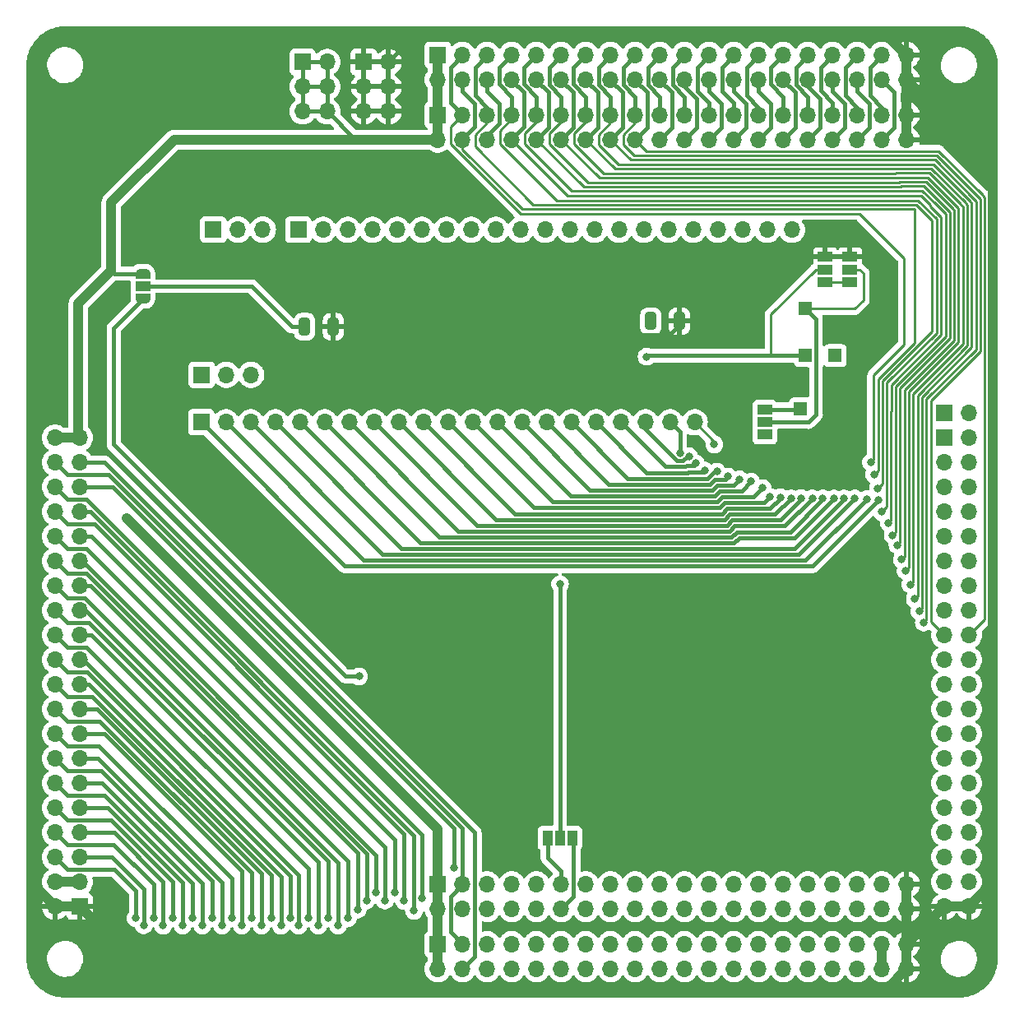
<source format=gbr>
%TF.GenerationSoftware,KiCad,Pcbnew,7.0.7-7.0.7~ubuntu20.04.1*%
%TF.CreationDate,2023-09-08T15:46:13+02:00*%
%TF.ProjectId,SplitterBoard,53706c69-7474-4657-9242-6f6172642e6b,rev?*%
%TF.SameCoordinates,Original*%
%TF.FileFunction,Copper,L2,Bot*%
%TF.FilePolarity,Positive*%
%FSLAX46Y46*%
G04 Gerber Fmt 4.6, Leading zero omitted, Abs format (unit mm)*
G04 Created by KiCad (PCBNEW 7.0.7-7.0.7~ubuntu20.04.1) date 2023-09-08 15:46:13*
%MOMM*%
%LPD*%
G01*
G04 APERTURE LIST*
G04 Aperture macros list*
%AMRoundRect*
0 Rectangle with rounded corners*
0 $1 Rounding radius*
0 $2 $3 $4 $5 $6 $7 $8 $9 X,Y pos of 4 corners*
0 Add a 4 corners polygon primitive as box body*
4,1,4,$2,$3,$4,$5,$6,$7,$8,$9,$2,$3,0*
0 Add four circle primitives for the rounded corners*
1,1,$1+$1,$2,$3*
1,1,$1+$1,$4,$5*
1,1,$1+$1,$6,$7*
1,1,$1+$1,$8,$9*
0 Add four rect primitives between the rounded corners*
20,1,$1+$1,$2,$3,$4,$5,0*
20,1,$1+$1,$4,$5,$6,$7,0*
20,1,$1+$1,$6,$7,$8,$9,0*
20,1,$1+$1,$8,$9,$2,$3,0*%
%AMFreePoly0*
4,1,19,0.550000,-0.750000,0.000000,-0.750000,0.000000,-0.744911,-0.071157,-0.744911,-0.207708,-0.704816,-0.327430,-0.627875,-0.420627,-0.520320,-0.479746,-0.390866,-0.500000,-0.250000,-0.500000,0.250000,-0.479746,0.390866,-0.420627,0.520320,-0.327430,0.627875,-0.207708,0.704816,-0.071157,0.744911,0.000000,0.744911,0.000000,0.750000,0.550000,0.750000,0.550000,-0.750000,0.550000,-0.750000,
$1*%
%AMFreePoly1*
4,1,19,0.000000,0.744911,0.071157,0.744911,0.207708,0.704816,0.327430,0.627875,0.420627,0.520320,0.479746,0.390866,0.500000,0.250000,0.500000,-0.250000,0.479746,-0.390866,0.420627,-0.520320,0.327430,-0.627875,0.207708,-0.704816,0.071157,-0.744911,0.000000,-0.744911,0.000000,-0.750000,-0.550000,-0.750000,-0.550000,0.750000,0.000000,0.750000,0.000000,0.744911,0.000000,0.744911,
$1*%
G04 Aperture macros list end*
%TA.AperFunction,SMDPad,CuDef*%
%ADD10R,1.500000X1.000000*%
%TD*%
%TA.AperFunction,ComponentPad*%
%ADD11R,1.350000X1.350000*%
%TD*%
%TA.AperFunction,ComponentPad*%
%ADD12R,1.700000X1.700000*%
%TD*%
%TA.AperFunction,ComponentPad*%
%ADD13O,1.700000X1.700000*%
%TD*%
%TA.AperFunction,SMDPad,CuDef*%
%ADD14RoundRect,0.250000X-0.325000X-0.650000X0.325000X-0.650000X0.325000X0.650000X-0.325000X0.650000X0*%
%TD*%
%TA.AperFunction,SMDPad,CuDef*%
%ADD15FreePoly0,90.000000*%
%TD*%
%TA.AperFunction,SMDPad,CuDef*%
%ADD16FreePoly1,90.000000*%
%TD*%
%TA.AperFunction,SMDPad,CuDef*%
%ADD17R,1.000000X1.500000*%
%TD*%
%TA.AperFunction,ViaPad*%
%ADD18C,0.800000*%
%TD*%
%TA.AperFunction,Conductor*%
%ADD19C,0.400000*%
%TD*%
%TA.AperFunction,Conductor*%
%ADD20C,0.250000*%
%TD*%
%TA.AperFunction,Conductor*%
%ADD21C,1.000000*%
%TD*%
G04 APERTURE END LIST*
D10*
%TO.P,JP5,3,B*%
%TO.N,/VBuffer*%
X182245000Y-66354000D03*
%TO.P,JP5,2,C*%
%TO.N,/OUT{slash}~{IN}*%
X182245000Y-65054000D03*
%TO.P,JP5,1,A*%
%TO.N,GND*%
X182245000Y-63754000D03*
%TD*%
%TO.P,JP4,1,A*%
%TO.N,GND*%
X184791000Y-63754000D03*
%TO.P,JP4,2,C*%
%TO.N,/~{extCS}*%
X184791000Y-65054000D03*
%TO.P,JP4,3,B*%
%TO.N,/VBuffer*%
X184791000Y-66354000D03*
%TD*%
D11*
%TO.P,J14,1,Pin_1*%
%TO.N,/~{extCS}*%
X180213000Y-69088000D03*
%TD*%
D12*
%TO.P,J1,1,Pin_1*%
%TO.N,+5V*%
X142360000Y-42957000D03*
D13*
%TO.P,J1,2,Pin_2*%
X142360000Y-45497000D03*
%TO.P,J1,3,Pin_3*%
%TO.N,/PHI1_e*%
X144900000Y-42957000D03*
%TO.P,J1,4,Pin_4*%
%TO.N,/PHI2_e*%
X144900000Y-45497000D03*
%TO.P,J1,5,Pin_5*%
%TO.N,/~{IORD}*%
X147440000Y-42957000D03*
%TO.P,J1,6,Pin_6*%
%TO.N,/R{slash}~{W}_e*%
X147440000Y-45497000D03*
%TO.P,J1,7,Pin_7*%
%TO.N,/~{MRD}*%
X149980000Y-42957000D03*
%TO.P,J1,8,Pin_8*%
%TO.N,/~{MWR}*%
X149980000Y-45497000D03*
%TO.P,J1,9,Pin_9*%
%TO.N,/~{IOWR}*%
X152520000Y-42957000D03*
%TO.P,J1,10,Pin_10*%
%TO.N,/D0*%
X152520000Y-45497000D03*
%TO.P,J1,11,Pin_11*%
%TO.N,/D1*%
X155060000Y-42957000D03*
%TO.P,J1,12,Pin_12*%
%TO.N,/D2*%
X155060000Y-45497000D03*
%TO.P,J1,13,Pin_13*%
%TO.N,/D3*%
X157600000Y-42957000D03*
%TO.P,J1,14,Pin_14*%
%TO.N,/D4*%
X157600000Y-45497000D03*
%TO.P,J1,15,Pin_15*%
%TO.N,/D5*%
X160140000Y-42957000D03*
%TO.P,J1,16,Pin_16*%
%TO.N,/D6*%
X160140000Y-45497000D03*
%TO.P,J1,17,Pin_17*%
%TO.N,/D7*%
X162680000Y-42957000D03*
%TO.P,J1,18,Pin_18*%
%TO.N,/~{RST}*%
X162680000Y-45497000D03*
%TO.P,J1,19,Pin_19*%
%TO.N,/A0*%
X165220000Y-42957000D03*
%TO.P,J1,20,Pin_20*%
%TO.N,/A1*%
X165220000Y-45497000D03*
%TO.P,J1,21,Pin_21*%
%TO.N,/A2*%
X167760000Y-42957000D03*
%TO.P,J1,22,Pin_22*%
%TO.N,/A3*%
X167760000Y-45497000D03*
%TO.P,J1,23,Pin_23*%
%TO.N,/A4*%
X170300000Y-42957000D03*
%TO.P,J1,24,Pin_24*%
%TO.N,/A5*%
X170300000Y-45497000D03*
%TO.P,J1,25,Pin_25*%
%TO.N,/A6*%
X172840000Y-42957000D03*
%TO.P,J1,26,Pin_26*%
%TO.N,/A7*%
X172840000Y-45497000D03*
%TO.P,J1,27,Pin_27*%
%TO.N,/A8*%
X175380000Y-42957000D03*
%TO.P,J1,28,Pin_28*%
%TO.N,/A9*%
X175380000Y-45497000D03*
%TO.P,J1,29,Pin_29*%
%TO.N,/A10*%
X177920000Y-42957000D03*
%TO.P,J1,30,Pin_30*%
%TO.N,/A11*%
X177920000Y-45497000D03*
%TO.P,J1,31,Pin_31*%
%TO.N,/A12*%
X180460000Y-42957000D03*
%TO.P,J1,32,Pin_32*%
%TO.N,/A13*%
X180460000Y-45497000D03*
%TO.P,J1,33,Pin_33*%
%TO.N,/A14*%
X183000000Y-42957000D03*
%TO.P,J1,34,Pin_34*%
%TO.N,/A15*%
X183000000Y-45497000D03*
%TO.P,J1,35,Pin_35*%
%TO.N,/A16*%
X185540000Y-42957000D03*
%TO.P,J1,36,Pin_36*%
%TO.N,/A17*%
X185540000Y-45497000D03*
%TO.P,J1,37,Pin_37*%
%TO.N,/A18*%
X188080000Y-42957000D03*
%TO.P,J1,38,Pin_38*%
%TO.N,/A19*%
X188080000Y-45497000D03*
%TO.P,J1,39,Pin_39*%
%TO.N,GND*%
X190620000Y-42957000D03*
%TO.P,J1,40,Pin_40*%
X190620000Y-45497000D03*
%TD*%
D12*
%TO.P,J6,1,Pin_1*%
%TO.N,GND*%
X105497000Y-130620000D03*
D13*
%TO.P,J6,2,Pin_2*%
X102957000Y-130620000D03*
%TO.P,J6,3,Pin_3*%
%TO.N,+3V3*%
X105497000Y-128080000D03*
%TO.P,J6,4,Pin_4*%
X102957000Y-128080000D03*
%TO.P,J6,5,Pin_5*%
%TO.N,/TDI*%
X105497000Y-125540000D03*
%TO.P,J6,6,Pin_6*%
%TO.N,/TCK*%
X102957000Y-125540000D03*
%TO.P,J6,7,Pin_7*%
%TO.N,/TDO*%
X105497000Y-123000000D03*
%TO.P,J6,8,Pin_8*%
%TO.N,/TMS*%
X102957000Y-123000000D03*
%TO.P,J6,9,Pin_9*%
%TO.N,/TDRTN*%
X105497000Y-120460000D03*
%TO.P,J6,10,Pin_10*%
%TO.N,/SCK*%
X102957000Y-120460000D03*
%TO.P,J6,11,Pin_11*%
%TO.N,/MOSI*%
X105497000Y-117920000D03*
%TO.P,J6,12,Pin_12*%
%TO.N,/~{RAMWE0}*%
X102957000Y-117920000D03*
%TO.P,J6,13,Pin_13*%
%TO.N,/~{RAMWE1}*%
X105497000Y-115380000D03*
%TO.P,J6,14,Pin_14*%
%TO.N,/~{RAMWE2}*%
X102957000Y-115380000D03*
%TO.P,J6,15,Pin_15*%
%TO.N,/~{RAMWE3}*%
X105497000Y-112840000D03*
%TO.P,J6,16,Pin_16*%
%TO.N,/~{RAMWE4}*%
X102957000Y-112840000D03*
%TO.P,J6,17,Pin_17*%
%TO.N,/~{RAMWE5}*%
X105497000Y-110300000D03*
%TO.P,J6,18,Pin_18*%
%TO.N,/~{RAMWE6}*%
X102957000Y-110300000D03*
%TO.P,J6,19,Pin_19*%
%TO.N,/~{RAMWE7}*%
X105497000Y-107760000D03*
%TO.P,J6,20,Pin_20*%
%TO.N,/~{RAMWE8}*%
X102957000Y-107760000D03*
%TO.P,J6,21,Pin_21*%
%TO.N,/~{RAMWE9}*%
X105497000Y-105220000D03*
%TO.P,J6,22,Pin_22*%
%TO.N,/~{RAMWE10}*%
X102957000Y-105220000D03*
%TO.P,J6,23,Pin_23*%
%TO.N,/~{RAMWE11}*%
X105497000Y-102680000D03*
%TO.P,J6,24,Pin_24*%
%TO.N,/~{RAMWE12}*%
X102957000Y-102680000D03*
%TO.P,J6,25,Pin_25*%
%TO.N,/~{RAMWE13}*%
X105497000Y-100140000D03*
%TO.P,J6,26,Pin_26*%
%TO.N,/~{BUSFREE}*%
X102957000Y-100140000D03*
%TO.P,J6,27,Pin_27*%
%TO.N,/CLKF*%
X105497000Y-97600000D03*
%TO.P,J6,28,Pin_28*%
%TO.N,/CLKS*%
X102957000Y-97600000D03*
%TO.P,J6,29,Pin_29*%
%TO.N,/~{PH0}*%
X105497000Y-95060000D03*
%TO.P,J6,30,Pin_30*%
%TO.N,/PH0*%
X102957000Y-95060000D03*
%TO.P,J6,31,Pin_31*%
%TO.N,/RX_3V*%
X105497000Y-92520000D03*
%TO.P,J6,32,Pin_32*%
%TO.N,/RES1*%
X102957000Y-92520000D03*
%TO.P,J6,33,Pin_33*%
%TO.N,/TX_3V*%
X105497000Y-89980000D03*
%TO.P,J6,34,Pin_34*%
%TO.N,/RES0*%
X102957000Y-89980000D03*
%TO.P,J6,35,Pin_35*%
%TO.N,/RX3*%
X105497000Y-87440000D03*
%TO.P,J6,36,Pin_36*%
%TO.N,/TX3*%
X102957000Y-87440000D03*
%TO.P,J6,37,Pin_37*%
%TO.N,/RX2*%
X105497000Y-84900000D03*
%TO.P,J6,38,Pin_38*%
%TO.N,/TX2*%
X102957000Y-84900000D03*
%TO.P,J6,39,Pin_39*%
%TO.N,+5V*%
X105497000Y-82360000D03*
%TO.P,J6,40,Pin_40*%
X102957000Y-82360000D03*
%TD*%
D12*
%TO.P,J7,1,Pin_1*%
%TO.N,/R{slash}~{W}_s*%
X118000000Y-80772000D03*
D13*
%TO.P,J7,2,Pin_2*%
%TO.N,/A0s*%
X120540000Y-80772000D03*
%TO.P,J7,3,Pin_3*%
%TO.N,/A1s*%
X123080000Y-80772000D03*
%TO.P,J7,4,Pin_4*%
%TO.N,/A2s*%
X125620000Y-80772000D03*
%TO.P,J7,5,Pin_5*%
%TO.N,/A3s*%
X128160000Y-80772000D03*
%TO.P,J7,6,Pin_6*%
%TO.N,/A4s*%
X130700000Y-80772000D03*
%TO.P,J7,7,Pin_7*%
%TO.N,/A5s*%
X133240000Y-80772000D03*
%TO.P,J7,8,Pin_8*%
%TO.N,/A6s*%
X135780000Y-80772000D03*
%TO.P,J7,9,Pin_9*%
%TO.N,/A7s*%
X138320000Y-80772000D03*
%TO.P,J7,10,Pin_10*%
%TO.N,/A8s*%
X140860000Y-80772000D03*
%TO.P,J7,11,Pin_11*%
%TO.N,/A9s*%
X143400000Y-80772000D03*
%TO.P,J7,12,Pin_12*%
%TO.N,/A10s*%
X145940000Y-80772000D03*
%TO.P,J7,13,Pin_13*%
%TO.N,/A11s*%
X148480000Y-80772000D03*
%TO.P,J7,14,Pin_14*%
%TO.N,/A12s*%
X151020000Y-80772000D03*
%TO.P,J7,15,Pin_15*%
%TO.N,/A13s*%
X153560000Y-80772000D03*
%TO.P,J7,16,Pin_16*%
%TO.N,/A14s*%
X156100000Y-80772000D03*
%TO.P,J7,17,Pin_17*%
%TO.N,/A15s*%
X158640000Y-80772000D03*
%TO.P,J7,18,Pin_18*%
%TO.N,/A16s*%
X161180000Y-80772000D03*
%TO.P,J7,19,Pin_19*%
%TO.N,/A17s*%
X163720000Y-80772000D03*
%TO.P,J7,20,Pin_20*%
%TO.N,/A18s*%
X166260000Y-80772000D03*
%TO.P,J7,21,Pin_21*%
%TO.N,/A19s*%
X168800000Y-80772000D03*
%TD*%
D12*
%TO.P,J2,1,Pin_1*%
%TO.N,+5V*%
X142360000Y-134503000D03*
D13*
%TO.P,J2,2,Pin_2*%
X142360000Y-137043000D03*
%TO.P,J2,3,Pin_3*%
%TO.N,/TX2*%
X144900000Y-134503000D03*
%TO.P,J2,4,Pin_4*%
%TO.N,/RX2*%
X144900000Y-137043000D03*
%TO.P,J2,5,Pin_5*%
%TO.N,/TX3*%
X147440000Y-134503000D03*
%TO.P,J2,6,Pin_6*%
%TO.N,/RX3*%
X147440000Y-137043000D03*
%TO.P,J2,7,Pin_7*%
%TO.N,/RES0*%
X149980000Y-134503000D03*
%TO.P,J2,8,Pin_8*%
%TO.N,/TX_3V*%
X149980000Y-137043000D03*
%TO.P,J2,9,Pin_9*%
%TO.N,/RES1*%
X152520000Y-134503000D03*
%TO.P,J2,10,Pin_10*%
%TO.N,/RX_3V*%
X152520000Y-137043000D03*
%TO.P,J2,11,Pin_11*%
%TO.N,/PH0*%
X155060000Y-134503000D03*
%TO.P,J2,12,Pin_12*%
%TO.N,/~{PH0}*%
X155060000Y-137043000D03*
%TO.P,J2,13,Pin_13*%
%TO.N,/CLKS*%
X157600000Y-134503000D03*
%TO.P,J2,14,Pin_14*%
%TO.N,/CLKF*%
X157600000Y-137043000D03*
%TO.P,J2,15,Pin_15*%
%TO.N,/~{BUSFREE}*%
X160140000Y-134503000D03*
%TO.P,J2,16,Pin_16*%
%TO.N,/~{RAMWE13}*%
X160140000Y-137043000D03*
%TO.P,J2,17,Pin_17*%
%TO.N,/~{RAMWE12}*%
X162680000Y-134503000D03*
%TO.P,J2,18,Pin_18*%
%TO.N,/~{RAMWE11}*%
X162680000Y-137043000D03*
%TO.P,J2,19,Pin_19*%
%TO.N,/~{RAMWE10}*%
X165220000Y-134503000D03*
%TO.P,J2,20,Pin_20*%
%TO.N,/~{RAMWE9}*%
X165220000Y-137043000D03*
%TO.P,J2,21,Pin_21*%
%TO.N,/~{RAMWE8}*%
X167760000Y-134503000D03*
%TO.P,J2,22,Pin_22*%
%TO.N,/~{RAMWE7}*%
X167760000Y-137043000D03*
%TO.P,J2,23,Pin_23*%
%TO.N,/~{RAMWE6}*%
X170300000Y-134503000D03*
%TO.P,J2,24,Pin_24*%
%TO.N,/~{RAMWE5}*%
X170300000Y-137043000D03*
%TO.P,J2,25,Pin_25*%
%TO.N,/~{RAMWE4}*%
X172840000Y-134503000D03*
%TO.P,J2,26,Pin_26*%
%TO.N,/~{RAMWE3}*%
X172840000Y-137043000D03*
%TO.P,J2,27,Pin_27*%
%TO.N,/~{RAMWE2}*%
X175380000Y-134503000D03*
%TO.P,J2,28,Pin_28*%
%TO.N,/~{RAMWE1}*%
X175380000Y-137043000D03*
%TO.P,J2,29,Pin_29*%
%TO.N,/~{RAMWE0}*%
X177920000Y-134503000D03*
%TO.P,J2,30,Pin_30*%
%TO.N,/MOSI*%
X177920000Y-137043000D03*
%TO.P,J2,31,Pin_31*%
%TO.N,/SCK*%
X180460000Y-134503000D03*
%TO.P,J2,32,Pin_32*%
%TO.N,/TDRTN*%
X180460000Y-137043000D03*
%TO.P,J2,33,Pin_33*%
%TO.N,/TMS*%
X183000000Y-134503000D03*
%TO.P,J2,34,Pin_34*%
%TO.N,/TDO*%
X183000000Y-137043000D03*
%TO.P,J2,35,Pin_35*%
%TO.N,/TCK*%
X185540000Y-134503000D03*
%TO.P,J2,36,Pin_36*%
%TO.N,/TDI*%
X185540000Y-137043000D03*
%TO.P,J2,37,Pin_37*%
%TO.N,+3V3*%
X188080000Y-134503000D03*
%TO.P,J2,38,Pin_38*%
X188080000Y-137043000D03*
%TO.P,J2,39,Pin_39*%
%TO.N,GND*%
X190620000Y-134503000D03*
%TO.P,J2,40,Pin_40*%
X190620000Y-137043000D03*
%TD*%
D12*
%TO.P,J5,1,Pin_1*%
%TO.N,+5V*%
X194503000Y-82360000D03*
D13*
%TO.P,J5,2,Pin_2*%
X197043000Y-82360000D03*
%TO.P,J5,3,Pin_3*%
%TO.N,/PHI1_e*%
X194503000Y-84900000D03*
%TO.P,J5,4,Pin_4*%
%TO.N,/PHI2_e*%
X197043000Y-84900000D03*
%TO.P,J5,5,Pin_5*%
%TO.N,/~{IORD}*%
X194503000Y-87440000D03*
%TO.P,J5,6,Pin_6*%
%TO.N,/R{slash}~{W}_s*%
X197043000Y-87440000D03*
%TO.P,J5,7,Pin_7*%
%TO.N,/~{MRD}*%
X194503000Y-89980000D03*
%TO.P,J5,8,Pin_8*%
%TO.N,/~{MWR}*%
X197043000Y-89980000D03*
%TO.P,J5,9,Pin_9*%
%TO.N,/~{IOWR}*%
X194503000Y-92520000D03*
%TO.P,J5,10,Pin_10*%
%TO.N,/D0*%
X197043000Y-92520000D03*
%TO.P,J5,11,Pin_11*%
%TO.N,/D1*%
X194503000Y-95060000D03*
%TO.P,J5,12,Pin_12*%
%TO.N,/D2*%
X197043000Y-95060000D03*
%TO.P,J5,13,Pin_13*%
%TO.N,/D3*%
X194503000Y-97600000D03*
%TO.P,J5,14,Pin_14*%
%TO.N,/D4*%
X197043000Y-97600000D03*
%TO.P,J5,15,Pin_15*%
%TO.N,/D5*%
X194503000Y-100140000D03*
%TO.P,J5,16,Pin_16*%
%TO.N,/D6*%
X197043000Y-100140000D03*
%TO.P,J5,17,Pin_17*%
%TO.N,/D7*%
X194503000Y-102680000D03*
%TO.P,J5,18,Pin_18*%
%TO.N,/~{RST}*%
X197043000Y-102680000D03*
%TO.P,J5,19,Pin_19*%
%TO.N,/A0s*%
X194503000Y-105220000D03*
%TO.P,J5,20,Pin_20*%
%TO.N,/A1s*%
X197043000Y-105220000D03*
%TO.P,J5,21,Pin_21*%
%TO.N,/A2s*%
X194503000Y-107760000D03*
%TO.P,J5,22,Pin_22*%
%TO.N,/A3s*%
X197043000Y-107760000D03*
%TO.P,J5,23,Pin_23*%
%TO.N,/A4s*%
X194503000Y-110300000D03*
%TO.P,J5,24,Pin_24*%
%TO.N,/A5s*%
X197043000Y-110300000D03*
%TO.P,J5,25,Pin_25*%
%TO.N,/A6s*%
X194503000Y-112840000D03*
%TO.P,J5,26,Pin_26*%
%TO.N,/A7s*%
X197043000Y-112840000D03*
%TO.P,J5,27,Pin_27*%
%TO.N,/A8s*%
X194503000Y-115380000D03*
%TO.P,J5,28,Pin_28*%
%TO.N,/A9s*%
X197043000Y-115380000D03*
%TO.P,J5,29,Pin_29*%
%TO.N,/A10s*%
X194503000Y-117920000D03*
%TO.P,J5,30,Pin_30*%
%TO.N,/A11s*%
X197043000Y-117920000D03*
%TO.P,J5,31,Pin_31*%
%TO.N,/A12s*%
X194503000Y-120460000D03*
%TO.P,J5,32,Pin_32*%
%TO.N,/A13s*%
X197043000Y-120460000D03*
%TO.P,J5,33,Pin_33*%
%TO.N,/A14s*%
X194503000Y-123000000D03*
%TO.P,J5,34,Pin_34*%
%TO.N,/A15s*%
X197043000Y-123000000D03*
%TO.P,J5,35,Pin_35*%
%TO.N,/A16s*%
X194503000Y-125540000D03*
%TO.P,J5,36,Pin_36*%
%TO.N,/A17s*%
X197043000Y-125540000D03*
%TO.P,J5,37,Pin_37*%
%TO.N,/A18s*%
X194503000Y-128080000D03*
%TO.P,J5,38,Pin_38*%
%TO.N,/A19s*%
X197043000Y-128080000D03*
%TO.P,J5,39,Pin_39*%
%TO.N,GND*%
X194503000Y-130620000D03*
%TO.P,J5,40,Pin_40*%
X197043000Y-130620000D03*
%TD*%
D11*
%TO.P,J17,1,Pin_1*%
%TO.N,/~{CS_ext}*%
X179705000Y-79375000D03*
%TD*%
D12*
%TO.P,J4,1,Pin_1*%
%TO.N,+5V*%
X142369130Y-128328879D03*
D13*
%TO.P,J4,2,Pin_2*%
X142369130Y-130868879D03*
%TO.P,J4,3,Pin_3*%
%TO.N,/TX2*%
X144909130Y-128328879D03*
%TO.P,J4,4,Pin_4*%
%TO.N,/RX2*%
X144909130Y-130868879D03*
%TO.P,J4,5,Pin_5*%
%TO.N,/TX3*%
X147449130Y-128328879D03*
%TO.P,J4,6,Pin_6*%
%TO.N,/RX3*%
X147449130Y-130868879D03*
%TO.P,J4,7,Pin_7*%
%TO.N,/RES0*%
X149989130Y-128328879D03*
%TO.P,J4,8,Pin_8*%
%TO.N,/TX_3V*%
X149989130Y-130868879D03*
%TO.P,J4,9,Pin_9*%
%TO.N,/RES1*%
X152529130Y-128328879D03*
%TO.P,J4,10,Pin_10*%
%TO.N,/RX_3V*%
X152529130Y-130868879D03*
%TO.P,J4,11,Pin_11*%
%TO.N,/PH0*%
X155069130Y-128328879D03*
%TO.P,J4,12,Pin_12*%
%TO.N,/~{PH0}*%
X155069130Y-130868879D03*
%TO.P,J4,13,Pin_13*%
%TO.N,/CLKS*%
X157609130Y-128328879D03*
%TO.P,J4,14,Pin_14*%
%TO.N,/CLKF*%
X157609130Y-130868879D03*
%TO.P,J4,15,Pin_15*%
%TO.N,/~{BUSFREE}*%
X160149130Y-128328879D03*
%TO.P,J4,16,Pin_16*%
%TO.N,/~{RAMWE13}*%
X160149130Y-130868879D03*
%TO.P,J4,17,Pin_17*%
%TO.N,/~{RAMWE12}*%
X162689130Y-128328879D03*
%TO.P,J4,18,Pin_18*%
%TO.N,/~{RAMWE11}*%
X162689130Y-130868879D03*
%TO.P,J4,19,Pin_19*%
%TO.N,/~{RAMWE10}*%
X165229130Y-128328879D03*
%TO.P,J4,20,Pin_20*%
%TO.N,/~{RAMWE9}*%
X165229130Y-130868879D03*
%TO.P,J4,21,Pin_21*%
%TO.N,/~{RAMWE8}*%
X167769130Y-128328879D03*
%TO.P,J4,22,Pin_22*%
%TO.N,/~{RAMWE7}*%
X167769130Y-130868879D03*
%TO.P,J4,23,Pin_23*%
%TO.N,/~{RAMWE6}*%
X170309130Y-128328879D03*
%TO.P,J4,24,Pin_24*%
%TO.N,/~{RAMWE5}*%
X170309130Y-130868879D03*
%TO.P,J4,25,Pin_25*%
%TO.N,/~{RAMWE4}*%
X172849130Y-128328879D03*
%TO.P,J4,26,Pin_26*%
%TO.N,/~{RAMWE3}*%
X172849130Y-130868879D03*
%TO.P,J4,27,Pin_27*%
%TO.N,/~{RAMWE2}*%
X175389130Y-128328879D03*
%TO.P,J4,28,Pin_28*%
%TO.N,/~{RAMWE1}*%
X175389130Y-130868879D03*
%TO.P,J4,29,Pin_29*%
%TO.N,/~{RAMWE0}*%
X177929130Y-128328879D03*
%TO.P,J4,30,Pin_30*%
%TO.N,/MOSI*%
X177929130Y-130868879D03*
%TO.P,J4,31,Pin_31*%
%TO.N,/SCK*%
X180469130Y-128328879D03*
%TO.P,J4,32,Pin_32*%
%TO.N,/TDRTN*%
X180469130Y-130868879D03*
%TO.P,J4,33,Pin_33*%
%TO.N,/TMS*%
X183009130Y-128328879D03*
%TO.P,J4,34,Pin_34*%
%TO.N,/TDO*%
X183009130Y-130868879D03*
%TO.P,J4,35,Pin_35*%
%TO.N,/TCK*%
X185549130Y-128328879D03*
%TO.P,J4,36,Pin_36*%
%TO.N,/TDI*%
X185549130Y-130868879D03*
%TO.P,J4,37,Pin_37*%
%TO.N,+3V3*%
X188089130Y-128328879D03*
%TO.P,J4,38,Pin_38*%
X188089130Y-130868879D03*
%TO.P,J4,39,Pin_39*%
%TO.N,GND*%
X190629130Y-128328879D03*
%TO.P,J4,40,Pin_40*%
X190629130Y-130868879D03*
%TD*%
D12*
%TO.P,J11,1,Pin_1*%
%TO.N,Net-(J11-Pin_1)*%
X119253000Y-60934600D03*
D13*
%TO.P,J11,2,Pin_2*%
%TO.N,Net-(J11-Pin_2)*%
X121793000Y-60934600D03*
%TO.P,J11,3,Pin_3*%
%TO.N,Net-(J11-Pin_3)*%
X124333000Y-60934600D03*
%TD*%
D12*
%TO.P,J8,1,Pin_1*%
%TO.N,/R{slash}~{W}_e*%
X128000000Y-60960000D03*
D13*
%TO.P,J8,2,Pin_2*%
%TO.N,/A0*%
X130540000Y-60960000D03*
%TO.P,J8,3,Pin_3*%
%TO.N,/A1*%
X133080000Y-60960000D03*
%TO.P,J8,4,Pin_4*%
%TO.N,/A2*%
X135620000Y-60960000D03*
%TO.P,J8,5,Pin_5*%
%TO.N,/A3*%
X138160000Y-60960000D03*
%TO.P,J8,6,Pin_6*%
%TO.N,/A4*%
X140700000Y-60960000D03*
%TO.P,J8,7,Pin_7*%
%TO.N,/A5*%
X143240000Y-60960000D03*
%TO.P,J8,8,Pin_8*%
%TO.N,/A6*%
X145780000Y-60960000D03*
%TO.P,J8,9,Pin_9*%
%TO.N,/A7*%
X148320000Y-60960000D03*
%TO.P,J8,10,Pin_10*%
%TO.N,/A8*%
X150860000Y-60960000D03*
%TO.P,J8,11,Pin_11*%
%TO.N,/A9*%
X153400000Y-60960000D03*
%TO.P,J8,12,Pin_12*%
%TO.N,/A10*%
X155940000Y-60960000D03*
%TO.P,J8,13,Pin_13*%
%TO.N,/A11*%
X158480000Y-60960000D03*
%TO.P,J8,14,Pin_14*%
%TO.N,/A12*%
X161020000Y-60960000D03*
%TO.P,J8,15,Pin_15*%
%TO.N,/A13*%
X163560000Y-60960000D03*
%TO.P,J8,16,Pin_16*%
%TO.N,/A14*%
X166100000Y-60960000D03*
%TO.P,J8,17,Pin_17*%
%TO.N,/A15*%
X168640000Y-60960000D03*
%TO.P,J8,18,Pin_18*%
%TO.N,/A16*%
X171180000Y-60960000D03*
%TO.P,J8,19,Pin_19*%
%TO.N,/A17*%
X173720000Y-60960000D03*
%TO.P,J8,20,Pin_20*%
%TO.N,/A18*%
X176260000Y-60960000D03*
%TO.P,J8,21,Pin_21*%
%TO.N,/A19*%
X178800000Y-60960000D03*
%TD*%
D12*
%TO.P,J12,1,Pin_1*%
%TO.N,Net-(J12-Pin_1)*%
X118059200Y-75869800D03*
D13*
%TO.P,J12,2,Pin_2*%
%TO.N,Net-(J12-Pin_2)*%
X120599200Y-75869800D03*
%TO.P,J12,3,Pin_3*%
%TO.N,Net-(J12-Pin_3)*%
X123139200Y-75869800D03*
%TD*%
D12*
%TO.P,J15,1,Pin_1*%
%TO.N,/OUT{slash}~{IN}*%
X194505197Y-79819841D03*
D13*
%TO.P,J15,2,Pin_2*%
%TO.N,/~{CS_ext}*%
X197045197Y-79819841D03*
%TD*%
D12*
%TO.P,J10,1,Pin_1*%
%TO.N,GND*%
X134747000Y-43688000D03*
D13*
%TO.P,J10,2,Pin_2*%
X137287000Y-43688000D03*
%TO.P,J10,3,Pin_3*%
X134747000Y-46228000D03*
%TO.P,J10,4,Pin_4*%
X137287000Y-46228000D03*
%TO.P,J10,5,Pin_5*%
X134747000Y-48768000D03*
%TO.P,J10,6,Pin_6*%
X137287000Y-48768000D03*
%TD*%
D12*
%TO.P,J9,1,Pin_1*%
%TO.N,+5V*%
X128436000Y-43688000D03*
D13*
%TO.P,J9,2,Pin_2*%
X130976000Y-43688000D03*
%TO.P,J9,3,Pin_3*%
X128436000Y-46228000D03*
%TO.P,J9,4,Pin_4*%
X130976000Y-46228000D03*
%TO.P,J9,5,Pin_5*%
X128436000Y-48768000D03*
%TO.P,J9,6,Pin_6*%
X130976000Y-48768000D03*
%TD*%
D12*
%TO.P,J3,1,Pin_1*%
%TO.N,+5V*%
X142360397Y-49123807D03*
D13*
%TO.P,J3,2,Pin_2*%
X142360397Y-51663807D03*
%TO.P,J3,3,Pin_3*%
%TO.N,/PHI1_e*%
X144900397Y-49123807D03*
%TO.P,J3,4,Pin_4*%
%TO.N,/PHI2_e*%
X144900397Y-51663807D03*
%TO.P,J3,5,Pin_5*%
%TO.N,/~{IORD}*%
X147440397Y-49123807D03*
%TO.P,J3,6,Pin_6*%
%TO.N,/R{slash}~{W}_e*%
X147440397Y-51663807D03*
%TO.P,J3,7,Pin_7*%
%TO.N,/~{MRD}*%
X149980397Y-49123807D03*
%TO.P,J3,8,Pin_8*%
%TO.N,/~{MWR}*%
X149980397Y-51663807D03*
%TO.P,J3,9,Pin_9*%
%TO.N,/~{IOWR}*%
X152520397Y-49123807D03*
%TO.P,J3,10,Pin_10*%
%TO.N,/D0*%
X152520397Y-51663807D03*
%TO.P,J3,11,Pin_11*%
%TO.N,/D1*%
X155060397Y-49123807D03*
%TO.P,J3,12,Pin_12*%
%TO.N,/D2*%
X155060397Y-51663807D03*
%TO.P,J3,13,Pin_13*%
%TO.N,/D3*%
X157600397Y-49123807D03*
%TO.P,J3,14,Pin_14*%
%TO.N,/D4*%
X157600397Y-51663807D03*
%TO.P,J3,15,Pin_15*%
%TO.N,/D5*%
X160140397Y-49123807D03*
%TO.P,J3,16,Pin_16*%
%TO.N,/D6*%
X160140397Y-51663807D03*
%TO.P,J3,17,Pin_17*%
%TO.N,/D7*%
X162680397Y-49123807D03*
%TO.P,J3,18,Pin_18*%
%TO.N,/~{RST}*%
X162680397Y-51663807D03*
%TO.P,J3,19,Pin_19*%
%TO.N,/A0*%
X165220397Y-49123807D03*
%TO.P,J3,20,Pin_20*%
%TO.N,/A1*%
X165220397Y-51663807D03*
%TO.P,J3,21,Pin_21*%
%TO.N,/A2*%
X167760397Y-49123807D03*
%TO.P,J3,22,Pin_22*%
%TO.N,/A3*%
X167760397Y-51663807D03*
%TO.P,J3,23,Pin_23*%
%TO.N,/A4*%
X170300397Y-49123807D03*
%TO.P,J3,24,Pin_24*%
%TO.N,/A5*%
X170300397Y-51663807D03*
%TO.P,J3,25,Pin_25*%
%TO.N,/A6*%
X172840397Y-49123807D03*
%TO.P,J3,26,Pin_26*%
%TO.N,/A7*%
X172840397Y-51663807D03*
%TO.P,J3,27,Pin_27*%
%TO.N,/A8*%
X175380397Y-49123807D03*
%TO.P,J3,28,Pin_28*%
%TO.N,/A9*%
X175380397Y-51663807D03*
%TO.P,J3,29,Pin_29*%
%TO.N,/A10*%
X177920397Y-49123807D03*
%TO.P,J3,30,Pin_30*%
%TO.N,/A11*%
X177920397Y-51663807D03*
%TO.P,J3,31,Pin_31*%
%TO.N,/A12*%
X180460397Y-49123807D03*
%TO.P,J3,32,Pin_32*%
%TO.N,/A13*%
X180460397Y-51663807D03*
%TO.P,J3,33,Pin_33*%
%TO.N,/A14*%
X183000397Y-49123807D03*
%TO.P,J3,34,Pin_34*%
%TO.N,/A15*%
X183000397Y-51663807D03*
%TO.P,J3,35,Pin_35*%
%TO.N,/A16*%
X185540397Y-49123807D03*
%TO.P,J3,36,Pin_36*%
%TO.N,/A17*%
X185540397Y-51663807D03*
%TO.P,J3,37,Pin_37*%
%TO.N,/A18*%
X188080397Y-49123807D03*
%TO.P,J3,38,Pin_38*%
%TO.N,/A19*%
X188080397Y-51663807D03*
%TO.P,J3,39,Pin_39*%
%TO.N,GND*%
X190620397Y-49123807D03*
%TO.P,J3,40,Pin_40*%
X190620397Y-51663807D03*
%TD*%
D11*
%TO.P,J13,1,Pin_1*%
%TO.N,/OUT{slash}~{IN}*%
X180213000Y-73914000D03*
%TD*%
%TO.P,J16,1,Pin_1*%
%TO.N,/OUT{slash}~{IN}*%
X183261000Y-73914000D03*
%TD*%
D10*
%TO.P,JP3,1,A*%
%TO.N,Net-(JP1-C)*%
X176022000Y-82042000D03*
%TO.P,JP3,2,C*%
%TO.N,/~{extCS}*%
X176022000Y-80742000D03*
%TO.P,JP3,3,B*%
%TO.N,/~{CS_ext}*%
X176022000Y-79442000D03*
%TD*%
D14*
%TO.P,C5,1*%
%TO.N,/VBuffer*%
X128651000Y-70916800D03*
%TO.P,C5,2*%
%TO.N,GND*%
X131601000Y-70916800D03*
%TD*%
%TO.P,C4,1*%
%TO.N,/VBuffer*%
X164283600Y-70358000D03*
%TO.P,C4,2*%
%TO.N,GND*%
X167233600Y-70358000D03*
%TD*%
D15*
%TO.P,JP2,1,A*%
%TO.N,+3V3*%
X111988600Y-68055800D03*
D10*
%TO.P,JP2,2,C*%
%TO.N,/VBuffer*%
X111988600Y-66755800D03*
D16*
%TO.P,JP2,3,B*%
%TO.N,+5V*%
X111988600Y-65455800D03*
%TD*%
D17*
%TO.P,JP1,1,A*%
%TO.N,/~{PH0}*%
X156240000Y-123571000D03*
%TO.P,JP1,2,C*%
%TO.N,Net-(JP1-C)*%
X154940000Y-123571000D03*
%TO.P,JP1,3,B*%
%TO.N,/PH0*%
X153640000Y-123571000D03*
%TD*%
D18*
%TO.N,GND*%
X184791000Y-63754000D03*
%TO.N,/VBuffer*%
X184791000Y-66354000D03*
%TO.N,/TX3*%
X140754004Y-129794000D03*
%TO.N,/RX3*%
X144060000Y-126634000D03*
%TO.N,/TX_3V*%
X139909815Y-131064000D03*
%TO.N,/RX_3V*%
X137904014Y-129159000D03*
%TO.N,GND*%
X157530800Y-74023700D03*
X131601000Y-70916818D03*
X167246664Y-70731778D03*
X138353800Y-74218800D03*
%TO.N,/D6*%
X192378296Y-101401828D03*
%TO.N,/D5*%
X191915800Y-100203000D03*
%TO.N,/D4*%
X191465800Y-98958400D03*
%TO.N,/D3*%
X191015800Y-97459800D03*
%TO.N,/D2*%
X190500000Y-96037400D03*
%TO.N,/D1*%
X190115800Y-94894400D03*
%TO.N,/D0*%
X189665800Y-93395800D03*
%TO.N,+5V*%
X112395000Y-92710000D03*
X111379000Y-91694000D03*
X110299500Y-90614500D03*
%TO.N,/PH0*%
X135009821Y-129995116D03*
%TO.N,/~{PH0}*%
X136008438Y-129159000D03*
%TO.N,/CLKF*%
X134112010Y-130937010D03*
%TO.N,/RES0*%
X138900000Y-130048000D03*
%TO.N,/RES1*%
X136909168Y-130022431D03*
%TO.N,/TDI*%
X112088198Y-132555915D03*
%TO.N,/TMS*%
X113087686Y-131826000D03*
%TO.N,/TCK*%
X111252000Y-131826000D03*
%TO.N,+3V3*%
X134255746Y-106934000D03*
%TO.N,/TDO*%
X114084000Y-132588000D03*
%TO.N,/~{MRD}*%
X188036200Y-89992200D03*
%TO.N,/~{MWR}*%
X188765800Y-91155000D03*
%TO.N,/TDRTN*%
X116078000Y-132588000D03*
%TO.N,/~{IORD}*%
X187655200Y-87553800D03*
%TO.N,/~{IOWR}*%
X189179200Y-92379800D03*
%TO.N,/CLKS*%
X133095998Y-131826000D03*
%TO.N,/MOSI*%
X118110000Y-132588000D03*
%TO.N,/SCK*%
X115084003Y-131826000D03*
%TO.N,/A0s*%
X186486800Y-88696800D03*
%TO.N,/A1s*%
X185293000Y-88620600D03*
%TO.N,/A2s*%
X184175400Y-88595200D03*
%TO.N,/A3s*%
X183134000Y-88595200D03*
%TO.N,/A4s*%
X181991000Y-88595200D03*
%TO.N,/A5s*%
X180898800Y-88620600D03*
%TO.N,/A6s*%
X179755800Y-88569800D03*
%TO.N,/A7s*%
X178714400Y-88595200D03*
%TO.N,/A8s*%
X177622200Y-88493600D03*
%TO.N,/A9s*%
X176555400Y-88468198D03*
%TO.N,/A10s*%
X175793400Y-87528400D03*
%TO.N,/A11s*%
X174599600Y-86868000D03*
%TO.N,/A12s*%
X173405800Y-86639400D03*
%TO.N,/A13s*%
X172237400Y-86360000D03*
%TO.N,/A14s*%
X171097636Y-85842400D03*
%TO.N,/A15s*%
X169828616Y-85732413D03*
%TO.N,/A16s*%
X168921592Y-84970188D03*
%TO.N,/A17s*%
X168220850Y-84256769D03*
%TO.N,/A18s*%
X167270876Y-83944429D03*
%TO.N,/A19s*%
X170815000Y-83058000D03*
%TO.N,/R{slash}~{W}_s*%
X187706000Y-88798400D03*
%TO.N,/PHI1_e*%
X186948400Y-84900000D03*
%TO.N,/PHI2_e*%
X187248800Y-86131400D03*
%TO.N,/~{BUSFREE}*%
X131064000Y-131826000D03*
%TO.N,/~{RAMWE13}*%
X132080006Y-132588000D03*
%TO.N,/~{RAMWE12}*%
X129032000Y-131826000D03*
%TO.N,/~{RAMWE11}*%
X130048000Y-132588004D03*
%TO.N,/~{RAMWE10}*%
X127216000Y-131826000D03*
%TO.N,/~{RAMWE9}*%
X128015996Y-132588000D03*
%TO.N,/~{RAMWE8}*%
X125222000Y-131826000D03*
%TO.N,/~{RAMWE7}*%
X126215997Y-132588000D03*
%TO.N,/~{RAMWE6}*%
X123190000Y-131826000D03*
%TO.N,/~{RAMWE5}*%
X124206000Y-132588000D03*
%TO.N,/~{RAMWE4}*%
X121158000Y-131826000D03*
%TO.N,/~{RAMWE3}*%
X122174000Y-132588000D03*
%TO.N,/~{RAMWE2}*%
X119126000Y-131826000D03*
%TO.N,/~{RAMWE1}*%
X120142000Y-132588002D03*
%TO.N,/~{RAMWE0}*%
X117094000Y-131826000D03*
%TO.N,/VBuffer*%
X164283600Y-70358000D03*
X128651000Y-70916800D03*
%TO.N,Net-(JP1-C)*%
X154940000Y-97409000D03*
X176022000Y-82042000D03*
%TO.N,/OUT{slash}~{IN}*%
X163855400Y-74015600D03*
%TD*%
D19*
%TO.N,GND*%
X166223442Y-71755000D02*
X167246664Y-70731778D01*
X157530800Y-74023700D02*
X159799500Y-71755000D01*
X159799500Y-71755000D02*
X166223442Y-71755000D01*
D20*
%TO.N,/~{extCS}*%
X184791000Y-65054000D02*
X185791000Y-65054000D01*
X186182000Y-65445000D02*
X186182000Y-68199000D01*
X185791000Y-65054000D02*
X186182000Y-65445000D01*
X186182000Y-68199000D02*
X185293000Y-69088000D01*
X185293000Y-69088000D02*
X180213000Y-69088000D01*
D19*
%TO.N,/OUT{slash}~{IN}*%
X163957000Y-73914000D02*
X176657000Y-73914000D01*
X176657000Y-73914000D02*
X180213000Y-73914000D01*
D20*
X182245000Y-65054000D02*
X181245000Y-65054000D01*
X176657000Y-69642000D02*
X176657000Y-73914000D01*
X181245000Y-65054000D02*
X176657000Y-69642000D01*
%TO.N,/VBuffer*%
X184791000Y-66354000D02*
X182245000Y-66354000D01*
%TO.N,GND*%
X184791000Y-63754000D02*
X182245000Y-63754000D01*
%TO.N,/PHI1_e*%
X144900397Y-49123807D02*
X143650397Y-50373807D01*
X143650397Y-50373807D02*
X143650397Y-52083397D01*
X190373000Y-63886000D02*
X190373000Y-72771000D01*
X190373000Y-72771000D02*
X187198000Y-75946000D01*
X187198000Y-75946000D02*
X187198000Y-84650400D01*
X143650397Y-52083397D02*
X150850600Y-59283600D01*
X150850600Y-59283600D02*
X185770600Y-59283600D01*
X185770600Y-59283600D02*
X190373000Y-63886000D01*
X187198000Y-84650400D02*
X186948400Y-84900000D01*
%TO.N,/D7*%
X193090800Y-101267800D02*
X194503000Y-102680000D01*
X193090800Y-78562200D02*
X193090800Y-101267800D01*
X198222000Y-57820844D02*
X198222000Y-73431000D01*
X198015400Y-57588844D02*
X198015400Y-57614244D01*
X193733156Y-53306600D02*
X198015400Y-57588844D01*
X162526600Y-53306600D02*
X193733156Y-53306600D01*
X161430397Y-51146040D02*
X161430397Y-52210397D01*
X162680397Y-49896040D02*
X161430397Y-51146040D01*
X162680397Y-49123807D02*
X162680397Y-49896040D01*
%TO.N,/D6*%
X192640800Y-78375804D02*
X192640800Y-101139324D01*
X197772000Y-73244604D02*
X192640800Y-78375804D01*
X197772000Y-58007240D02*
X197772000Y-73244604D01*
X197565400Y-57800640D02*
X197772000Y-58007240D01*
%TO.N,/D5*%
X192190800Y-99928000D02*
X191915800Y-100203000D01*
X192190800Y-78189408D02*
X192190800Y-99928000D01*
X197115400Y-57987036D02*
X197322000Y-58193636D01*
X197115400Y-57961636D02*
X197115400Y-57987036D01*
X158890397Y-52159597D02*
X160937400Y-54206600D01*
%TO.N,/~{MWR}*%
X155749390Y-57432800D02*
X192109184Y-57432800D01*
%TO.N,/~{IOWR}*%
X193537400Y-58227412D02*
X193537400Y-58224620D01*
X189490800Y-77071032D02*
X194618600Y-71943232D01*
X189179200Y-92379800D02*
X189490800Y-92068200D01*
%TO.N,/PHI2_e*%
X187673400Y-85706800D02*
X187248800Y-86131400D01*
%TO.N,/~{MWR}*%
X189040800Y-79645984D02*
X189023400Y-79663384D01*
X189040800Y-76884636D02*
X189040800Y-79645984D01*
%TO.N,/D5*%
X197322000Y-73058208D02*
X192190800Y-78189408D01*
%TO.N,/~{MRD}*%
X148742400Y-50723800D02*
X149980397Y-49485803D01*
X148742400Y-52087511D02*
X148742400Y-50723800D01*
%TO.N,/~{MWR}*%
X193087400Y-58411016D02*
X193087400Y-58563416D01*
%TO.N,/~{MRD}*%
X193718600Y-71570440D02*
X193718600Y-59831012D01*
%TO.N,/D5*%
X160140397Y-49123807D02*
X160140397Y-49896040D01*
%TO.N,/~{MRD}*%
X188590800Y-76698240D02*
X193718600Y-71570440D01*
X188590800Y-79459588D02*
X188590800Y-76698240D01*
%TO.N,/~{IOWR}*%
X189490800Y-92068200D02*
X189490800Y-77071032D01*
%TO.N,/PHI2_e*%
X187690800Y-79086796D02*
X187673400Y-79104196D01*
%TO.N,/D5*%
X158890397Y-51146040D02*
X158890397Y-52159597D01*
%TO.N,/~{IOWR}*%
X194618600Y-71943232D02*
X194618600Y-59308612D01*
%TO.N,/~{MWR}*%
X189023400Y-90897400D02*
X188765800Y-91155000D01*
%TO.N,/~{IORD}*%
X152171400Y-58369200D02*
X191620392Y-58369200D01*
%TO.N,/~{MRD}*%
X191806788Y-57919200D02*
X154574089Y-57919200D01*
X188573400Y-89455000D02*
X188573400Y-79476988D01*
%TO.N,/D5*%
X160937400Y-54206600D02*
X193360364Y-54206600D01*
%TO.N,/D3*%
X191290800Y-97184800D02*
X191015800Y-97459800D01*
%TO.N,/~{IORD}*%
X146190397Y-51146040D02*
X146190397Y-52388197D01*
%TO.N,/D1*%
X195518600Y-58935820D02*
X195518600Y-72316024D01*
%TO.N,/~{IORD}*%
X188123400Y-87085600D02*
X187655200Y-87553800D01*
%TO.N,/D7*%
X161430397Y-52210397D02*
X162526600Y-53306600D01*
%TO.N,/D1*%
X192614780Y-56006600D02*
X195315400Y-58707220D01*
%TO.N,/~{MRD}*%
X188573400Y-79476988D02*
X188590800Y-79459588D01*
%TO.N,/~{IOWR}*%
X190203020Y-56957400D02*
X156152289Y-56957400D01*
%TO.N,/~{MRD}*%
X193718600Y-59831012D02*
X191806788Y-57919200D01*
%TO.N,/D2*%
X192801176Y-55556600D02*
X195765400Y-58520824D01*
%TO.N,/PHI2_e*%
X144900397Y-52697001D02*
X151036996Y-58833600D01*
%TO.N,/D7*%
X198222000Y-73431000D02*
X193090800Y-78562200D01*
%TO.N,/PHI2_e*%
X144900397Y-51663807D02*
X144900397Y-52697001D01*
%TO.N,/D3*%
X189508236Y-55106600D02*
X192987572Y-55106600D01*
%TO.N,/~{IOWR}*%
X194618600Y-59308612D02*
X193537400Y-58227412D01*
%TO.N,/D1*%
X155060397Y-49866269D02*
X153885397Y-51041269D01*
%TO.N,/~{IORD}*%
X188123400Y-79290592D02*
X188123400Y-87085600D01*
%TO.N,/~{MWR}*%
X192109184Y-57432800D02*
X193087400Y-58411016D01*
%TO.N,/D5*%
X197322000Y-58193636D02*
X197322000Y-73058208D01*
%TO.N,/~{IORD}*%
X193254200Y-60003008D02*
X193254200Y-71398444D01*
X146190397Y-52388197D02*
X152171400Y-58369200D01*
%TO.N,/D1*%
X195315400Y-58732620D02*
X195518600Y-58935820D01*
%TO.N,/~{MWR}*%
X194168600Y-59644616D02*
X194168600Y-71756836D01*
%TO.N,/D1*%
X195518600Y-72316024D02*
X190390800Y-77443824D01*
%TO.N,/~{IORD}*%
X147440397Y-49896040D02*
X146190397Y-51146040D01*
%TO.N,/D2*%
X195968600Y-58749424D02*
X195968600Y-72502420D01*
%TO.N,/PHI2_e*%
X187690800Y-76325448D02*
X187690800Y-79086796D01*
%TO.N,/~{MWR}*%
X194168600Y-71756836D02*
X189040800Y-76884636D01*
%TO.N,/~{IOWR}*%
X193537400Y-58224620D02*
X192219380Y-56906600D01*
%TO.N,/D0*%
X194865400Y-58893616D02*
X194865400Y-58919016D01*
%TO.N,/D3*%
X159432289Y-55157400D02*
X189457436Y-55157400D01*
%TO.N,/D2*%
X189694632Y-55556600D02*
X192801176Y-55556600D01*
%TO.N,/D6*%
X193546760Y-53756600D02*
X197565400Y-57775240D01*
%TO.N,/D2*%
X155060397Y-51663807D02*
X159003990Y-55607400D01*
%TO.N,/PHI2_e*%
X151036996Y-58833600D02*
X191448396Y-58833600D01*
%TO.N,/D3*%
X156425397Y-52150508D02*
X159432289Y-55157400D01*
%TO.N,/~{IORD}*%
X188140800Y-76511844D02*
X188140800Y-79273192D01*
%TO.N,/PHI2_e*%
X187673400Y-79104196D02*
X187673400Y-85706800D01*
%TO.N,/D2*%
X195765400Y-58546224D02*
X195968600Y-58749424D01*
%TO.N,/~{IOWR}*%
X192219380Y-56906600D02*
X190253820Y-56906600D01*
%TO.N,/~{MRD}*%
X154574089Y-57919200D02*
X148742400Y-52087511D01*
%TO.N,/~{IORD}*%
X188140800Y-79273192D02*
X188123400Y-79290592D01*
%TO.N,/D6*%
X192640800Y-101139324D02*
X192378296Y-101401828D01*
%TO.N,/PHI2_e*%
X191448396Y-72567852D02*
X187690800Y-76325448D01*
%TO.N,/~{IOWR}*%
X190253820Y-56906600D02*
X190203020Y-56957400D01*
X156152289Y-56957400D02*
X151345397Y-52150508D01*
%TO.N,/D1*%
X195315400Y-58707220D02*
X195315400Y-58732620D01*
%TO.N,/D4*%
X157600397Y-51663807D02*
X160593190Y-54656600D01*
%TO.N,/D5*%
X160140397Y-49896040D02*
X158890397Y-51146040D01*
%TO.N,/~{IOWR}*%
X151345397Y-52150508D02*
X151345397Y-51016403D01*
X151345397Y-51016403D02*
X152520397Y-49841403D01*
%TO.N,/D0*%
X157363990Y-56507400D02*
X190016624Y-56507400D01*
X190016624Y-56507400D02*
X190067424Y-56456600D01*
%TO.N,/D7*%
X198015400Y-57614244D02*
X198222000Y-57820844D01*
%TO.N,/D6*%
X160140397Y-51663807D02*
X162233190Y-53756600D01*
%TO.N,/D0*%
X195068600Y-72129628D02*
X189940800Y-77257428D01*
X192405776Y-56456600D02*
X192518376Y-56569200D01*
%TO.N,/D5*%
X193360364Y-54206600D02*
X197115400Y-57961636D01*
%TO.N,/D0*%
X192518376Y-56569200D02*
X192540984Y-56569200D01*
X192540984Y-56569200D02*
X194865400Y-58893616D01*
X194865400Y-58919016D02*
X195068600Y-59122216D01*
%TO.N,/D3*%
X191290800Y-77816616D02*
X191290800Y-97184800D01*
%TO.N,/~{MWR}*%
X193087400Y-58563416D02*
X194168600Y-59644616D01*
%TO.N,/D4*%
X196665400Y-58148032D02*
X196665400Y-58173432D01*
X160593190Y-54656600D02*
X193173968Y-54656600D01*
%TO.N,/D0*%
X195068600Y-59122216D02*
X195068600Y-72129628D01*
%TO.N,/D6*%
X162233190Y-53756600D02*
X193546760Y-53756600D01*
%TO.N,/D4*%
X196665400Y-58173432D02*
X196872000Y-58380032D01*
%TO.N,/~{IORD}*%
X193254200Y-71398444D02*
X188140800Y-76511844D01*
%TO.N,/D0*%
X189940800Y-77257428D02*
X189940800Y-93120800D01*
%TO.N,/~{MWR}*%
X149980397Y-51663807D02*
X155749390Y-57432800D01*
%TO.N,/D0*%
X189940800Y-93120800D02*
X189665800Y-93395800D01*
%TO.N,/D1*%
X155060397Y-49123807D02*
X155060397Y-49866269D01*
X153885397Y-51041269D02*
X153885397Y-52150508D01*
%TO.N,/D4*%
X193173968Y-54656600D02*
X196665400Y-58148032D01*
%TO.N,/D3*%
X196215400Y-58359828D02*
X196418600Y-58563028D01*
%TO.N,/D1*%
X189881028Y-56006600D02*
X192614780Y-56006600D01*
X190390800Y-77443824D02*
X190390800Y-94619400D01*
X153885397Y-52150508D02*
X157792289Y-56057400D01*
%TO.N,/~{IORD}*%
X147440397Y-49123807D02*
X147440397Y-49896040D01*
%TO.N,/D0*%
X190067424Y-56456600D02*
X192405776Y-56456600D01*
%TO.N,/D1*%
X190390800Y-94619400D02*
X190115800Y-94894400D01*
X189830228Y-56057400D02*
X189881028Y-56006600D01*
%TO.N,/D3*%
X189457436Y-55157400D02*
X189508236Y-55106600D01*
%TO.N,/D2*%
X159003990Y-55607400D02*
X189643832Y-55607400D01*
X189643832Y-55607400D02*
X189694632Y-55556600D01*
%TO.N,/D3*%
X156425397Y-51041803D02*
X156425397Y-52150508D01*
X196215400Y-58334428D02*
X196215400Y-58359828D01*
%TO.N,/D0*%
X152520397Y-51663807D02*
X157363990Y-56507400D01*
%TO.N,/D2*%
X195765400Y-58520824D02*
X195765400Y-58546224D01*
%TO.N,/PHI2_e*%
X191448396Y-58833600D02*
X191448396Y-72567852D01*
%TO.N,/D1*%
X157792289Y-56057400D02*
X189830228Y-56057400D01*
%TO.N,/D2*%
X195968600Y-72502420D02*
X190840800Y-77630220D01*
X190840800Y-77630220D02*
X190840800Y-95696600D01*
X190840800Y-95696600D02*
X190500000Y-96037400D01*
%TO.N,/D3*%
X157600397Y-49123807D02*
X157600397Y-49866803D01*
X157600397Y-49866803D02*
X156425397Y-51041803D01*
%TO.N,/~{IORD}*%
X191620392Y-58369200D02*
X193254200Y-60003008D01*
%TO.N,/D3*%
X192987572Y-55106600D02*
X196215400Y-58334428D01*
X196418600Y-58563028D02*
X196418600Y-72688816D01*
X196418600Y-72688816D02*
X191290800Y-77816616D01*
%TO.N,/D4*%
X196872000Y-58380032D02*
X196872000Y-72871812D01*
%TO.N,/D6*%
X197565400Y-57775240D02*
X197565400Y-57800640D01*
%TO.N,/~{MRD}*%
X188036200Y-89992200D02*
X188573400Y-89455000D01*
%TO.N,/D4*%
X196872000Y-72871812D02*
X191740800Y-78003012D01*
%TO.N,/~{MWR}*%
X189023400Y-79663384D02*
X189023400Y-90897400D01*
%TO.N,/D4*%
X191740800Y-98683400D02*
X191465800Y-98958400D01*
X191740800Y-78003012D02*
X191740800Y-98683400D01*
D19*
%TO.N,/TX3*%
X104207000Y-88690000D02*
X106207056Y-88690000D01*
X140754000Y-129793996D02*
X140754004Y-129794000D01*
X140754000Y-123236944D02*
X140754000Y-129793996D01*
X106207056Y-88690000D02*
X140754000Y-123236944D01*
X102957000Y-87440000D02*
X104207000Y-88690000D01*
D20*
%TO.N,/~{RST}*%
X193919552Y-52856600D02*
X163873190Y-52856600D01*
X198465400Y-57427848D02*
X198465400Y-57402448D01*
X198672000Y-101051000D02*
X198672000Y-57634448D01*
X198465400Y-57402448D02*
X193919552Y-52856600D01*
X163873190Y-52856600D02*
X162680397Y-51663807D01*
D19*
X162680000Y-45573295D02*
X163930397Y-46823692D01*
D20*
X198672000Y-57634448D02*
X198465400Y-57427848D01*
X197043000Y-102680000D02*
X198672000Y-101051000D01*
D19*
X163930397Y-46823692D02*
X163930397Y-50413807D01*
X163930397Y-50413807D02*
X162680397Y-51663807D01*
%TO.N,/RX3*%
X105497000Y-87440000D02*
X108903000Y-87440000D01*
X144060000Y-122597000D02*
X144060000Y-126634000D01*
X108903000Y-87440000D02*
X144060000Y-122597000D01*
%TO.N,/TX_3V*%
X106608528Y-89980000D02*
X139909815Y-123281287D01*
X105497000Y-89980000D02*
X106608528Y-89980000D01*
X139909815Y-123281287D02*
X139909815Y-131064000D01*
%TO.N,/RX_3V*%
X106699081Y-92520000D02*
X137904014Y-123724933D01*
X105497000Y-92520000D02*
X106699081Y-92520000D01*
X137904014Y-123724933D02*
X137904014Y-129159000D01*
D21*
%TO.N,GND*%
X102957000Y-130620000D02*
X100838000Y-128501000D01*
X105497000Y-130643000D02*
X114054000Y-139200000D01*
X197043000Y-130620000D02*
X199497000Y-128166000D01*
D19*
X137287000Y-48768000D02*
X137287000Y-43688000D01*
X134747000Y-48768000D02*
X134747000Y-43688000D01*
X137287000Y-48768000D02*
X134747000Y-48768000D01*
D21*
X139954000Y-40767000D02*
X188430000Y-40767000D01*
X100838000Y-128501000D02*
X100838000Y-53721000D01*
X190620000Y-45497000D02*
X190620000Y-51663410D01*
D19*
X138548900Y-74023700D02*
X138353800Y-74218800D01*
D21*
X190620000Y-42957000D02*
X190620000Y-45497000D01*
X199497000Y-54374000D02*
X190620000Y-45497000D01*
D19*
X137287000Y-43688000D02*
X139954000Y-41021000D01*
D21*
X188430000Y-40767000D02*
X190620000Y-42957000D01*
X188463000Y-139200000D02*
X190620000Y-137043000D01*
X190620000Y-134503000D02*
X194503000Y-130620000D01*
D19*
X139954000Y-41021000D02*
X139954000Y-40767000D01*
D21*
X100838000Y-53721000D02*
X113792000Y-40767000D01*
D19*
X137287000Y-43688000D02*
X134747000Y-43688000D01*
D21*
X199497000Y-128166000D02*
X199497000Y-54374000D01*
X125095000Y-40767000D02*
X139954000Y-40767000D01*
X102957000Y-130620000D02*
X105497000Y-130620000D01*
X113792000Y-40767000D02*
X125095000Y-40767000D01*
X190620000Y-134503000D02*
X190620000Y-128338009D01*
X194503000Y-130620000D02*
X197043000Y-130620000D01*
D19*
X157530800Y-74023700D02*
X138548900Y-74023700D01*
D21*
X190620000Y-134503000D02*
X190620000Y-137043000D01*
X114054000Y-139200000D02*
X188463000Y-139200000D01*
D19*
X134747000Y-46228000D02*
X137287000Y-46228000D01*
%TO.N,/D7*%
X162680397Y-47265164D02*
X161430000Y-46014767D01*
X161430000Y-46014767D02*
X161430000Y-44207000D01*
X162680397Y-49123807D02*
X162680397Y-47265164D01*
X161430000Y-44207000D02*
X162680000Y-42957000D01*
%TO.N,/D6*%
X161390397Y-46823692D02*
X161390397Y-50413807D01*
X160140000Y-45573295D02*
X161390397Y-46823692D01*
X161390397Y-50413807D02*
X160140397Y-51663807D01*
%TO.N,/D5*%
X158890000Y-46014767D02*
X158890000Y-44207000D01*
X160140397Y-47265164D02*
X158890000Y-46014767D01*
X160140397Y-49123807D02*
X160140397Y-47265164D01*
X158890000Y-44207000D02*
X160140000Y-42957000D01*
%TO.N,/D4*%
X158850397Y-46823692D02*
X158850397Y-50413807D01*
X158850397Y-50413807D02*
X157600397Y-51663807D01*
X157600000Y-45573295D02*
X158850397Y-46823692D01*
%TO.N,/D3*%
X157600397Y-49123807D02*
X157600397Y-47265164D01*
X157600397Y-47265164D02*
X156310000Y-45974767D01*
X156310000Y-45974767D02*
X156310000Y-44247000D01*
X156310000Y-44247000D02*
X157600000Y-42957000D01*
%TO.N,/D2*%
X156310397Y-46823692D02*
X156310397Y-50413807D01*
X155060000Y-45573295D02*
X156310397Y-46823692D01*
X156310397Y-50413807D02*
X155060397Y-51663807D01*
%TO.N,/D1*%
X153810000Y-46014767D02*
X153810000Y-44207000D01*
X155060397Y-47265164D02*
X153810000Y-46014767D01*
X155060397Y-49123807D02*
X155060397Y-47265164D01*
X153810000Y-44207000D02*
X155060000Y-42957000D01*
%TO.N,/D0*%
X152520000Y-45573295D02*
X153770397Y-46823692D01*
X153770397Y-46823692D02*
X153770397Y-50413807D01*
X153770397Y-50413807D02*
X152520397Y-51663807D01*
D21*
%TO.N,+5V*%
X108741154Y-58136846D02*
X108741154Y-65151000D01*
X142360000Y-134503000D02*
X142360000Y-128338009D01*
D19*
X134196193Y-51663807D02*
X133871807Y-51663807D01*
D21*
X111379000Y-91694000D02*
X110299500Y-90614500D01*
D19*
X133871807Y-51663807D02*
X130976000Y-48768000D01*
X128436000Y-46228000D02*
X130976000Y-46228000D01*
D21*
X105359200Y-68532954D02*
X105359200Y-82222200D01*
D19*
X109045954Y-65455800D02*
X108741154Y-65151000D01*
D21*
X112395000Y-92710000D02*
X111379000Y-91694000D01*
X108741154Y-65151000D02*
X105359200Y-68532954D01*
D19*
X111988600Y-65455800D02*
X109045954Y-65455800D01*
X128436000Y-48768000D02*
X128436000Y-43688000D01*
D21*
X142369130Y-122684130D02*
X112395000Y-92710000D01*
X142360000Y-42957000D02*
X142360000Y-51663410D01*
X105359200Y-82222200D02*
X105497000Y-82360000D01*
X135128000Y-51663807D02*
X115214193Y-51663807D01*
D19*
X130976000Y-43688000D02*
X128436000Y-43688000D01*
D21*
X102957000Y-82360000D02*
X105497000Y-82360000D01*
X115214193Y-51663807D02*
X108741154Y-58136846D01*
D19*
X130976000Y-48768000D02*
X128436000Y-48768000D01*
D21*
X135128000Y-51663807D02*
X142360397Y-51663807D01*
D19*
X130976000Y-48768000D02*
X130976000Y-43688000D01*
D21*
X142369130Y-128328879D02*
X142369130Y-122684130D01*
X134196193Y-51663807D02*
X135128000Y-51663807D01*
X142360000Y-134503000D02*
X142360000Y-137043000D01*
D19*
%TO.N,/A15*%
X184250397Y-50413807D02*
X183000397Y-51663807D01*
X183000000Y-46699081D02*
X184250397Y-47949478D01*
X183000000Y-45497000D02*
X183000000Y-46699081D01*
X184250397Y-47949478D02*
X184250397Y-50413807D01*
%TO.N,/A14*%
X181750000Y-46622000D02*
X183000397Y-47872397D01*
X183000000Y-42957000D02*
X181750000Y-44207000D01*
X183000397Y-47872397D02*
X183000397Y-49123807D01*
X181750000Y-44207000D02*
X181750000Y-46622000D01*
%TO.N,/A13*%
X181710397Y-50413807D02*
X180460397Y-51663807D01*
X181710397Y-47430925D02*
X181710397Y-50413807D01*
X180460000Y-45497000D02*
X180460000Y-46180528D01*
X180460000Y-46180528D02*
X181710397Y-47430925D01*
%TO.N,/A12*%
X179210000Y-44207000D02*
X180460000Y-42957000D01*
X179210000Y-46014767D02*
X179210000Y-44207000D01*
X180460397Y-47265164D02*
X179210000Y-46014767D01*
X180460397Y-49123807D02*
X180460397Y-47265164D01*
%TO.N,/A11*%
X177920000Y-45573295D02*
X179170397Y-46823692D01*
X179170397Y-46823692D02*
X179170397Y-50413807D01*
X179170397Y-50413807D02*
X177920397Y-51663807D01*
%TO.N,/A10*%
X176630000Y-44247000D02*
X177920000Y-42957000D01*
X176630000Y-45974767D02*
X176630000Y-44247000D01*
X177920397Y-49123807D02*
X177920397Y-47265164D01*
X177920397Y-47265164D02*
X176630000Y-45974767D01*
%TO.N,/A9*%
X176630397Y-50413807D02*
X175380397Y-51663807D01*
X176630397Y-47949478D02*
X176630397Y-50413807D01*
X175380000Y-45497000D02*
X175380000Y-46699081D01*
X175380000Y-46699081D02*
X176630397Y-47949478D01*
%TO.N,/A8*%
X174130000Y-47130000D02*
X175380397Y-48380397D01*
X174130000Y-44207000D02*
X174130000Y-47130000D01*
X175380000Y-42957000D02*
X174130000Y-44207000D01*
X175380397Y-48380397D02*
X175380397Y-49123807D01*
%TO.N,/A7*%
X174090397Y-50413807D02*
X172840397Y-51663807D01*
X172840000Y-46699081D02*
X174090397Y-47949478D01*
X174090397Y-47949478D02*
X174090397Y-50413807D01*
X172840000Y-45497000D02*
X172840000Y-46699081D01*
%TO.N,/A4*%
X169050000Y-46671329D02*
X170300397Y-47921726D01*
X170300397Y-47921726D02*
X170300397Y-49123807D01*
X169050000Y-44207000D02*
X169050000Y-46671329D01*
X170300000Y-42957000D02*
X169050000Y-44207000D01*
%TO.N,/A3*%
X169010397Y-50413807D02*
X167760397Y-51663807D01*
X167760000Y-45497000D02*
X167760000Y-46229857D01*
X169010397Y-47480254D02*
X169010397Y-50413807D01*
X167760000Y-46229857D02*
X169010397Y-47480254D01*
%TO.N,/A2*%
X167760397Y-47265164D02*
X166510000Y-46014767D01*
X167760397Y-49123807D02*
X167760397Y-47265164D01*
X166510000Y-44207000D02*
X167760000Y-42957000D01*
X166510000Y-46014767D02*
X166510000Y-44207000D01*
%TO.N,/A1*%
X166470397Y-46823692D02*
X165220000Y-45573295D01*
X165220397Y-51663807D02*
X166470397Y-50413807D01*
X166470397Y-50413807D02*
X166470397Y-46823692D01*
%TO.N,/A0*%
X163970000Y-44207000D02*
X165220000Y-42957000D01*
X165220397Y-47265164D02*
X163970000Y-46014767D01*
X165220397Y-49123807D02*
X165220397Y-47265164D01*
X163970000Y-46014767D02*
X163970000Y-44207000D01*
%TO.N,/PH0*%
X155069130Y-127002130D02*
X153640000Y-125573000D01*
X102957000Y-95060000D02*
X104247000Y-96350000D01*
X106175056Y-96350000D02*
X135009821Y-125184765D01*
X104247000Y-96350000D02*
X106175056Y-96350000D01*
X153640000Y-125573000D02*
X153640000Y-123571000D01*
X135009821Y-125184765D02*
X135009821Y-129995116D01*
X155069130Y-128328879D02*
X155069130Y-127002130D01*
%TO.N,/~{PH0}*%
X136008438Y-125334854D02*
X136008438Y-129159000D01*
X156319130Y-129618879D02*
X155069130Y-130868879D01*
X156319130Y-123650130D02*
X156319130Y-129618879D01*
X105733584Y-95060000D02*
X136008438Y-125334854D01*
%TO.N,/CLKF*%
X134112010Y-125135482D02*
X134112010Y-130937010D01*
X105497000Y-97600000D02*
X106576528Y-97600000D01*
X106576528Y-97600000D02*
X134112010Y-125135482D01*
%TO.N,/RES0*%
X104247000Y-91270000D02*
X107050000Y-91270000D01*
X102957000Y-89980000D02*
X104247000Y-91270000D01*
X138900000Y-123120000D02*
X138900000Y-130048000D01*
X107050000Y-91270000D02*
X138900000Y-123120000D01*
%TO.N,/RES1*%
X104207000Y-93770000D02*
X106210000Y-93770000D01*
X136909168Y-124469168D02*
X136909168Y-130022431D01*
X102957000Y-92520000D02*
X104207000Y-93770000D01*
X106210000Y-93770000D02*
X136909168Y-124469168D01*
%TO.N,/TDI*%
X108776000Y-125540000D02*
X112088198Y-128852198D01*
X112088198Y-128852198D02*
X112088198Y-132555915D01*
X105497000Y-125540000D02*
X108776000Y-125540000D01*
%TO.N,/TMS*%
X102957000Y-123000000D02*
X104207000Y-124250000D01*
X113087686Y-128327686D02*
X113087686Y-131826000D01*
X104207000Y-124250000D02*
X109010000Y-124250000D01*
X109010000Y-124250000D02*
X113087686Y-128327686D01*
%TO.N,/TCK*%
X102957000Y-125540000D02*
X104247000Y-126830000D01*
X111252000Y-129029208D02*
X111252000Y-131826000D01*
X109052792Y-126830000D02*
X111252000Y-129029208D01*
X104247000Y-126830000D02*
X109052792Y-126830000D01*
%TO.N,+3V3*%
X108991400Y-83043400D02*
X132882000Y-106934000D01*
X108991400Y-71053000D02*
X108991400Y-83043400D01*
X132882000Y-106934000D02*
X134255746Y-106934000D01*
D21*
X102957000Y-128080000D02*
X105497000Y-128080000D01*
D19*
X111988600Y-68055800D02*
X108991400Y-71053000D01*
D21*
X188080000Y-134503000D02*
X188080000Y-137043000D01*
D19*
%TO.N,/TDO*%
X114084000Y-128054000D02*
X114084000Y-132588000D01*
X105497000Y-123000000D02*
X109030000Y-123000000D01*
X109030000Y-123000000D02*
X114084000Y-128054000D01*
%TO.N,/A16*%
X185540000Y-42957000D02*
X184290000Y-44207000D01*
X184290000Y-44207000D02*
X184290000Y-47130000D01*
X184290000Y-47130000D02*
X185540397Y-48380397D01*
X185540397Y-48380397D02*
X185540397Y-49123807D01*
%TO.N,/A17*%
X186790397Y-50413807D02*
X185540397Y-51663807D01*
X185540000Y-45497000D02*
X185540000Y-46699081D01*
X186790397Y-47949478D02*
X186790397Y-50413807D01*
X185540000Y-46699081D02*
X186790397Y-47949478D01*
%TO.N,/A18*%
X188080000Y-42957000D02*
X186830000Y-44207000D01*
X186830000Y-44207000D02*
X186830000Y-47130000D01*
X188080397Y-48380397D02*
X188080397Y-49123807D01*
X186830000Y-47130000D02*
X188080397Y-48380397D01*
%TO.N,/A19*%
X188080000Y-45497000D02*
X189330397Y-46747397D01*
X189330397Y-50413807D02*
X188080397Y-51663807D01*
X189330397Y-46747397D02*
X189330397Y-50413807D01*
%TO.N,/~{MRD}*%
X148690000Y-45974767D02*
X148690000Y-44247000D01*
X149980397Y-47265164D02*
X148690000Y-45974767D01*
X149980397Y-49123807D02*
X149980397Y-47265164D01*
X148690000Y-44247000D02*
X149980000Y-42957000D01*
%TO.N,/~{MWR}*%
X149980000Y-45573295D02*
X151230397Y-46823692D01*
X151230397Y-50337512D02*
X149980397Y-51587512D01*
X151230397Y-46823692D02*
X151230397Y-50337512D01*
%TO.N,/A5*%
X171550397Y-50413807D02*
X170300397Y-51663807D01*
X170300000Y-45497000D02*
X170300000Y-46699081D01*
X171550397Y-47949478D02*
X171550397Y-50413807D01*
X170300000Y-46699081D02*
X171550397Y-47949478D01*
%TO.N,/A6*%
X172840000Y-42957000D02*
X171590000Y-44207000D01*
X172840397Y-47921726D02*
X172840397Y-49123807D01*
X171590000Y-46671329D02*
X172840397Y-47921726D01*
X171590000Y-44207000D02*
X171590000Y-46671329D01*
%TO.N,/TDRTN*%
X116078000Y-128183472D02*
X116078000Y-132588000D01*
X105497000Y-120460000D02*
X108354528Y-120460000D01*
X108354528Y-120460000D02*
X116078000Y-128183472D01*
%TO.N,/~{IORD}*%
X146190000Y-44207000D02*
X146190000Y-47130000D01*
X147440000Y-42957000D02*
X146190000Y-44207000D01*
X146190000Y-47130000D02*
X147440397Y-48380397D01*
X147440397Y-48380397D02*
X147440397Y-49123807D01*
%TO.N,/~{IOWR}*%
X151230000Y-45974767D02*
X151230000Y-44247000D01*
X152520397Y-49123807D02*
X152520397Y-47265164D01*
X151230000Y-44247000D02*
X152520000Y-42957000D01*
X152520397Y-47265164D02*
X151230000Y-45974767D01*
%TO.N,/TX2*%
X104247000Y-86190000D02*
X108501528Y-86190000D01*
X143659130Y-133262130D02*
X143659130Y-129578879D01*
X144900000Y-134503000D02*
X143659130Y-133262130D01*
X102957000Y-84900000D02*
X104247000Y-86190000D01*
X143659130Y-129578879D02*
X144909130Y-128328879D01*
X144909130Y-122597602D02*
X144909130Y-128328879D01*
X108501528Y-86190000D02*
X144909130Y-122597602D01*
%TO.N,/RX2*%
X146159130Y-122999074D02*
X146159130Y-135783870D01*
X108060056Y-84900000D02*
X146159130Y-122999074D01*
X105497000Y-84900000D02*
X108060056Y-84900000D01*
X146159130Y-135783870D02*
X144900000Y-137043000D01*
%TO.N,/CLKS*%
X104207000Y-98850000D02*
X105974767Y-98850000D01*
X105974767Y-98850000D02*
X133095998Y-125971231D01*
X133095998Y-125971231D02*
X133095998Y-131826000D01*
X102957000Y-97600000D02*
X104207000Y-98850000D01*
%TO.N,/~{extCS}*%
X180213000Y-69088000D02*
X181288000Y-70163000D01*
X181288000Y-70163000D02*
X181288000Y-79942000D01*
X181288000Y-79942000D02*
X180488000Y-80742000D01*
X180488000Y-80742000D02*
X176022000Y-80742000D01*
%TO.N,/MOSI*%
X105497000Y-117920000D02*
X107760000Y-117920000D01*
X107760000Y-117920000D02*
X118110000Y-128270000D01*
X118110000Y-128270000D02*
X118110000Y-132588000D01*
%TO.N,/SCK*%
X104207000Y-121710000D02*
X108756000Y-121710000D01*
X102957000Y-120460000D02*
X104207000Y-121710000D01*
X108756000Y-121710000D02*
X115084003Y-128038003D01*
X115084003Y-128038003D02*
X115084003Y-131826000D01*
%TO.N,/A0s*%
X120540000Y-80772000D02*
X134747000Y-94979000D01*
X180204600Y-94979000D02*
X186486800Y-88696800D01*
X134747000Y-94979000D02*
X180204600Y-94979000D01*
%TO.N,/A1s*%
X179534600Y-94379000D02*
X185293000Y-88620600D01*
X136687000Y-94379000D02*
X179534600Y-94379000D01*
X123080000Y-80772000D02*
X136687000Y-94379000D01*
%TO.N,/A2s*%
X179081571Y-93779000D02*
X184175400Y-88685171D01*
X138627000Y-93779000D02*
X179081571Y-93779000D01*
X184175400Y-88685171D02*
X184175400Y-88595200D01*
X125620000Y-80772000D02*
X138627000Y-93779000D01*
%TO.N,/A3s*%
X128160000Y-80772000D02*
X140567000Y-93179000D01*
X140567000Y-93179000D02*
X172847208Y-93179000D01*
X172847208Y-93179000D02*
X173383808Y-92642400D01*
X173383808Y-92642400D02*
X179086800Y-92642400D01*
X179086800Y-92642400D02*
X183134000Y-88595200D01*
%TO.N,/A4s*%
X130700000Y-80772000D02*
X142507000Y-92579000D01*
X142507000Y-92579000D02*
X172598680Y-92579000D01*
X172598680Y-92579000D02*
X173135280Y-92042400D01*
X173135280Y-92042400D02*
X178633771Y-92042400D01*
X181991000Y-88685171D02*
X181991000Y-88595200D01*
X178633771Y-92042400D02*
X181991000Y-88685171D01*
%TO.N,/A5s*%
X172886752Y-91442400D02*
X178077000Y-91442400D01*
X133240000Y-80772000D02*
X144447000Y-91979000D01*
X144447000Y-91979000D02*
X172350152Y-91979000D01*
X172350152Y-91979000D02*
X172886752Y-91442400D01*
X178077000Y-91442400D02*
X180898800Y-88620600D01*
%TO.N,/A6s*%
X177598571Y-90842400D02*
X179755800Y-88685171D01*
X172638224Y-90842400D02*
X177598571Y-90842400D01*
X179755800Y-88685171D02*
X179755800Y-88569800D01*
X146387000Y-91379000D02*
X172101624Y-91379000D01*
X172101624Y-91379000D02*
X172638224Y-90842400D01*
X135780000Y-80772000D02*
X146387000Y-91379000D01*
%TO.N,/A7s*%
X138320000Y-80772000D02*
X148327000Y-90779000D01*
X172389696Y-90242400D02*
X177067200Y-90242400D01*
X148327000Y-90779000D02*
X171853096Y-90779000D01*
X171853096Y-90779000D02*
X172389696Y-90242400D01*
X177067200Y-90242400D02*
X178714400Y-88595200D01*
%TO.N,/A8s*%
X171604568Y-90179000D02*
X172141168Y-89642400D01*
X140860000Y-80772000D02*
X150267000Y-90179000D01*
X150267000Y-90179000D02*
X171604568Y-90179000D01*
X177622200Y-88583571D02*
X177622200Y-88493600D01*
X176563371Y-89642400D02*
X177622200Y-88583571D01*
X172141168Y-89642400D02*
X176563371Y-89642400D01*
%TO.N,/A9s*%
X175981198Y-89042400D02*
X176555400Y-88468198D01*
X171356040Y-89579000D02*
X171892640Y-89042400D01*
X171892640Y-89042400D02*
X175981198Y-89042400D01*
X152207000Y-89579000D02*
X171356040Y-89579000D01*
X143400000Y-80772000D02*
X152207000Y-89579000D01*
%TO.N,/A10s*%
X145940000Y-80772000D02*
X154147000Y-88979000D01*
X154147000Y-88979000D02*
X171107512Y-88979000D01*
X171644112Y-88442400D02*
X174879400Y-88442400D01*
X174879400Y-88442400D02*
X175793400Y-87528400D01*
X171107512Y-88979000D02*
X171644112Y-88442400D01*
%TO.N,/A11s*%
X156087000Y-88379000D02*
X170858984Y-88379000D01*
X173625200Y-87842400D02*
X174599600Y-86868000D01*
X170858984Y-88379000D02*
X171395584Y-87842400D01*
X171395584Y-87842400D02*
X173625200Y-87842400D01*
X148480000Y-80772000D02*
X156087000Y-88379000D01*
%TO.N,/A12s*%
X170610456Y-87779000D02*
X171147056Y-87242400D01*
X151020000Y-80772000D02*
X158027000Y-87779000D01*
X172802800Y-87242400D02*
X173405800Y-86639400D01*
X171147056Y-87242400D02*
X172802800Y-87242400D01*
X158027000Y-87779000D02*
X170610456Y-87779000D01*
%TO.N,/A13s*%
X153560000Y-80772000D02*
X159967000Y-87179000D01*
X171955000Y-86642400D02*
X172237400Y-86360000D01*
X170361928Y-87179000D02*
X170898528Y-86642400D01*
X170898528Y-86642400D02*
X171955000Y-86642400D01*
X159967000Y-87179000D02*
X170361928Y-87179000D01*
%TO.N,/A14s*%
X170113400Y-86579000D02*
X170850000Y-85842400D01*
X156100000Y-80772000D02*
X161907000Y-86579000D01*
X170850000Y-85842400D02*
X171097636Y-85842400D01*
X161907000Y-86579000D02*
X170113400Y-86579000D01*
%TO.N,/A15s*%
X168099303Y-85944429D02*
X168133732Y-85910000D01*
X163812429Y-85944429D02*
X168099303Y-85944429D01*
X169651029Y-85910000D02*
X169828616Y-85732413D01*
X168133732Y-85910000D02*
X169651029Y-85910000D01*
X158640000Y-80772000D02*
X163812429Y-85944429D01*
%TO.N,/A16s*%
X168012204Y-85183000D02*
X168708780Y-85183000D01*
X165752429Y-85344429D02*
X167850775Y-85344429D01*
X161180000Y-80772000D02*
X165752429Y-85344429D01*
X168708780Y-85183000D02*
X168921592Y-84970188D01*
X167850775Y-85344429D02*
X168012204Y-85183000D01*
%TO.N,/A17s*%
X167602247Y-84744429D02*
X168089907Y-84256769D01*
X163720000Y-81524924D02*
X166939505Y-84744429D01*
X163720000Y-80772000D02*
X163720000Y-81524924D01*
X166939505Y-84744429D02*
X167602247Y-84744429D01*
X168089907Y-84256769D02*
X168220850Y-84256769D01*
%TO.N,/A18s*%
X167270876Y-81782876D02*
X167270876Y-83944429D01*
X166260000Y-80772000D02*
X167270876Y-81782876D01*
D20*
%TO.N,/A19s*%
X170815000Y-82787000D02*
X170815000Y-83058000D01*
X168800000Y-80772000D02*
X170815000Y-82787000D01*
D19*
%TO.N,/R{slash}~{W}_s*%
X132807000Y-95579000D02*
X180925400Y-95579000D01*
X118000000Y-80772000D02*
X132807000Y-95579000D01*
X180925400Y-95579000D02*
X187706000Y-88798400D01*
%TO.N,/R{slash}~{W}_e*%
X147440000Y-45497000D02*
X147440000Y-46699081D01*
X148690397Y-47949478D02*
X148690397Y-50033341D01*
X148690397Y-50033341D02*
X147440397Y-51283341D01*
X147440000Y-46699081D02*
X148690397Y-47949478D01*
%TO.N,/PHI1_e*%
X143650000Y-47873410D02*
X144900397Y-49123807D01*
X143650000Y-44207000D02*
X143650000Y-47873410D01*
X144900000Y-42957000D02*
X143650000Y-44207000D01*
%TO.N,/PHI2_e*%
X146150397Y-50337512D02*
X144900397Y-51587512D01*
X144900000Y-45497000D02*
X144900000Y-46699081D01*
X146150397Y-47949478D02*
X146150397Y-50337512D01*
X144900000Y-46699081D02*
X146150397Y-47949478D01*
%TO.N,/~{BUSFREE}*%
X102957000Y-100140000D02*
X104207000Y-101390000D01*
X131064000Y-125984000D02*
X131064000Y-131826000D01*
X106470000Y-101390000D02*
X131064000Y-125984000D01*
X104207000Y-101390000D02*
X106470000Y-101390000D01*
%TO.N,/~{RAMWE13}*%
X132080006Y-126151478D02*
X132080006Y-132588000D01*
X106068528Y-100140000D02*
X132080006Y-126151478D01*
%TO.N,/~{RAMWE12}*%
X129032000Y-126746000D02*
X129032000Y-131826000D01*
X102957000Y-102680000D02*
X104207000Y-103930000D01*
X104207000Y-103930000D02*
X106216000Y-103930000D01*
X106216000Y-103930000D02*
X129032000Y-126746000D01*
%TO.N,/~{RAMWE11}*%
X130048000Y-126028919D02*
X130048000Y-132588004D01*
X105497000Y-102680000D02*
X106699081Y-102680000D01*
X106699081Y-102680000D02*
X130048000Y-126028919D01*
%TO.N,/~{RAMWE10}*%
X102957000Y-105220000D02*
X104247000Y-106510000D01*
X104247000Y-106510000D02*
X106256000Y-106510000D01*
X127216000Y-127470000D02*
X127216000Y-131826000D01*
X106256000Y-106510000D02*
X127216000Y-127470000D01*
%TO.N,/~{RAMWE9}*%
X128016000Y-132587996D02*
X128015996Y-132588000D01*
X105820112Y-105220000D02*
X128016000Y-127415888D01*
X128016000Y-127415888D02*
X128016000Y-132587996D01*
%TO.N,/~{RAMWE8}*%
X102957000Y-107760000D02*
X104207000Y-109010000D01*
X125222000Y-127421472D02*
X125222000Y-131826000D01*
X106810528Y-109010000D02*
X125222000Y-127421472D01*
X104207000Y-109010000D02*
X106810528Y-109010000D01*
%TO.N,/~{RAMWE7}*%
X105497000Y-107760000D02*
X106409056Y-107760000D01*
X106409056Y-107760000D02*
X126215997Y-127566941D01*
X126215997Y-127566941D02*
X126215997Y-132588000D01*
%TO.N,/~{RAMWE6}*%
X107572528Y-111550000D02*
X123190000Y-127167472D01*
X102957000Y-110300000D02*
X104207000Y-111550000D01*
X123190000Y-127167472D02*
X123190000Y-131826000D01*
X104207000Y-111550000D02*
X107572528Y-111550000D01*
%TO.N,/~{RAMWE5}*%
X105497000Y-110300000D02*
X107252000Y-110300000D01*
X107252000Y-110300000D02*
X124206000Y-127254000D01*
X124206000Y-127254000D02*
X124206000Y-132588000D01*
%TO.N,/~{RAMWE4}*%
X104207000Y-114090000D02*
X107486000Y-114090000D01*
X121158000Y-127762000D02*
X121158000Y-131826000D01*
X102957000Y-112840000D02*
X104207000Y-114090000D01*
X107486000Y-114090000D02*
X121158000Y-127762000D01*
%TO.N,/~{RAMWE3}*%
X105497000Y-112840000D02*
X108014000Y-112840000D01*
X108014000Y-112840000D02*
X122174000Y-127000000D01*
X122174000Y-127000000D02*
X122174000Y-132588000D01*
%TO.N,/~{RAMWE2}*%
X119126000Y-128016000D02*
X119126000Y-131826000D01*
X104207000Y-116630000D02*
X107740000Y-116630000D01*
X107740000Y-116630000D02*
X119126000Y-128016000D01*
X102957000Y-115380000D02*
X104207000Y-116630000D01*
%TO.N,/~{RAMWE1}*%
X107338528Y-115380000D02*
X120142000Y-128183472D01*
X120142000Y-128183472D02*
X120142000Y-132588002D01*
X105497000Y-115380000D02*
X107338528Y-115380000D01*
%TO.N,/~{RAMWE0}*%
X102957000Y-117920000D02*
X104247000Y-119210000D01*
X108034000Y-119210000D02*
X117094000Y-128270000D01*
X104247000Y-119210000D02*
X108034000Y-119210000D01*
X117094000Y-128270000D02*
X117094000Y-131826000D01*
%TO.N,/VBuffer*%
X123169200Y-66755800D02*
X127330200Y-70916800D01*
X127330200Y-70916800D02*
X128651000Y-70916800D01*
X111988600Y-66755800D02*
X123169200Y-66755800D01*
%TO.N,Net-(JP1-C)*%
X154940000Y-120212000D02*
X154940000Y-97409000D01*
X154940000Y-123571000D02*
X154940000Y-120212000D01*
%TO.N,/~{CS_ext}*%
X179638000Y-79442000D02*
X179705000Y-79375000D01*
X176022000Y-79442000D02*
X179638000Y-79442000D01*
%TO.N,/OUT{slash}~{IN}*%
X163855400Y-74015600D02*
X163957000Y-73914000D01*
%TD*%
%TA.AperFunction,Conductor*%
%TO.N,GND*%
G36*
X190584237Y-135003000D02*
G01*
X190655763Y-135003000D01*
X190730069Y-134992316D01*
X190800341Y-135002419D01*
X190853997Y-135048911D01*
X190874000Y-135117031D01*
X190874000Y-136428966D01*
X190853998Y-136497087D01*
X190800342Y-136543580D01*
X190730069Y-136553683D01*
X190730068Y-136553683D01*
X190655768Y-136543000D01*
X190655763Y-136543000D01*
X190584237Y-136543000D01*
X190584231Y-136543000D01*
X190509932Y-136553683D01*
X190439658Y-136543580D01*
X190386002Y-136497087D01*
X190366000Y-136428966D01*
X190366000Y-135117033D01*
X190386002Y-135048912D01*
X190439658Y-135002419D01*
X190509926Y-134992315D01*
X190584237Y-135003000D01*
G37*
%TD.AperFunction*%
%TA.AperFunction,Conductor*%
G36*
X104950277Y-130386002D02*
G01*
X104996770Y-130439658D01*
X105006874Y-130509932D01*
X105003052Y-130527496D01*
X104997000Y-130548111D01*
X104997000Y-130691889D01*
X105000116Y-130702500D01*
X105003053Y-130712504D01*
X105003052Y-130783500D01*
X104964667Y-130843226D01*
X104900086Y-130872718D01*
X104882156Y-130874000D01*
X103571844Y-130874000D01*
X103503723Y-130853998D01*
X103457230Y-130800342D01*
X103447126Y-130730068D01*
X103450947Y-130712504D01*
X103453884Y-130702500D01*
X103457000Y-130691889D01*
X103457000Y-130548111D01*
X103450946Y-130527496D01*
X103450948Y-130456500D01*
X103489333Y-130396774D01*
X103553914Y-130367282D01*
X103571844Y-130366000D01*
X104882156Y-130366000D01*
X104950277Y-130386002D01*
G37*
%TD.AperFunction*%
%TA.AperFunction,Conductor*%
G36*
X196496277Y-130386002D02*
G01*
X196542770Y-130439658D01*
X196552874Y-130509932D01*
X196549052Y-130527496D01*
X196543000Y-130548111D01*
X196543000Y-130691889D01*
X196546116Y-130702500D01*
X196549053Y-130712504D01*
X196549052Y-130783500D01*
X196510667Y-130843226D01*
X196446086Y-130872718D01*
X196428156Y-130874000D01*
X195117844Y-130874000D01*
X195049723Y-130853998D01*
X195003230Y-130800342D01*
X194993126Y-130730068D01*
X194996947Y-130712504D01*
X194999884Y-130702500D01*
X195003000Y-130691889D01*
X195003000Y-130548111D01*
X194996946Y-130527496D01*
X194996948Y-130456500D01*
X195035333Y-130396774D01*
X195099914Y-130367282D01*
X195117844Y-130366000D01*
X196428156Y-130366000D01*
X196496277Y-130386002D01*
G37*
%TD.AperFunction*%
%TA.AperFunction,Conductor*%
G36*
X190593367Y-128828879D02*
G01*
X190664893Y-128828879D01*
X190739199Y-128818195D01*
X190809471Y-128828298D01*
X190863127Y-128874790D01*
X190883130Y-128942910D01*
X190883130Y-130254845D01*
X190863128Y-130322966D01*
X190809472Y-130369459D01*
X190739199Y-130379562D01*
X190739198Y-130379562D01*
X190664898Y-130368879D01*
X190664893Y-130368879D01*
X190593367Y-130368879D01*
X190593361Y-130368879D01*
X190519062Y-130379562D01*
X190448788Y-130369459D01*
X190395132Y-130322966D01*
X190375130Y-130254845D01*
X190375130Y-128942912D01*
X190395132Y-128874791D01*
X190448788Y-128828298D01*
X190519056Y-128818194D01*
X190593367Y-128828879D01*
G37*
%TD.AperFunction*%
%TA.AperFunction,Conductor*%
G36*
X141469209Y-52692309D02*
G01*
X141478479Y-52698876D01*
X141503344Y-52718229D01*
X141614821Y-52804996D01*
X141812823Y-52912149D01*
X141812824Y-52912149D01*
X141812825Y-52912150D01*
X141903097Y-52943140D01*
X142025762Y-52985251D01*
X142247828Y-53022307D01*
X142247832Y-53022307D01*
X142472962Y-53022307D01*
X142472966Y-53022307D01*
X142695032Y-52985251D01*
X142907971Y-52912149D01*
X143105973Y-52804996D01*
X143226295Y-52711344D01*
X143292333Y-52685289D01*
X143361979Y-52699074D01*
X143392778Y-52721682D01*
X150238573Y-59567478D01*
X150272599Y-59629790D01*
X150267534Y-59700605D01*
X150224987Y-59757441D01*
X150209448Y-59767387D01*
X150114422Y-59818812D01*
X149936762Y-59957091D01*
X149784279Y-60122729D01*
X149695483Y-60258643D01*
X149641479Y-60304731D01*
X149571131Y-60314306D01*
X149506774Y-60284329D01*
X149484517Y-60258643D01*
X149395720Y-60122729D01*
X149260087Y-59975395D01*
X149243240Y-59957094D01*
X149243239Y-59957093D01*
X149243237Y-59957091D01*
X149123367Y-59863792D01*
X149065576Y-59818811D01*
X148867574Y-59711658D01*
X148867572Y-59711657D01*
X148867571Y-59711656D01*
X148654639Y-59638557D01*
X148654630Y-59638555D01*
X148602103Y-59629790D01*
X148432569Y-59601500D01*
X148207431Y-59601500D01*
X148059210Y-59626233D01*
X147985369Y-59638555D01*
X147985360Y-59638557D01*
X147772428Y-59711656D01*
X147772426Y-59711658D01*
X147574426Y-59818810D01*
X147574424Y-59818811D01*
X147396762Y-59957091D01*
X147244279Y-60122729D01*
X147155483Y-60258643D01*
X147101479Y-60304731D01*
X147031131Y-60314306D01*
X146966774Y-60284329D01*
X146944517Y-60258643D01*
X146855720Y-60122729D01*
X146720087Y-59975395D01*
X146703240Y-59957094D01*
X146703239Y-59957093D01*
X146703237Y-59957091D01*
X146583367Y-59863792D01*
X146525576Y-59818811D01*
X146327574Y-59711658D01*
X146327572Y-59711657D01*
X146327571Y-59711656D01*
X146114639Y-59638557D01*
X146114630Y-59638555D01*
X146062103Y-59629790D01*
X145892569Y-59601500D01*
X145667431Y-59601500D01*
X145519210Y-59626233D01*
X145445369Y-59638555D01*
X145445360Y-59638557D01*
X145232428Y-59711656D01*
X145232426Y-59711658D01*
X145034426Y-59818810D01*
X145034424Y-59818811D01*
X144856762Y-59957091D01*
X144704279Y-60122729D01*
X144615483Y-60258643D01*
X144561479Y-60304731D01*
X144491131Y-60314306D01*
X144426774Y-60284329D01*
X144404517Y-60258643D01*
X144315720Y-60122729D01*
X144180087Y-59975395D01*
X144163240Y-59957094D01*
X144163239Y-59957093D01*
X144163237Y-59957091D01*
X144043367Y-59863792D01*
X143985576Y-59818811D01*
X143787574Y-59711658D01*
X143787572Y-59711657D01*
X143787571Y-59711656D01*
X143574639Y-59638557D01*
X143574630Y-59638555D01*
X143522103Y-59629790D01*
X143352569Y-59601500D01*
X143127431Y-59601500D01*
X142979210Y-59626233D01*
X142905369Y-59638555D01*
X142905360Y-59638557D01*
X142692428Y-59711656D01*
X142692426Y-59711658D01*
X142494426Y-59818810D01*
X142494424Y-59818811D01*
X142316762Y-59957091D01*
X142164279Y-60122729D01*
X142164279Y-60122730D01*
X142075482Y-60258643D01*
X142021478Y-60304731D01*
X141951130Y-60314306D01*
X141886773Y-60284328D01*
X141864516Y-60258642D01*
X141775724Y-60122734D01*
X141775720Y-60122729D01*
X141640087Y-59975395D01*
X141623240Y-59957094D01*
X141623239Y-59957093D01*
X141623237Y-59957091D01*
X141503367Y-59863792D01*
X141445576Y-59818811D01*
X141247574Y-59711658D01*
X141247572Y-59711657D01*
X141247571Y-59711656D01*
X141034639Y-59638557D01*
X141034630Y-59638555D01*
X140982103Y-59629790D01*
X140812569Y-59601500D01*
X140587431Y-59601500D01*
X140439210Y-59626233D01*
X140365369Y-59638555D01*
X140365360Y-59638557D01*
X140152428Y-59711656D01*
X140152426Y-59711658D01*
X139954426Y-59818810D01*
X139954424Y-59818811D01*
X139776762Y-59957091D01*
X139624279Y-60122729D01*
X139535483Y-60258643D01*
X139481479Y-60304731D01*
X139411131Y-60314306D01*
X139346774Y-60284329D01*
X139324517Y-60258643D01*
X139235720Y-60122729D01*
X139100087Y-59975395D01*
X139083240Y-59957094D01*
X139083239Y-59957093D01*
X139083237Y-59957091D01*
X138963367Y-59863792D01*
X138905576Y-59818811D01*
X138707574Y-59711658D01*
X138707572Y-59711657D01*
X138707571Y-59711656D01*
X138494639Y-59638557D01*
X138494630Y-59638555D01*
X138442103Y-59629790D01*
X138272569Y-59601500D01*
X138047431Y-59601500D01*
X137899210Y-59626233D01*
X137825369Y-59638555D01*
X137825360Y-59638557D01*
X137612428Y-59711656D01*
X137612426Y-59711658D01*
X137414426Y-59818810D01*
X137414424Y-59818811D01*
X137236762Y-59957091D01*
X137084279Y-60122729D01*
X136995483Y-60258643D01*
X136941479Y-60304731D01*
X136871131Y-60314306D01*
X136806774Y-60284329D01*
X136784517Y-60258643D01*
X136695720Y-60122729D01*
X136560087Y-59975395D01*
X136543240Y-59957094D01*
X136543239Y-59957093D01*
X136543237Y-59957091D01*
X136423367Y-59863792D01*
X136365576Y-59818811D01*
X136167574Y-59711658D01*
X136167572Y-59711657D01*
X136167571Y-59711656D01*
X135954639Y-59638557D01*
X135954630Y-59638555D01*
X135902103Y-59629790D01*
X135732569Y-59601500D01*
X135507431Y-59601500D01*
X135359210Y-59626233D01*
X135285369Y-59638555D01*
X135285360Y-59638557D01*
X135072428Y-59711656D01*
X135072426Y-59711658D01*
X134874426Y-59818810D01*
X134874424Y-59818811D01*
X134696762Y-59957091D01*
X134544279Y-60122729D01*
X134455483Y-60258643D01*
X134401479Y-60304731D01*
X134331131Y-60314306D01*
X134266774Y-60284329D01*
X134244517Y-60258643D01*
X134155720Y-60122729D01*
X134020087Y-59975395D01*
X134003240Y-59957094D01*
X134003239Y-59957093D01*
X134003237Y-59957091D01*
X133883367Y-59863792D01*
X133825576Y-59818811D01*
X133627574Y-59711658D01*
X133627572Y-59711657D01*
X133627571Y-59711656D01*
X133414639Y-59638557D01*
X133414630Y-59638555D01*
X133362103Y-59629790D01*
X133192569Y-59601500D01*
X132967431Y-59601500D01*
X132819210Y-59626233D01*
X132745369Y-59638555D01*
X132745360Y-59638557D01*
X132532428Y-59711656D01*
X132532426Y-59711658D01*
X132334426Y-59818810D01*
X132334424Y-59818811D01*
X132156762Y-59957091D01*
X132004279Y-60122729D01*
X131915483Y-60258643D01*
X131861479Y-60304731D01*
X131791131Y-60314306D01*
X131726774Y-60284329D01*
X131704517Y-60258643D01*
X131615720Y-60122729D01*
X131480087Y-59975395D01*
X131463240Y-59957094D01*
X131463239Y-59957093D01*
X131463237Y-59957091D01*
X131343367Y-59863792D01*
X131285576Y-59818811D01*
X131087574Y-59711658D01*
X131087572Y-59711657D01*
X131087571Y-59711656D01*
X130874639Y-59638557D01*
X130874630Y-59638555D01*
X130822103Y-59629790D01*
X130652569Y-59601500D01*
X130427431Y-59601500D01*
X130279210Y-59626233D01*
X130205369Y-59638555D01*
X130205360Y-59638557D01*
X129992428Y-59711656D01*
X129992426Y-59711658D01*
X129794426Y-59818810D01*
X129794424Y-59818811D01*
X129616762Y-59957091D01*
X129555754Y-60023363D01*
X129494901Y-60059933D01*
X129423936Y-60057798D01*
X129365391Y-60017636D01*
X129344999Y-59982057D01*
X129300889Y-59863797D01*
X129300887Y-59863792D01*
X129213261Y-59746738D01*
X129096207Y-59659112D01*
X129096202Y-59659110D01*
X128959204Y-59608011D01*
X128959196Y-59608009D01*
X128898649Y-59601500D01*
X128898638Y-59601500D01*
X127101362Y-59601500D01*
X127101350Y-59601500D01*
X127040803Y-59608009D01*
X127040795Y-59608011D01*
X126903797Y-59659110D01*
X126903792Y-59659112D01*
X126786738Y-59746738D01*
X126699112Y-59863792D01*
X126699110Y-59863797D01*
X126648011Y-60000795D01*
X126648009Y-60000803D01*
X126641500Y-60061350D01*
X126641500Y-61858649D01*
X126648009Y-61919196D01*
X126648011Y-61919204D01*
X126699110Y-62056202D01*
X126699112Y-62056207D01*
X126786738Y-62173261D01*
X126903792Y-62260887D01*
X126903794Y-62260888D01*
X126903796Y-62260889D01*
X126958900Y-62281442D01*
X127040795Y-62311988D01*
X127040803Y-62311990D01*
X127101350Y-62318499D01*
X127101355Y-62318499D01*
X127101362Y-62318500D01*
X127101368Y-62318500D01*
X128898632Y-62318500D01*
X128898638Y-62318500D01*
X128898645Y-62318499D01*
X128898649Y-62318499D01*
X128959196Y-62311990D01*
X128959199Y-62311989D01*
X128959201Y-62311989D01*
X129096204Y-62260889D01*
X129130135Y-62235489D01*
X129213261Y-62173261D01*
X129300886Y-62056208D01*
X129300885Y-62056208D01*
X129300889Y-62056204D01*
X129344999Y-61937939D01*
X129387545Y-61881107D01*
X129454066Y-61856296D01*
X129523440Y-61871388D01*
X129555753Y-61896635D01*
X129593779Y-61937942D01*
X129616762Y-61962908D01*
X129671331Y-62005381D01*
X129794424Y-62101189D01*
X129992426Y-62208342D01*
X129992427Y-62208342D01*
X129992428Y-62208343D01*
X130104227Y-62246723D01*
X130205365Y-62281444D01*
X130427431Y-62318500D01*
X130427435Y-62318500D01*
X130652565Y-62318500D01*
X130652569Y-62318500D01*
X130874635Y-62281444D01*
X131087574Y-62208342D01*
X131285576Y-62101189D01*
X131463240Y-61962906D01*
X131615722Y-61797268D01*
X131704518Y-61661356D01*
X131758520Y-61615268D01*
X131828868Y-61605693D01*
X131893226Y-61635670D01*
X131915483Y-61661357D01*
X132004275Y-61797265D01*
X132004279Y-61797270D01*
X132156762Y-61962908D01*
X132211331Y-62005381D01*
X132334424Y-62101189D01*
X132532426Y-62208342D01*
X132532427Y-62208342D01*
X132532428Y-62208343D01*
X132644227Y-62246723D01*
X132745365Y-62281444D01*
X132967431Y-62318500D01*
X132967435Y-62318500D01*
X133192565Y-62318500D01*
X133192569Y-62318500D01*
X133414635Y-62281444D01*
X133627574Y-62208342D01*
X133825576Y-62101189D01*
X134003240Y-61962906D01*
X134155722Y-61797268D01*
X134244518Y-61661354D01*
X134298520Y-61615268D01*
X134368868Y-61605692D01*
X134433225Y-61635669D01*
X134455480Y-61661353D01*
X134488607Y-61712058D01*
X134544275Y-61797265D01*
X134544279Y-61797270D01*
X134696762Y-61962908D01*
X134751331Y-62005381D01*
X134874424Y-62101189D01*
X135072426Y-62208342D01*
X135072427Y-62208342D01*
X135072428Y-62208343D01*
X135184227Y-62246723D01*
X135285365Y-62281444D01*
X135507431Y-62318500D01*
X135507435Y-62318500D01*
X135732565Y-62318500D01*
X135732569Y-62318500D01*
X135954635Y-62281444D01*
X136167574Y-62208342D01*
X136365576Y-62101189D01*
X136543240Y-61962906D01*
X136695722Y-61797268D01*
X136784518Y-61661354D01*
X136838520Y-61615268D01*
X136908868Y-61605692D01*
X136973225Y-61635669D01*
X136995480Y-61661353D01*
X137028607Y-61712058D01*
X137084275Y-61797265D01*
X137084279Y-61797270D01*
X137236762Y-61962908D01*
X137291331Y-62005381D01*
X137414424Y-62101189D01*
X137612426Y-62208342D01*
X137612427Y-62208342D01*
X137612428Y-62208343D01*
X137724227Y-62246723D01*
X137825365Y-62281444D01*
X138047431Y-62318500D01*
X138047435Y-62318500D01*
X138272565Y-62318500D01*
X138272569Y-62318500D01*
X138494635Y-62281444D01*
X138707574Y-62208342D01*
X138905576Y-62101189D01*
X139083240Y-61962906D01*
X139235722Y-61797268D01*
X139324518Y-61661354D01*
X139378520Y-61615268D01*
X139448868Y-61605692D01*
X139513225Y-61635669D01*
X139535480Y-61661353D01*
X139568607Y-61712058D01*
X139624275Y-61797265D01*
X139624279Y-61797270D01*
X139776762Y-61962908D01*
X139831331Y-62005381D01*
X139954424Y-62101189D01*
X140152426Y-62208342D01*
X140152427Y-62208342D01*
X140152428Y-62208343D01*
X140264227Y-62246723D01*
X140365365Y-62281444D01*
X140587431Y-62318500D01*
X140587435Y-62318500D01*
X140812565Y-62318500D01*
X140812569Y-62318500D01*
X141034635Y-62281444D01*
X141247574Y-62208342D01*
X141445576Y-62101189D01*
X141623240Y-61962906D01*
X141775722Y-61797268D01*
X141864518Y-61661354D01*
X141918520Y-61615268D01*
X141988868Y-61605692D01*
X142053225Y-61635669D01*
X142075480Y-61661353D01*
X142108607Y-61712058D01*
X142164275Y-61797265D01*
X142164279Y-61797270D01*
X142316762Y-61962908D01*
X142371331Y-62005381D01*
X142494424Y-62101189D01*
X142692426Y-62208342D01*
X142692427Y-62208342D01*
X142692428Y-62208343D01*
X142804227Y-62246723D01*
X142905365Y-62281444D01*
X143127431Y-62318500D01*
X143127435Y-62318500D01*
X143352565Y-62318500D01*
X143352569Y-62318500D01*
X143574635Y-62281444D01*
X143787574Y-62208342D01*
X143985576Y-62101189D01*
X144163240Y-61962906D01*
X144315722Y-61797268D01*
X144404518Y-61661354D01*
X144458520Y-61615268D01*
X144528868Y-61605692D01*
X144593225Y-61635669D01*
X144615480Y-61661353D01*
X144648607Y-61712058D01*
X144704275Y-61797265D01*
X144704279Y-61797270D01*
X144856762Y-61962908D01*
X144911331Y-62005381D01*
X145034424Y-62101189D01*
X145232426Y-62208342D01*
X145232427Y-62208342D01*
X145232428Y-62208343D01*
X145344227Y-62246723D01*
X145445365Y-62281444D01*
X145667431Y-62318500D01*
X145667435Y-62318500D01*
X145892565Y-62318500D01*
X145892569Y-62318500D01*
X146114635Y-62281444D01*
X146327574Y-62208342D01*
X146525576Y-62101189D01*
X146703240Y-61962906D01*
X146855722Y-61797268D01*
X146944518Y-61661354D01*
X146998520Y-61615268D01*
X147068868Y-61605692D01*
X147133225Y-61635669D01*
X147155480Y-61661353D01*
X147188607Y-61712058D01*
X147244275Y-61797265D01*
X147244279Y-61797270D01*
X147396762Y-61962908D01*
X147451331Y-62005381D01*
X147574424Y-62101189D01*
X147772426Y-62208342D01*
X147772427Y-62208342D01*
X147772428Y-62208343D01*
X147884227Y-62246723D01*
X147985365Y-62281444D01*
X148207431Y-62318500D01*
X148207435Y-62318500D01*
X148432565Y-62318500D01*
X148432569Y-62318500D01*
X148654635Y-62281444D01*
X148867574Y-62208342D01*
X149065576Y-62101189D01*
X149243240Y-61962906D01*
X149395722Y-61797268D01*
X149484518Y-61661354D01*
X149538520Y-61615268D01*
X149608868Y-61605692D01*
X149673225Y-61635669D01*
X149695480Y-61661353D01*
X149728607Y-61712058D01*
X149784275Y-61797265D01*
X149784279Y-61797270D01*
X149936762Y-61962908D01*
X149991331Y-62005381D01*
X150114424Y-62101189D01*
X150312426Y-62208342D01*
X150312427Y-62208342D01*
X150312428Y-62208343D01*
X150424227Y-62246723D01*
X150525365Y-62281444D01*
X150747431Y-62318500D01*
X150747435Y-62318500D01*
X150972565Y-62318500D01*
X150972569Y-62318500D01*
X151194635Y-62281444D01*
X151407574Y-62208342D01*
X151605576Y-62101189D01*
X151783240Y-61962906D01*
X151935722Y-61797268D01*
X152024518Y-61661354D01*
X152078520Y-61615268D01*
X152148868Y-61605692D01*
X152213225Y-61635669D01*
X152235480Y-61661353D01*
X152268607Y-61712058D01*
X152324275Y-61797265D01*
X152324279Y-61797270D01*
X152476762Y-61962908D01*
X152531331Y-62005381D01*
X152654424Y-62101189D01*
X152852426Y-62208342D01*
X152852427Y-62208342D01*
X152852428Y-62208343D01*
X152964227Y-62246723D01*
X153065365Y-62281444D01*
X153287431Y-62318500D01*
X153287435Y-62318500D01*
X153512565Y-62318500D01*
X153512569Y-62318500D01*
X153734635Y-62281444D01*
X153947574Y-62208342D01*
X154145576Y-62101189D01*
X154323240Y-61962906D01*
X154475722Y-61797268D01*
X154564518Y-61661354D01*
X154618520Y-61615268D01*
X154688868Y-61605692D01*
X154753225Y-61635669D01*
X154775480Y-61661353D01*
X154808607Y-61712058D01*
X154864275Y-61797265D01*
X154864279Y-61797270D01*
X155016762Y-61962908D01*
X155071331Y-62005381D01*
X155194424Y-62101189D01*
X155392426Y-62208342D01*
X155392427Y-62208342D01*
X155392428Y-62208343D01*
X155504227Y-62246723D01*
X155605365Y-62281444D01*
X155827431Y-62318500D01*
X155827435Y-62318500D01*
X156052565Y-62318500D01*
X156052569Y-62318500D01*
X156274635Y-62281444D01*
X156487574Y-62208342D01*
X156685576Y-62101189D01*
X156863240Y-61962906D01*
X157015722Y-61797268D01*
X157104518Y-61661354D01*
X157158520Y-61615268D01*
X157228868Y-61605692D01*
X157293225Y-61635669D01*
X157315480Y-61661353D01*
X157348607Y-61712058D01*
X157404275Y-61797265D01*
X157404279Y-61797270D01*
X157556762Y-61962908D01*
X157611331Y-62005381D01*
X157734424Y-62101189D01*
X157932426Y-62208342D01*
X157932427Y-62208342D01*
X157932428Y-62208343D01*
X158044227Y-62246723D01*
X158145365Y-62281444D01*
X158367431Y-62318500D01*
X158367435Y-62318500D01*
X158592565Y-62318500D01*
X158592569Y-62318500D01*
X158814635Y-62281444D01*
X159027574Y-62208342D01*
X159225576Y-62101189D01*
X159403240Y-61962906D01*
X159555722Y-61797268D01*
X159644518Y-61661354D01*
X159698520Y-61615268D01*
X159768868Y-61605692D01*
X159833225Y-61635669D01*
X159855480Y-61661353D01*
X159888607Y-61712058D01*
X159944275Y-61797265D01*
X159944279Y-61797270D01*
X160096762Y-61962908D01*
X160151331Y-62005381D01*
X160274424Y-62101189D01*
X160472426Y-62208342D01*
X160472427Y-62208342D01*
X160472428Y-62208343D01*
X160584227Y-62246723D01*
X160685365Y-62281444D01*
X160907431Y-62318500D01*
X160907435Y-62318500D01*
X161132565Y-62318500D01*
X161132569Y-62318500D01*
X161354635Y-62281444D01*
X161567574Y-62208342D01*
X161765576Y-62101189D01*
X161943240Y-61962906D01*
X162095722Y-61797268D01*
X162184518Y-61661354D01*
X162238520Y-61615268D01*
X162308868Y-61605692D01*
X162373225Y-61635669D01*
X162395480Y-61661353D01*
X162428607Y-61712058D01*
X162484275Y-61797265D01*
X162484279Y-61797270D01*
X162636762Y-61962908D01*
X162691331Y-62005381D01*
X162814424Y-62101189D01*
X163012426Y-62208342D01*
X163012427Y-62208342D01*
X163012428Y-62208343D01*
X163124227Y-62246723D01*
X163225365Y-62281444D01*
X163447431Y-62318500D01*
X163447435Y-62318500D01*
X163672565Y-62318500D01*
X163672569Y-62318500D01*
X163894635Y-62281444D01*
X164107574Y-62208342D01*
X164305576Y-62101189D01*
X164483240Y-61962906D01*
X164635722Y-61797268D01*
X164724518Y-61661354D01*
X164778520Y-61615268D01*
X164848868Y-61605692D01*
X164913225Y-61635669D01*
X164935480Y-61661353D01*
X164968607Y-61712058D01*
X165024275Y-61797265D01*
X165024279Y-61797270D01*
X165176762Y-61962908D01*
X165231331Y-62005381D01*
X165354424Y-62101189D01*
X165552426Y-62208342D01*
X165552427Y-62208342D01*
X165552428Y-62208343D01*
X165664227Y-62246723D01*
X165765365Y-62281444D01*
X165987431Y-62318500D01*
X165987435Y-62318500D01*
X166212565Y-62318500D01*
X166212569Y-62318500D01*
X166434635Y-62281444D01*
X166647574Y-62208342D01*
X166845576Y-62101189D01*
X167023240Y-61962906D01*
X167175722Y-61797268D01*
X167264518Y-61661354D01*
X167318520Y-61615268D01*
X167388868Y-61605692D01*
X167453225Y-61635669D01*
X167475480Y-61661353D01*
X167508607Y-61712058D01*
X167564275Y-61797265D01*
X167564279Y-61797270D01*
X167716762Y-61962908D01*
X167771331Y-62005381D01*
X167894424Y-62101189D01*
X168092426Y-62208342D01*
X168092427Y-62208342D01*
X168092428Y-62208343D01*
X168204227Y-62246723D01*
X168305365Y-62281444D01*
X168527431Y-62318500D01*
X168527435Y-62318500D01*
X168752565Y-62318500D01*
X168752569Y-62318500D01*
X168974635Y-62281444D01*
X169187574Y-62208342D01*
X169385576Y-62101189D01*
X169563240Y-61962906D01*
X169715722Y-61797268D01*
X169804518Y-61661354D01*
X169858520Y-61615268D01*
X169928868Y-61605692D01*
X169993225Y-61635669D01*
X170015480Y-61661353D01*
X170048607Y-61712058D01*
X170104275Y-61797265D01*
X170104279Y-61797270D01*
X170256762Y-61962908D01*
X170311331Y-62005381D01*
X170434424Y-62101189D01*
X170632426Y-62208342D01*
X170632427Y-62208342D01*
X170632428Y-62208343D01*
X170744227Y-62246723D01*
X170845365Y-62281444D01*
X171067431Y-62318500D01*
X171067435Y-62318500D01*
X171292565Y-62318500D01*
X171292569Y-62318500D01*
X171514635Y-62281444D01*
X171727574Y-62208342D01*
X171925576Y-62101189D01*
X172103240Y-61962906D01*
X172255722Y-61797268D01*
X172344518Y-61661354D01*
X172398520Y-61615268D01*
X172468868Y-61605692D01*
X172533225Y-61635669D01*
X172555480Y-61661353D01*
X172588607Y-61712058D01*
X172644275Y-61797265D01*
X172644279Y-61797270D01*
X172796762Y-61962908D01*
X172851331Y-62005381D01*
X172974424Y-62101189D01*
X173172426Y-62208342D01*
X173172427Y-62208342D01*
X173172428Y-62208343D01*
X173284227Y-62246723D01*
X173385365Y-62281444D01*
X173607431Y-62318500D01*
X173607435Y-62318500D01*
X173832565Y-62318500D01*
X173832569Y-62318500D01*
X174054635Y-62281444D01*
X174267574Y-62208342D01*
X174465576Y-62101189D01*
X174643240Y-61962906D01*
X174795722Y-61797268D01*
X174884518Y-61661354D01*
X174938520Y-61615268D01*
X175008868Y-61605692D01*
X175073225Y-61635669D01*
X175095480Y-61661353D01*
X175128607Y-61712058D01*
X175184275Y-61797265D01*
X175184279Y-61797270D01*
X175336762Y-61962908D01*
X175391331Y-62005381D01*
X175514424Y-62101189D01*
X175712426Y-62208342D01*
X175712427Y-62208342D01*
X175712428Y-62208343D01*
X175824227Y-62246723D01*
X175925365Y-62281444D01*
X176147431Y-62318500D01*
X176147435Y-62318500D01*
X176372565Y-62318500D01*
X176372569Y-62318500D01*
X176594635Y-62281444D01*
X176807574Y-62208342D01*
X177005576Y-62101189D01*
X177183240Y-61962906D01*
X177335722Y-61797268D01*
X177424518Y-61661354D01*
X177478520Y-61615268D01*
X177548868Y-61605692D01*
X177613225Y-61635669D01*
X177635480Y-61661353D01*
X177668607Y-61712058D01*
X177724275Y-61797265D01*
X177724279Y-61797270D01*
X177876762Y-61962908D01*
X177931331Y-62005381D01*
X178054424Y-62101189D01*
X178252426Y-62208342D01*
X178252427Y-62208342D01*
X178252428Y-62208343D01*
X178364227Y-62246723D01*
X178465365Y-62281444D01*
X178687431Y-62318500D01*
X178687435Y-62318500D01*
X178912565Y-62318500D01*
X178912569Y-62318500D01*
X179134635Y-62281444D01*
X179347574Y-62208342D01*
X179545576Y-62101189D01*
X179723240Y-61962906D01*
X179875722Y-61797268D01*
X179998860Y-61608791D01*
X180089296Y-61402616D01*
X180144564Y-61184368D01*
X180163156Y-60960000D01*
X180144564Y-60735632D01*
X180089296Y-60517384D01*
X179998860Y-60311209D01*
X179875722Y-60122732D01*
X179875720Y-60122730D01*
X179873974Y-60120486D01*
X179873545Y-60119400D01*
X179872872Y-60118369D01*
X179873084Y-60118230D01*
X179847922Y-60054442D01*
X179861710Y-59984797D01*
X179910963Y-59933663D01*
X179973410Y-59917100D01*
X185456006Y-59917100D01*
X185524127Y-59937102D01*
X185545101Y-59954005D01*
X189702595Y-64111499D01*
X189736621Y-64173811D01*
X189739500Y-64200594D01*
X189739500Y-72456404D01*
X189719498Y-72524525D01*
X189702595Y-72545499D01*
X186809336Y-75438757D01*
X186796901Y-75448721D01*
X186797089Y-75448948D01*
X186790980Y-75454001D01*
X186743016Y-75505078D01*
X186721866Y-75526227D01*
X186717560Y-75531777D01*
X186713714Y-75536279D01*
X186681417Y-75570674D01*
X186681411Y-75570683D01*
X186671651Y-75588435D01*
X186660803Y-75604950D01*
X186648386Y-75620958D01*
X186629645Y-75664264D01*
X186627034Y-75669594D01*
X186604305Y-75710939D01*
X186604303Y-75710944D01*
X186599267Y-75730559D01*
X186592864Y-75749262D01*
X186584819Y-75767852D01*
X186577437Y-75814456D01*
X186576233Y-75820268D01*
X186564500Y-75865968D01*
X186564500Y-75886223D01*
X186562949Y-75905933D01*
X186559780Y-75925942D01*
X186559780Y-75925943D01*
X186564220Y-75972917D01*
X186564500Y-75978850D01*
X186564500Y-83994620D01*
X186544498Y-84062741D01*
X186496601Y-84104243D01*
X186497372Y-84105577D01*
X186491648Y-84108882D01*
X186337144Y-84221135D01*
X186209365Y-84363048D01*
X186209358Y-84363058D01*
X186113876Y-84528438D01*
X186113873Y-84528445D01*
X186054857Y-84710072D01*
X186034896Y-84899999D01*
X186054857Y-85089927D01*
X186084926Y-85182470D01*
X186113873Y-85271556D01*
X186113876Y-85271561D01*
X186209358Y-85436941D01*
X186209365Y-85436951D01*
X186337143Y-85578863D01*
X186337146Y-85578865D01*
X186337147Y-85578866D01*
X186373758Y-85605465D01*
X186417111Y-85661686D01*
X186423188Y-85732422D01*
X186414808Y-85758641D01*
X186414272Y-85759844D01*
X186355257Y-85941471D01*
X186335296Y-86131399D01*
X186355257Y-86321327D01*
X186377094Y-86388532D01*
X186414273Y-86502956D01*
X186414276Y-86502961D01*
X186509758Y-86668341D01*
X186509765Y-86668351D01*
X186637544Y-86810264D01*
X186637547Y-86810266D01*
X186792048Y-86922518D01*
X186806268Y-86928849D01*
X186860364Y-86974826D01*
X186881015Y-87042753D01*
X186864140Y-87106956D01*
X186835337Y-87156845D01*
X186820673Y-87182244D01*
X186806199Y-87226786D01*
X186761657Y-87363872D01*
X186741696Y-87553800D01*
X186752420Y-87655843D01*
X186739647Y-87725681D01*
X186691145Y-87777527D01*
X186622312Y-87794921D01*
X186600913Y-87792259D01*
X186582287Y-87788300D01*
X186391313Y-87788300D01*
X186204511Y-87828006D01*
X186030046Y-87905682D01*
X186016394Y-87915601D01*
X185949525Y-87939455D01*
X185880374Y-87923370D01*
X185868278Y-87915596D01*
X185749752Y-87829482D01*
X185575288Y-87751806D01*
X185388487Y-87712100D01*
X185197513Y-87712100D01*
X185010711Y-87751806D01*
X184836246Y-87829482D01*
X184825734Y-87837120D01*
X184758865Y-87860974D01*
X184689714Y-87844889D01*
X184677618Y-87837115D01*
X184632152Y-87804082D01*
X184457688Y-87726406D01*
X184270887Y-87686700D01*
X184079913Y-87686700D01*
X183893111Y-87726406D01*
X183718638Y-87804086D01*
X183717685Y-87804637D01*
X183717064Y-87804787D01*
X183712616Y-87806768D01*
X183712253Y-87805953D01*
X183648688Y-87821365D01*
X183597037Y-87806199D01*
X183596784Y-87806768D01*
X183592545Y-87804880D01*
X183591715Y-87804637D01*
X183590761Y-87804086D01*
X183416288Y-87726406D01*
X183229487Y-87686700D01*
X183038513Y-87686700D01*
X182851711Y-87726406D01*
X182677243Y-87804084D01*
X182636561Y-87833642D01*
X182569693Y-87857501D01*
X182500542Y-87841420D01*
X182488439Y-87833642D01*
X182447756Y-87804084D01*
X182412304Y-87788300D01*
X182273288Y-87726406D01*
X182086487Y-87686700D01*
X181895513Y-87686700D01*
X181708711Y-87726406D01*
X181534244Y-87804084D01*
X181501480Y-87827888D01*
X181434611Y-87851746D01*
X181365460Y-87835664D01*
X181358368Y-87831107D01*
X181355557Y-87829484D01*
X181181088Y-87751806D01*
X180994287Y-87712100D01*
X180803313Y-87712100D01*
X180616511Y-87751806D01*
X180442046Y-87829482D01*
X180442044Y-87829484D01*
X180436311Y-87833649D01*
X180369441Y-87857501D01*
X180300291Y-87841414D01*
X180288198Y-87833642D01*
X180212552Y-87778682D01*
X180038088Y-87701006D01*
X179851287Y-87661300D01*
X179660313Y-87661300D01*
X179473511Y-87701006D01*
X179299044Y-87778683D01*
X179287627Y-87786979D01*
X179220759Y-87810837D01*
X179162318Y-87800149D01*
X179114104Y-87778683D01*
X178996688Y-87726406D01*
X178809887Y-87686700D01*
X178618913Y-87686700D01*
X178432109Y-87726406D01*
X178300011Y-87785220D01*
X178229644Y-87794654D01*
X178174702Y-87772049D01*
X178110882Y-87725681D01*
X178078952Y-87702482D01*
X177904488Y-87624806D01*
X177717687Y-87585100D01*
X177526713Y-87585100D01*
X177339911Y-87624806D01*
X177270201Y-87655843D01*
X177165448Y-87702482D01*
X177165446Y-87702482D01*
X177159416Y-87705168D01*
X177158269Y-87702592D01*
X177101279Y-87716370D01*
X177034205Y-87693097D01*
X177033314Y-87692455D01*
X177012152Y-87677080D01*
X176837684Y-87599402D01*
X176801091Y-87591624D01*
X176738618Y-87557896D01*
X176704297Y-87495746D01*
X176701981Y-87481560D01*
X176686942Y-87338472D01*
X176627927Y-87156844D01*
X176532440Y-86991456D01*
X176532438Y-86991454D01*
X176532434Y-86991448D01*
X176404655Y-86849535D01*
X176250152Y-86737282D01*
X176075688Y-86659606D01*
X175888887Y-86619900D01*
X175697913Y-86619900D01*
X175599662Y-86640784D01*
X175528871Y-86635382D01*
X175472239Y-86592565D01*
X175453632Y-86556473D01*
X175434129Y-86496448D01*
X175434126Y-86496442D01*
X175338641Y-86331058D01*
X175338634Y-86331048D01*
X175210855Y-86189135D01*
X175056352Y-86076882D01*
X174881888Y-85999206D01*
X174695087Y-85959500D01*
X174504113Y-85959500D01*
X174317309Y-85999206D01*
X174211461Y-86046333D01*
X174141094Y-86055767D01*
X174076797Y-86025660D01*
X174066576Y-86015535D01*
X174017055Y-85960535D01*
X173862552Y-85848282D01*
X173688088Y-85770606D01*
X173501287Y-85730900D01*
X173310313Y-85730900D01*
X173123511Y-85770606D01*
X173068443Y-85795123D01*
X172998075Y-85804556D01*
X172933779Y-85774448D01*
X172923560Y-85764326D01*
X172848653Y-85681134D01*
X172694152Y-85568882D01*
X172519688Y-85491206D01*
X172332887Y-85451500D01*
X172141913Y-85451500D01*
X172034686Y-85474292D01*
X171963895Y-85468890D01*
X171907263Y-85426073D01*
X171899370Y-85414045D01*
X171836677Y-85305458D01*
X171836670Y-85305448D01*
X171708891Y-85163535D01*
X171554388Y-85051282D01*
X171379924Y-84973606D01*
X171193123Y-84933900D01*
X171002149Y-84933900D01*
X170815347Y-84973606D01*
X170640883Y-85051282D01*
X170609913Y-85073783D01*
X170543044Y-85097640D01*
X170473893Y-85081558D01*
X170442215Y-85056152D01*
X170439870Y-85053547D01*
X170285368Y-84941295D01*
X170110904Y-84863619D01*
X169924103Y-84823913D01*
X169920862Y-84823913D01*
X169919053Y-84823381D01*
X169917541Y-84823223D01*
X169917570Y-84822946D01*
X169852741Y-84803911D01*
X169806248Y-84750255D01*
X169801029Y-84736850D01*
X169792328Y-84710072D01*
X169756119Y-84598632D01*
X169660632Y-84433244D01*
X169660630Y-84433242D01*
X169660626Y-84433236D01*
X169532847Y-84291323D01*
X169378344Y-84179070D01*
X169361337Y-84171498D01*
X169203880Y-84101394D01*
X169203878Y-84101393D01*
X169203877Y-84101393D01*
X169190965Y-84098648D01*
X169128492Y-84064918D01*
X169097333Y-84014340D01*
X169055377Y-83885213D01*
X168959890Y-83719825D01*
X168959888Y-83719823D01*
X168959884Y-83719817D01*
X168832105Y-83577904D01*
X168677602Y-83465651D01*
X168503138Y-83387975D01*
X168316337Y-83348269D01*
X168125363Y-83348269D01*
X168125359Y-83348269D01*
X168118792Y-83348959D01*
X168118479Y-83345980D01*
X168060623Y-83341487D01*
X168004048Y-83298594D01*
X167979644Y-83231924D01*
X167979376Y-83223732D01*
X167979376Y-82084030D01*
X167999378Y-82015909D01*
X168053034Y-81969416D01*
X168123308Y-81959313D01*
X168165343Y-81973215D01*
X168252426Y-82020342D01*
X168252427Y-82020342D01*
X168252428Y-82020343D01*
X168364227Y-82058723D01*
X168465365Y-82093444D01*
X168687431Y-82130500D01*
X168687435Y-82130500D01*
X168912565Y-82130500D01*
X168912569Y-82130500D01*
X169134635Y-82093444D01*
X169134651Y-82093438D01*
X169137751Y-82092654D01*
X169139072Y-82092703D01*
X169139777Y-82092586D01*
X169139801Y-82092730D01*
X169208698Y-82095311D01*
X169257795Y-82125699D01*
X169886880Y-82754784D01*
X169920906Y-82817096D01*
X169921011Y-82861385D01*
X169922148Y-82861505D01*
X169901496Y-83058000D01*
X169921457Y-83247927D01*
X169942578Y-83312928D01*
X169980473Y-83429556D01*
X169995858Y-83456204D01*
X170075958Y-83594941D01*
X170075965Y-83594951D01*
X170203744Y-83736864D01*
X170233957Y-83758815D01*
X170358248Y-83849118D01*
X170532712Y-83926794D01*
X170719513Y-83966500D01*
X170910487Y-83966500D01*
X171097288Y-83926794D01*
X171271752Y-83849118D01*
X171426253Y-83736866D01*
X171443295Y-83717939D01*
X171554034Y-83594951D01*
X171554035Y-83594949D01*
X171554040Y-83594944D01*
X171649527Y-83429556D01*
X171708542Y-83247928D01*
X171728504Y-83058000D01*
X171708542Y-82868072D01*
X171649527Y-82686444D01*
X171554040Y-82521056D01*
X171554038Y-82521054D01*
X171554034Y-82521048D01*
X171426255Y-82379135D01*
X171271752Y-82266882D01*
X171147140Y-82211401D01*
X171109294Y-82185389D01*
X170149866Y-81225961D01*
X170115840Y-81163649D01*
X170116816Y-81105936D01*
X170144564Y-80996368D01*
X170163156Y-80772000D01*
X170144564Y-80547632D01*
X170121898Y-80458127D01*
X170089297Y-80329387D01*
X170089296Y-80329386D01*
X170089296Y-80329384D01*
X169998860Y-80123209D01*
X169981500Y-80096637D01*
X169875724Y-79934734D01*
X169875720Y-79934729D01*
X169723237Y-79769091D01*
X169603367Y-79675792D01*
X169545576Y-79630811D01*
X169347574Y-79523658D01*
X169347572Y-79523657D01*
X169347571Y-79523656D01*
X169134639Y-79450557D01*
X169134630Y-79450555D01*
X169090476Y-79443187D01*
X168912569Y-79413500D01*
X168687431Y-79413500D01*
X168539211Y-79438233D01*
X168465369Y-79450555D01*
X168465360Y-79450557D01*
X168252428Y-79523656D01*
X168252426Y-79523658D01*
X168054426Y-79630810D01*
X168054424Y-79630811D01*
X167876762Y-79769091D01*
X167724279Y-79934729D01*
X167635483Y-80070643D01*
X167581479Y-80116731D01*
X167511131Y-80126306D01*
X167446774Y-80096329D01*
X167424517Y-80070643D01*
X167335720Y-79934729D01*
X167183237Y-79769091D01*
X167063367Y-79675792D01*
X167005576Y-79630811D01*
X166807574Y-79523658D01*
X166807572Y-79523657D01*
X166807571Y-79523656D01*
X166594639Y-79450557D01*
X166594630Y-79450555D01*
X166550476Y-79443187D01*
X166372569Y-79413500D01*
X166147431Y-79413500D01*
X165999210Y-79438233D01*
X165925369Y-79450555D01*
X165925360Y-79450557D01*
X165712428Y-79523656D01*
X165712426Y-79523658D01*
X165514426Y-79630810D01*
X165514424Y-79630811D01*
X165336762Y-79769091D01*
X165184279Y-79934729D01*
X165095483Y-80070643D01*
X165041479Y-80116731D01*
X164971131Y-80126306D01*
X164906774Y-80096329D01*
X164884517Y-80070643D01*
X164795720Y-79934729D01*
X164643237Y-79769091D01*
X164523367Y-79675792D01*
X164465576Y-79630811D01*
X164267574Y-79523658D01*
X164267572Y-79523657D01*
X164267571Y-79523656D01*
X164054639Y-79450557D01*
X164054630Y-79450555D01*
X164010476Y-79443187D01*
X163832569Y-79413500D01*
X163607431Y-79413500D01*
X163459211Y-79438233D01*
X163385369Y-79450555D01*
X163385360Y-79450557D01*
X163172428Y-79523656D01*
X163172426Y-79523658D01*
X162974426Y-79630810D01*
X162974424Y-79630811D01*
X162796762Y-79769091D01*
X162644279Y-79934729D01*
X162555483Y-80070643D01*
X162501479Y-80116731D01*
X162431131Y-80126306D01*
X162366774Y-80096329D01*
X162344517Y-80070643D01*
X162255720Y-79934729D01*
X162103237Y-79769091D01*
X161983367Y-79675792D01*
X161925576Y-79630811D01*
X161727574Y-79523658D01*
X161727572Y-79523657D01*
X161727571Y-79523656D01*
X161514639Y-79450557D01*
X161514630Y-79450555D01*
X161470476Y-79443187D01*
X161292569Y-79413500D01*
X161067431Y-79413500D01*
X160919210Y-79438233D01*
X160845369Y-79450555D01*
X160845360Y-79450557D01*
X160632428Y-79523656D01*
X160632426Y-79523658D01*
X160434426Y-79630810D01*
X160434424Y-79630811D01*
X160256762Y-79769091D01*
X160104279Y-79934729D01*
X160015483Y-80070643D01*
X159961479Y-80116731D01*
X159891131Y-80126306D01*
X159826774Y-80096329D01*
X159804517Y-80070643D01*
X159715720Y-79934729D01*
X159563237Y-79769091D01*
X159443367Y-79675792D01*
X159385576Y-79630811D01*
X159187574Y-79523658D01*
X159187572Y-79523657D01*
X159187571Y-79523656D01*
X158974639Y-79450557D01*
X158974630Y-79450555D01*
X158930476Y-79443187D01*
X158752569Y-79413500D01*
X158527431Y-79413500D01*
X158379211Y-79438233D01*
X158305369Y-79450555D01*
X158305360Y-79450557D01*
X158092428Y-79523656D01*
X158092426Y-79523658D01*
X157894426Y-79630810D01*
X157894424Y-79630811D01*
X157716762Y-79769091D01*
X157564279Y-79934729D01*
X157475483Y-80070643D01*
X157421479Y-80116731D01*
X157351131Y-80126306D01*
X157286774Y-80096329D01*
X157264517Y-80070643D01*
X157175720Y-79934729D01*
X157023237Y-79769091D01*
X156903367Y-79675792D01*
X156845576Y-79630811D01*
X156647574Y-79523658D01*
X156647572Y-79523657D01*
X156647571Y-79523656D01*
X156434639Y-79450557D01*
X156434630Y-79450555D01*
X156390476Y-79443187D01*
X156212569Y-79413500D01*
X155987431Y-79413500D01*
X155839211Y-79438233D01*
X155765369Y-79450555D01*
X155765360Y-79450557D01*
X155552428Y-79523656D01*
X155552426Y-79523658D01*
X155354426Y-79630810D01*
X155354424Y-79630811D01*
X155176762Y-79769091D01*
X155024279Y-79934729D01*
X154935483Y-80070643D01*
X154881479Y-80116731D01*
X154811131Y-80126306D01*
X154746774Y-80096329D01*
X154724517Y-80070643D01*
X154635720Y-79934729D01*
X154483237Y-79769091D01*
X154363367Y-79675792D01*
X154305576Y-79630811D01*
X154107574Y-79523658D01*
X154107572Y-79523657D01*
X154107571Y-79523656D01*
X153894639Y-79450557D01*
X153894630Y-79450555D01*
X153850476Y-79443187D01*
X153672569Y-79413500D01*
X153447431Y-79413500D01*
X153299211Y-79438233D01*
X153225369Y-79450555D01*
X153225360Y-79450557D01*
X153012428Y-79523656D01*
X153012426Y-79523658D01*
X152814426Y-79630810D01*
X152814424Y-79630811D01*
X152636762Y-79769091D01*
X152484279Y-79934729D01*
X152395483Y-80070643D01*
X152341479Y-80116731D01*
X152271131Y-80126306D01*
X152206774Y-80096329D01*
X152184517Y-80070643D01*
X152095720Y-79934729D01*
X151943237Y-79769091D01*
X151823367Y-79675792D01*
X151765576Y-79630811D01*
X151567574Y-79523658D01*
X151567572Y-79523657D01*
X151567571Y-79523656D01*
X151354639Y-79450557D01*
X151354630Y-79450555D01*
X151310476Y-79443187D01*
X151132569Y-79413500D01*
X150907431Y-79413500D01*
X150759211Y-79438233D01*
X150685369Y-79450555D01*
X150685360Y-79450557D01*
X150472428Y-79523656D01*
X150472426Y-79523658D01*
X150274426Y-79630810D01*
X150274424Y-79630811D01*
X150096762Y-79769091D01*
X149944279Y-79934729D01*
X149855483Y-80070643D01*
X149801479Y-80116731D01*
X149731131Y-80126306D01*
X149666774Y-80096329D01*
X149644517Y-80070643D01*
X149555720Y-79934729D01*
X149403237Y-79769091D01*
X149283367Y-79675792D01*
X149225576Y-79630811D01*
X149027574Y-79523658D01*
X149027572Y-79523657D01*
X149027571Y-79523656D01*
X148814639Y-79450557D01*
X148814630Y-79450555D01*
X148770476Y-79443187D01*
X148592569Y-79413500D01*
X148367431Y-79413500D01*
X148219210Y-79438233D01*
X148145369Y-79450555D01*
X148145360Y-79450557D01*
X147932428Y-79523656D01*
X147932426Y-79523658D01*
X147734426Y-79630810D01*
X147734424Y-79630811D01*
X147556762Y-79769091D01*
X147404279Y-79934729D01*
X147315483Y-80070643D01*
X147261479Y-80116731D01*
X147191131Y-80126306D01*
X147126774Y-80096329D01*
X147104517Y-80070643D01*
X147015720Y-79934729D01*
X146863237Y-79769091D01*
X146743367Y-79675792D01*
X146685576Y-79630811D01*
X146487574Y-79523658D01*
X146487572Y-79523657D01*
X146487571Y-79523656D01*
X146274639Y-79450557D01*
X146274630Y-79450555D01*
X146230476Y-79443187D01*
X146052569Y-79413500D01*
X145827431Y-79413500D01*
X145679211Y-79438233D01*
X145605369Y-79450555D01*
X145605360Y-79450557D01*
X145392428Y-79523656D01*
X145392426Y-79523658D01*
X145194426Y-79630810D01*
X145194424Y-79630811D01*
X145016762Y-79769091D01*
X144864279Y-79934729D01*
X144775483Y-80070643D01*
X144721479Y-80116731D01*
X144651131Y-80126306D01*
X144586774Y-80096329D01*
X144564517Y-80070643D01*
X144475720Y-79934729D01*
X144323237Y-79769091D01*
X144203367Y-79675792D01*
X144145576Y-79630811D01*
X143947574Y-79523658D01*
X143947572Y-79523657D01*
X143947571Y-79523656D01*
X143734639Y-79450557D01*
X143734630Y-79450555D01*
X143690476Y-79443187D01*
X143512569Y-79413500D01*
X143287431Y-79413500D01*
X143139210Y-79438233D01*
X143065369Y-79450555D01*
X143065360Y-79450557D01*
X142852428Y-79523656D01*
X142852426Y-79523658D01*
X142654426Y-79630810D01*
X142654424Y-79630811D01*
X142476762Y-79769091D01*
X142324279Y-79934729D01*
X142235483Y-80070643D01*
X142181479Y-80116731D01*
X142111131Y-80126306D01*
X142046774Y-80096329D01*
X142024517Y-80070643D01*
X141935720Y-79934729D01*
X141783237Y-79769091D01*
X141663367Y-79675792D01*
X141605576Y-79630811D01*
X141407574Y-79523658D01*
X141407572Y-79523657D01*
X141407571Y-79523656D01*
X141194639Y-79450557D01*
X141194630Y-79450555D01*
X141150476Y-79443187D01*
X140972569Y-79413500D01*
X140747431Y-79413500D01*
X140599211Y-79438233D01*
X140525369Y-79450555D01*
X140525360Y-79450557D01*
X140312428Y-79523656D01*
X140312426Y-79523658D01*
X140114426Y-79630810D01*
X140114424Y-79630811D01*
X139936762Y-79769091D01*
X139784279Y-79934729D01*
X139695483Y-80070643D01*
X139641479Y-80116731D01*
X139571131Y-80126306D01*
X139506774Y-80096329D01*
X139484517Y-80070643D01*
X139395720Y-79934729D01*
X139243237Y-79769091D01*
X139123367Y-79675792D01*
X139065576Y-79630811D01*
X138867574Y-79523658D01*
X138867572Y-79523657D01*
X138867571Y-79523656D01*
X138654639Y-79450557D01*
X138654630Y-79450555D01*
X138610476Y-79443187D01*
X138432569Y-79413500D01*
X138207431Y-79413500D01*
X138059210Y-79438233D01*
X137985369Y-79450555D01*
X137985360Y-79450557D01*
X137772428Y-79523656D01*
X137772426Y-79523658D01*
X137574426Y-79630810D01*
X137574424Y-79630811D01*
X137396762Y-79769091D01*
X137244279Y-79934729D01*
X137155483Y-80070643D01*
X137101479Y-80116731D01*
X137031131Y-80126306D01*
X136966774Y-80096329D01*
X136944517Y-80070643D01*
X136855720Y-79934729D01*
X136703237Y-79769091D01*
X136583367Y-79675792D01*
X136525576Y-79630811D01*
X136327574Y-79523658D01*
X136327572Y-79523657D01*
X136327571Y-79523656D01*
X136114639Y-79450557D01*
X136114630Y-79450555D01*
X136070476Y-79443187D01*
X135892569Y-79413500D01*
X135667431Y-79413500D01*
X135519211Y-79438233D01*
X135445369Y-79450555D01*
X135445360Y-79450557D01*
X135232428Y-79523656D01*
X135232426Y-79523658D01*
X135034426Y-79630810D01*
X135034424Y-79630811D01*
X134856762Y-79769091D01*
X134704279Y-79934729D01*
X134615483Y-80070643D01*
X134561479Y-80116731D01*
X134491131Y-80126306D01*
X134426774Y-80096329D01*
X134404517Y-80070643D01*
X134315720Y-79934729D01*
X134163237Y-79769091D01*
X134043367Y-79675792D01*
X133985576Y-79630811D01*
X133787574Y-79523658D01*
X133787572Y-79523657D01*
X133787571Y-79523656D01*
X133574639Y-79450557D01*
X133574630Y-79450555D01*
X133530476Y-79443187D01*
X133352569Y-79413500D01*
X133127431Y-79413500D01*
X132979211Y-79438233D01*
X132905369Y-79450555D01*
X132905360Y-79450557D01*
X132692428Y-79523656D01*
X132692426Y-79523658D01*
X132494426Y-79630810D01*
X132494424Y-79630811D01*
X132316762Y-79769091D01*
X132164279Y-79934729D01*
X132075483Y-80070643D01*
X132021479Y-80116731D01*
X131951131Y-80126306D01*
X131886774Y-80096329D01*
X131864517Y-80070643D01*
X131775720Y-79934729D01*
X131623237Y-79769091D01*
X131503367Y-79675792D01*
X131445576Y-79630811D01*
X131247574Y-79523658D01*
X131247572Y-79523657D01*
X131247571Y-79523656D01*
X131034639Y-79450557D01*
X131034630Y-79450555D01*
X130990476Y-79443187D01*
X130812569Y-79413500D01*
X130587431Y-79413500D01*
X130439210Y-79438233D01*
X130365369Y-79450555D01*
X130365360Y-79450557D01*
X130152428Y-79523656D01*
X130152426Y-79523658D01*
X129954426Y-79630810D01*
X129954424Y-79630811D01*
X129776762Y-79769091D01*
X129624279Y-79934729D01*
X129535483Y-80070643D01*
X129481479Y-80116731D01*
X129411131Y-80126306D01*
X129346774Y-80096329D01*
X129324517Y-80070643D01*
X129235720Y-79934729D01*
X129083237Y-79769091D01*
X128963367Y-79675792D01*
X128905576Y-79630811D01*
X128707574Y-79523658D01*
X128707572Y-79523657D01*
X128707571Y-79523656D01*
X128494639Y-79450557D01*
X128494630Y-79450555D01*
X128450476Y-79443187D01*
X128272569Y-79413500D01*
X128047431Y-79413500D01*
X127899211Y-79438233D01*
X127825369Y-79450555D01*
X127825360Y-79450557D01*
X127612428Y-79523656D01*
X127612426Y-79523658D01*
X127414426Y-79630810D01*
X127414424Y-79630811D01*
X127236762Y-79769091D01*
X127084279Y-79934729D01*
X127084279Y-79934730D01*
X126995482Y-80070643D01*
X126941478Y-80116731D01*
X126871130Y-80126306D01*
X126806773Y-80096328D01*
X126784516Y-80070642D01*
X126777163Y-80059388D01*
X126756947Y-80028445D01*
X126695724Y-79934734D01*
X126695720Y-79934729D01*
X126543237Y-79769091D01*
X126423367Y-79675792D01*
X126365576Y-79630811D01*
X126167574Y-79523658D01*
X126167572Y-79523657D01*
X126167571Y-79523656D01*
X125954639Y-79450557D01*
X125954630Y-79450555D01*
X125910476Y-79443187D01*
X125732569Y-79413500D01*
X125507431Y-79413500D01*
X125359210Y-79438233D01*
X125285369Y-79450555D01*
X125285360Y-79450557D01*
X125072428Y-79523656D01*
X125072426Y-79523658D01*
X124874426Y-79630810D01*
X124874424Y-79630811D01*
X124696762Y-79769091D01*
X124544279Y-79934729D01*
X124455483Y-80070643D01*
X124401479Y-80116731D01*
X124331131Y-80126306D01*
X124266774Y-80096329D01*
X124244517Y-80070643D01*
X124155720Y-79934729D01*
X124003237Y-79769091D01*
X123883367Y-79675792D01*
X123825576Y-79630811D01*
X123627574Y-79523658D01*
X123627572Y-79523657D01*
X123627571Y-79523656D01*
X123414639Y-79450557D01*
X123414630Y-79450555D01*
X123370476Y-79443187D01*
X123192569Y-79413500D01*
X122967431Y-79413500D01*
X122819211Y-79438233D01*
X122745369Y-79450555D01*
X122745360Y-79450557D01*
X122532428Y-79523656D01*
X122532426Y-79523658D01*
X122334426Y-79630810D01*
X122334424Y-79630811D01*
X122156762Y-79769091D01*
X122004279Y-79934729D01*
X121915483Y-80070643D01*
X121861479Y-80116731D01*
X121791131Y-80126306D01*
X121726774Y-80096329D01*
X121704517Y-80070643D01*
X121615720Y-79934729D01*
X121463237Y-79769091D01*
X121343367Y-79675792D01*
X121285576Y-79630811D01*
X121087574Y-79523658D01*
X121087572Y-79523657D01*
X121087571Y-79523656D01*
X120874639Y-79450557D01*
X120874630Y-79450555D01*
X120830476Y-79443187D01*
X120652569Y-79413500D01*
X120427431Y-79413500D01*
X120279210Y-79438233D01*
X120205369Y-79450555D01*
X120205360Y-79450557D01*
X119992428Y-79523656D01*
X119992426Y-79523658D01*
X119794426Y-79630810D01*
X119794424Y-79630811D01*
X119616762Y-79769091D01*
X119555754Y-79835363D01*
X119494901Y-79871933D01*
X119423936Y-79869798D01*
X119365391Y-79829636D01*
X119344999Y-79794057D01*
X119300889Y-79675797D01*
X119300887Y-79675792D01*
X119213261Y-79558738D01*
X119096207Y-79471112D01*
X119096202Y-79471110D01*
X118959204Y-79420011D01*
X118959196Y-79420009D01*
X118898649Y-79413500D01*
X118898638Y-79413500D01*
X117101362Y-79413500D01*
X117101350Y-79413500D01*
X117040803Y-79420009D01*
X117040795Y-79420011D01*
X116903797Y-79471110D01*
X116903792Y-79471112D01*
X116786738Y-79558738D01*
X116699112Y-79675792D01*
X116699110Y-79675797D01*
X116648011Y-79812795D01*
X116648009Y-79812803D01*
X116641500Y-79873350D01*
X116641500Y-81670649D01*
X116648009Y-81731196D01*
X116648011Y-81731204D01*
X116699110Y-81868202D01*
X116699112Y-81868207D01*
X116786738Y-81985261D01*
X116903792Y-82072887D01*
X116903794Y-82072888D01*
X116903796Y-82072889D01*
X116956919Y-82092703D01*
X117040795Y-82123988D01*
X117040803Y-82123990D01*
X117101350Y-82130499D01*
X117101355Y-82130499D01*
X117101362Y-82130500D01*
X118304340Y-82130500D01*
X118372461Y-82150502D01*
X118393434Y-82167405D01*
X132289533Y-96063503D01*
X132292119Y-96066249D01*
X132333727Y-96113215D01*
X132385348Y-96148846D01*
X132388379Y-96151076D01*
X132437774Y-96189775D01*
X132447063Y-96193955D01*
X132466932Y-96205161D01*
X132475321Y-96210951D01*
X132475321Y-96210952D01*
X132475323Y-96210952D01*
X132475325Y-96210954D01*
X132497032Y-96219186D01*
X132533974Y-96233196D01*
X132537478Y-96234647D01*
X132594671Y-96260388D01*
X132604703Y-96262226D01*
X132626659Y-96268347D01*
X132636199Y-96271965D01*
X132698494Y-96279529D01*
X132702198Y-96280092D01*
X132763907Y-96291401D01*
X132826502Y-96287614D01*
X132830302Y-96287500D01*
X154647789Y-96287500D01*
X154715910Y-96307502D01*
X154762403Y-96361158D01*
X154772507Y-96431432D01*
X154743013Y-96496012D01*
X154683287Y-96534396D01*
X154673990Y-96536745D01*
X154666878Y-96538257D01*
X154657711Y-96540206D01*
X154483247Y-96617882D01*
X154328744Y-96730135D01*
X154200965Y-96872048D01*
X154200958Y-96872058D01*
X154105476Y-97037438D01*
X154105473Y-97037445D01*
X154046457Y-97219072D01*
X154026496Y-97409000D01*
X154046457Y-97598927D01*
X154062964Y-97649728D01*
X154105473Y-97780556D01*
X154105476Y-97780561D01*
X154200958Y-97945941D01*
X154204843Y-97951288D01*
X154203233Y-97952457D01*
X154229853Y-98007925D01*
X154231500Y-98028229D01*
X154231500Y-122186500D01*
X154211498Y-122254621D01*
X154157842Y-122301114D01*
X154105500Y-122312500D01*
X153091350Y-122312500D01*
X153030803Y-122319009D01*
X153030795Y-122319011D01*
X152893797Y-122370110D01*
X152893792Y-122370112D01*
X152776738Y-122457738D01*
X152689112Y-122574792D01*
X152689110Y-122574797D01*
X152638011Y-122711795D01*
X152638009Y-122711803D01*
X152631500Y-122772350D01*
X152631500Y-124369649D01*
X152638009Y-124430196D01*
X152638011Y-124430204D01*
X152689110Y-124567202D01*
X152689112Y-124567207D01*
X152776738Y-124684261D01*
X152881009Y-124762317D01*
X152923556Y-124819153D01*
X152931500Y-124863185D01*
X152931500Y-125549685D01*
X152931385Y-125553490D01*
X152927598Y-125616092D01*
X152938902Y-125677782D01*
X152939475Y-125681544D01*
X152947033Y-125743794D01*
X152947034Y-125743798D01*
X152950650Y-125753333D01*
X152956771Y-125775289D01*
X152958612Y-125785332D01*
X152984353Y-125842528D01*
X152985809Y-125846043D01*
X152999334Y-125881705D01*
X153008046Y-125904675D01*
X153013840Y-125913069D01*
X153025035Y-125932919D01*
X153029223Y-125942222D01*
X153029225Y-125942226D01*
X153053449Y-125973146D01*
X153067899Y-125991590D01*
X153070154Y-125994655D01*
X153105783Y-126046271D01*
X153105784Y-126046272D01*
X153105785Y-126046273D01*
X153152750Y-126087880D01*
X153155494Y-126090464D01*
X153746218Y-126681188D01*
X154182832Y-127117802D01*
X154216858Y-127180114D01*
X154211793Y-127250929D01*
X154171130Y-127306327D01*
X154145892Y-127325971D01*
X154145890Y-127325973D01*
X153993409Y-127491608D01*
X153904613Y-127627522D01*
X153850609Y-127673610D01*
X153780261Y-127683185D01*
X153715904Y-127653208D01*
X153693647Y-127627522D01*
X153604850Y-127491608D01*
X153488700Y-127365438D01*
X153452370Y-127325973D01*
X153452369Y-127325972D01*
X153452367Y-127325970D01*
X153370512Y-127262260D01*
X153274706Y-127187690D01*
X153076704Y-127080537D01*
X153076702Y-127080536D01*
X153076701Y-127080535D01*
X152863769Y-127007436D01*
X152863760Y-127007434D01*
X152786159Y-126994485D01*
X152641699Y-126970379D01*
X152416561Y-126970379D01*
X152272101Y-126994485D01*
X152194499Y-127007434D01*
X152194490Y-127007436D01*
X151981558Y-127080535D01*
X151981556Y-127080537D01*
X151783556Y-127187689D01*
X151783554Y-127187690D01*
X151605892Y-127325970D01*
X151453409Y-127491608D01*
X151364613Y-127627522D01*
X151310609Y-127673610D01*
X151240261Y-127683185D01*
X151175904Y-127653208D01*
X151153647Y-127627522D01*
X151064850Y-127491608D01*
X150948700Y-127365438D01*
X150912370Y-127325973D01*
X150912369Y-127325972D01*
X150912367Y-127325970D01*
X150830512Y-127262260D01*
X150734706Y-127187690D01*
X150536704Y-127080537D01*
X150536702Y-127080536D01*
X150536701Y-127080535D01*
X150323769Y-127007436D01*
X150323760Y-127007434D01*
X150246159Y-126994485D01*
X150101699Y-126970379D01*
X149876561Y-126970379D01*
X149732101Y-126994485D01*
X149654499Y-127007434D01*
X149654490Y-127007436D01*
X149441558Y-127080535D01*
X149441556Y-127080537D01*
X149243556Y-127187689D01*
X149243554Y-127187690D01*
X149065892Y-127325970D01*
X148913409Y-127491608D01*
X148824613Y-127627522D01*
X148770609Y-127673610D01*
X148700261Y-127683185D01*
X148635904Y-127653208D01*
X148613647Y-127627522D01*
X148524850Y-127491608D01*
X148408700Y-127365438D01*
X148372370Y-127325973D01*
X148372369Y-127325972D01*
X148372367Y-127325970D01*
X148290512Y-127262260D01*
X148194706Y-127187690D01*
X147996704Y-127080537D01*
X147996702Y-127080536D01*
X147996701Y-127080535D01*
X147783769Y-127007436D01*
X147783760Y-127007434D01*
X147706159Y-126994485D01*
X147561699Y-126970379D01*
X147336561Y-126970379D01*
X147192101Y-126994485D01*
X147114499Y-127007434D01*
X147114486Y-127007437D01*
X147034541Y-127034882D01*
X146963616Y-127038082D01*
X146902221Y-127002429D01*
X146869847Y-126939243D01*
X146867630Y-126915709D01*
X146867630Y-123022376D01*
X146867745Y-123018571D01*
X146868868Y-123000000D01*
X146871531Y-122955981D01*
X146860222Y-122894272D01*
X146859659Y-122890568D01*
X146852095Y-122828273D01*
X146848477Y-122818733D01*
X146842356Y-122796777D01*
X146840518Y-122786745D01*
X146814777Y-122729552D01*
X146813326Y-122726048D01*
X146791082Y-122667395D01*
X146785291Y-122659006D01*
X146774084Y-122639135D01*
X146769905Y-122629849D01*
X146769905Y-122629848D01*
X146731206Y-122580453D01*
X146728976Y-122577422D01*
X146693345Y-122525801D01*
X146646379Y-122484193D01*
X146643633Y-122481607D01*
X108577520Y-84415494D01*
X108574936Y-84412750D01*
X108533329Y-84365785D01*
X108533326Y-84365783D01*
X108533327Y-84365783D01*
X108481711Y-84330154D01*
X108478646Y-84327899D01*
X108460202Y-84313449D01*
X108429282Y-84289225D01*
X108429278Y-84289223D01*
X108419975Y-84285035D01*
X108400125Y-84273840D01*
X108391731Y-84268046D01*
X108368761Y-84259334D01*
X108333099Y-84245809D01*
X108329584Y-84244353D01*
X108272388Y-84218612D01*
X108272386Y-84218611D01*
X108272385Y-84218611D01*
X108262342Y-84216770D01*
X108240392Y-84210650D01*
X108230857Y-84207035D01*
X108230856Y-84207034D01*
X108230854Y-84207034D01*
X108230850Y-84207033D01*
X108178418Y-84200667D01*
X108168593Y-84199473D01*
X108164842Y-84198902D01*
X108123816Y-84191385D01*
X108103150Y-84187598D01*
X108103149Y-84187598D01*
X108040544Y-84191385D01*
X108036741Y-84191500D01*
X106725038Y-84191500D01*
X106656917Y-84171498D01*
X106619555Y-84134415D01*
X106572724Y-84062734D01*
X106572720Y-84062729D01*
X106420237Y-83897091D01*
X106289108Y-83795029D01*
X106242576Y-83758811D01*
X106209319Y-83740813D01*
X106158929Y-83690802D01*
X106143576Y-83621485D01*
X106168136Y-83554872D01*
X106209320Y-83519186D01*
X106242576Y-83501189D01*
X106420240Y-83362906D01*
X106572722Y-83197268D01*
X106695860Y-83008791D01*
X106786296Y-82802616D01*
X106841564Y-82584368D01*
X106860156Y-82360000D01*
X106841564Y-82135632D01*
X106830693Y-82092703D01*
X106786297Y-81917387D01*
X106786296Y-81917386D01*
X106786296Y-81917384D01*
X106695860Y-81711209D01*
X106625073Y-81602861D01*
X106572724Y-81522734D01*
X106572720Y-81522729D01*
X106456233Y-81396192D01*
X106420240Y-81357094D01*
X106420238Y-81357093D01*
X106420236Y-81357090D01*
X106416308Y-81354033D01*
X106374838Y-81296408D01*
X106367700Y-81254602D01*
X106367700Y-69002877D01*
X106387702Y-68934756D01*
X106404605Y-68913782D01*
X109117183Y-66201205D01*
X109179495Y-66167179D01*
X109206278Y-66164300D01*
X110604100Y-66164300D01*
X110672221Y-66184302D01*
X110718714Y-66237958D01*
X110730100Y-66290300D01*
X110730100Y-67304449D01*
X110737453Y-67372839D01*
X110736795Y-67372909D01*
X110738497Y-67411028D01*
X110724871Y-67505801D01*
X110724871Y-68127694D01*
X110739762Y-68231261D01*
X110729659Y-68301535D01*
X110704140Y-68338288D01*
X108506911Y-70535518D01*
X108504140Y-70538126D01*
X108457184Y-70579726D01*
X108421557Y-70631339D01*
X108419304Y-70634401D01*
X108380627Y-70683769D01*
X108380622Y-70683779D01*
X108376435Y-70693080D01*
X108365246Y-70712921D01*
X108359445Y-70721326D01*
X108337207Y-70779961D01*
X108335751Y-70783476D01*
X108310013Y-70840665D01*
X108310009Y-70840678D01*
X108308170Y-70850711D01*
X108302051Y-70872661D01*
X108298434Y-70882199D01*
X108290876Y-70944441D01*
X108290304Y-70948201D01*
X108278997Y-71009907D01*
X108282784Y-71072509D01*
X108282899Y-71076313D01*
X108282899Y-83020085D01*
X108282784Y-83023889D01*
X108278998Y-83086492D01*
X108290302Y-83148182D01*
X108290875Y-83151944D01*
X108298433Y-83214194D01*
X108298434Y-83214198D01*
X108302050Y-83223733D01*
X108308171Y-83245689D01*
X108310012Y-83255732D01*
X108335753Y-83312928D01*
X108337209Y-83316443D01*
X108348412Y-83345980D01*
X108359446Y-83375075D01*
X108361726Y-83378378D01*
X108365240Y-83383469D01*
X108376435Y-83403319D01*
X108380623Y-83412622D01*
X108380625Y-83412626D01*
X108393889Y-83429556D01*
X108419299Y-83461990D01*
X108421554Y-83465055D01*
X108457183Y-83516671D01*
X108457184Y-83516672D01*
X108457185Y-83516673D01*
X108504150Y-83558280D01*
X108506894Y-83560864D01*
X132364533Y-107418503D01*
X132367119Y-107421249D01*
X132408727Y-107468215D01*
X132441666Y-107490951D01*
X132460355Y-107503852D01*
X132463389Y-107506083D01*
X132512775Y-107544775D01*
X132522070Y-107548958D01*
X132541933Y-107560161D01*
X132550325Y-107565954D01*
X132608986Y-107588200D01*
X132612466Y-107589642D01*
X132669671Y-107615389D01*
X132679704Y-107617227D01*
X132701668Y-107623351D01*
X132711196Y-107626964D01*
X132711199Y-107626965D01*
X132773470Y-107634525D01*
X132777193Y-107635092D01*
X132838908Y-107646402D01*
X132901519Y-107642614D01*
X132905319Y-107642500D01*
X133644341Y-107642500D01*
X133712462Y-107662502D01*
X133718401Y-107666563D01*
X133798994Y-107725118D01*
X133973458Y-107802794D01*
X134160259Y-107842500D01*
X134351233Y-107842500D01*
X134538034Y-107802794D01*
X134712498Y-107725118D01*
X134866999Y-107612866D01*
X134924544Y-107548956D01*
X134994780Y-107470951D01*
X134994781Y-107470949D01*
X134994786Y-107470944D01*
X135090273Y-107305556D01*
X135149288Y-107123928D01*
X135169250Y-106934000D01*
X135149288Y-106744072D01*
X135090273Y-106562444D01*
X134994786Y-106397056D01*
X134994784Y-106397054D01*
X134994780Y-106397048D01*
X134867001Y-106255135D01*
X134712498Y-106142882D01*
X134538034Y-106065206D01*
X134351233Y-106025500D01*
X134160259Y-106025500D01*
X133973457Y-106065206D01*
X133798993Y-106142882D01*
X133718402Y-106201436D01*
X133651534Y-106225294D01*
X133644341Y-106225500D01*
X133227660Y-106225500D01*
X133159539Y-106205498D01*
X133138565Y-106188595D01*
X109736805Y-82786835D01*
X109702779Y-82724523D01*
X109699900Y-82697740D01*
X109699900Y-76768449D01*
X116700700Y-76768449D01*
X116707209Y-76828996D01*
X116707211Y-76829004D01*
X116758310Y-76966002D01*
X116758312Y-76966007D01*
X116845938Y-77083061D01*
X116962992Y-77170687D01*
X116962994Y-77170688D01*
X116962996Y-77170689D01*
X117018100Y-77191242D01*
X117099995Y-77221788D01*
X117100003Y-77221790D01*
X117160550Y-77228299D01*
X117160555Y-77228299D01*
X117160562Y-77228300D01*
X117160568Y-77228300D01*
X118957832Y-77228300D01*
X118957838Y-77228300D01*
X118957845Y-77228299D01*
X118957849Y-77228299D01*
X119018396Y-77221790D01*
X119018399Y-77221789D01*
X119018401Y-77221789D01*
X119155404Y-77170689D01*
X119225599Y-77118142D01*
X119272461Y-77083061D01*
X119360086Y-76966008D01*
X119360085Y-76966008D01*
X119360089Y-76966004D01*
X119404199Y-76847739D01*
X119446745Y-76790907D01*
X119513266Y-76766096D01*
X119582640Y-76781188D01*
X119614953Y-76806435D01*
X119635729Y-76829004D01*
X119675962Y-76872708D01*
X119730531Y-76915181D01*
X119853624Y-77010989D01*
X120051626Y-77118142D01*
X120051627Y-77118142D01*
X120051628Y-77118143D01*
X120163427Y-77156523D01*
X120264565Y-77191244D01*
X120486631Y-77228300D01*
X120486635Y-77228300D01*
X120711765Y-77228300D01*
X120711769Y-77228300D01*
X120933835Y-77191244D01*
X121146774Y-77118142D01*
X121344776Y-77010989D01*
X121522440Y-76872706D01*
X121674922Y-76707068D01*
X121763718Y-76571154D01*
X121817720Y-76525068D01*
X121888068Y-76515492D01*
X121952425Y-76545469D01*
X121974680Y-76571153D01*
X122007807Y-76621858D01*
X122063475Y-76707065D01*
X122063479Y-76707070D01*
X122215962Y-76872708D01*
X122270531Y-76915181D01*
X122393624Y-77010989D01*
X122591626Y-77118142D01*
X122591627Y-77118142D01*
X122591628Y-77118143D01*
X122703427Y-77156523D01*
X122804565Y-77191244D01*
X123026631Y-77228300D01*
X123026635Y-77228300D01*
X123251765Y-77228300D01*
X123251769Y-77228300D01*
X123473835Y-77191244D01*
X123686774Y-77118142D01*
X123884776Y-77010989D01*
X124062440Y-76872706D01*
X124214922Y-76707068D01*
X124338060Y-76518591D01*
X124428496Y-76312416D01*
X124483764Y-76094168D01*
X124502356Y-75869800D01*
X124483764Y-75645432D01*
X124453577Y-75526227D01*
X124428497Y-75427187D01*
X124428496Y-75427186D01*
X124428496Y-75427184D01*
X124338060Y-75221009D01*
X124257367Y-75097499D01*
X124214924Y-75032534D01*
X124214920Y-75032529D01*
X124062437Y-74866891D01*
X123942567Y-74773592D01*
X123884776Y-74728611D01*
X123686774Y-74621458D01*
X123686772Y-74621457D01*
X123686771Y-74621456D01*
X123473839Y-74548357D01*
X123473830Y-74548355D01*
X123429676Y-74540987D01*
X123251769Y-74511300D01*
X123026631Y-74511300D01*
X122878410Y-74536033D01*
X122804569Y-74548355D01*
X122804560Y-74548357D01*
X122591628Y-74621456D01*
X122591626Y-74621458D01*
X122393626Y-74728610D01*
X122393624Y-74728611D01*
X122215962Y-74866891D01*
X122063479Y-75032529D01*
X122063479Y-75032530D01*
X121974682Y-75168443D01*
X121920678Y-75214531D01*
X121850330Y-75224106D01*
X121785973Y-75194128D01*
X121763716Y-75168442D01*
X121674924Y-75032534D01*
X121674920Y-75032529D01*
X121522437Y-74866891D01*
X121402567Y-74773592D01*
X121344776Y-74728611D01*
X121146774Y-74621458D01*
X121146772Y-74621457D01*
X121146771Y-74621456D01*
X120933839Y-74548357D01*
X120933830Y-74548355D01*
X120889676Y-74540987D01*
X120711769Y-74511300D01*
X120486631Y-74511300D01*
X120338411Y-74536033D01*
X120264569Y-74548355D01*
X120264560Y-74548357D01*
X120051628Y-74621456D01*
X120051626Y-74621458D01*
X119853626Y-74728610D01*
X119853624Y-74728611D01*
X119675962Y-74866891D01*
X119614954Y-74933163D01*
X119554101Y-74969733D01*
X119483136Y-74967598D01*
X119424591Y-74927436D01*
X119404199Y-74891857D01*
X119372443Y-74806718D01*
X119360089Y-74773596D01*
X119360088Y-74773594D01*
X119360087Y-74773592D01*
X119272461Y-74656538D01*
X119155407Y-74568912D01*
X119155402Y-74568910D01*
X119018404Y-74517811D01*
X119018396Y-74517809D01*
X118957849Y-74511300D01*
X118957838Y-74511300D01*
X117160562Y-74511300D01*
X117160550Y-74511300D01*
X117100003Y-74517809D01*
X117099995Y-74517811D01*
X116962997Y-74568910D01*
X116962992Y-74568912D01*
X116845938Y-74656538D01*
X116758312Y-74773592D01*
X116758310Y-74773597D01*
X116707211Y-74910595D01*
X116707209Y-74910603D01*
X116700700Y-74971150D01*
X116700700Y-76768449D01*
X109699900Y-76768449D01*
X109699900Y-74015600D01*
X162941896Y-74015600D01*
X162961857Y-74205527D01*
X162991926Y-74298070D01*
X163020873Y-74387156D01*
X163020876Y-74387161D01*
X163116358Y-74552541D01*
X163116365Y-74552551D01*
X163244144Y-74694464D01*
X163244147Y-74694466D01*
X163398648Y-74806718D01*
X163573112Y-74884394D01*
X163759913Y-74924100D01*
X163950887Y-74924100D01*
X164137688Y-74884394D01*
X164312152Y-74806718D01*
X164466653Y-74694466D01*
X164493914Y-74664188D01*
X164554360Y-74626950D01*
X164587550Y-74622500D01*
X176614141Y-74622500D01*
X178920293Y-74622500D01*
X178988414Y-74642502D01*
X179034907Y-74696158D01*
X179038340Y-74704445D01*
X179087111Y-74835204D01*
X179087112Y-74835205D01*
X179087113Y-74835208D01*
X179174738Y-74952261D01*
X179291792Y-75039887D01*
X179291794Y-75039888D01*
X179291796Y-75039889D01*
X179350875Y-75061924D01*
X179428795Y-75090988D01*
X179428803Y-75090990D01*
X179489350Y-75097499D01*
X179489355Y-75097499D01*
X179489362Y-75097500D01*
X180453500Y-75097500D01*
X180521621Y-75117502D01*
X180568114Y-75171158D01*
X180579500Y-75223500D01*
X180579500Y-78067446D01*
X180559498Y-78135567D01*
X180505842Y-78182060D01*
X180440037Y-78192725D01*
X180428643Y-78191500D01*
X180428638Y-78191500D01*
X178981362Y-78191500D01*
X178981350Y-78191500D01*
X178920803Y-78198009D01*
X178920795Y-78198011D01*
X178783797Y-78249110D01*
X178783792Y-78249112D01*
X178666738Y-78336738D01*
X178579112Y-78453792D01*
X178579110Y-78453797D01*
X178528011Y-78590795D01*
X178528009Y-78590803D01*
X178524767Y-78620968D01*
X178497598Y-78686561D01*
X178439280Y-78727052D01*
X178399489Y-78733500D01*
X177314185Y-78733500D01*
X177246064Y-78713498D01*
X177213317Y-78683009D01*
X177135261Y-78578738D01*
X177018207Y-78491112D01*
X177018202Y-78491110D01*
X176881204Y-78440011D01*
X176881196Y-78440009D01*
X176820649Y-78433500D01*
X176820638Y-78433500D01*
X175223362Y-78433500D01*
X175223350Y-78433500D01*
X175162803Y-78440009D01*
X175162795Y-78440011D01*
X175025797Y-78491110D01*
X175025792Y-78491112D01*
X174908738Y-78578738D01*
X174821112Y-78695792D01*
X174821110Y-78695797D01*
X174770011Y-78832795D01*
X174770009Y-78832803D01*
X174763500Y-78893350D01*
X174763500Y-79990649D01*
X174770009Y-80051196D01*
X174771823Y-80058868D01*
X174769620Y-80059388D01*
X174773870Y-80118779D01*
X174771067Y-80128325D01*
X174770010Y-80132798D01*
X174763500Y-80193350D01*
X174763500Y-81290649D01*
X174770009Y-81351195D01*
X174771823Y-81358867D01*
X174769624Y-81359386D01*
X174773866Y-81418799D01*
X174771068Y-81428327D01*
X174770009Y-81432804D01*
X174763500Y-81493350D01*
X174763500Y-82590649D01*
X174770009Y-82651196D01*
X174770011Y-82651204D01*
X174821110Y-82788202D01*
X174821112Y-82788207D01*
X174908738Y-82905261D01*
X175025792Y-82992887D01*
X175025794Y-82992888D01*
X175025796Y-82992889D01*
X175068436Y-83008793D01*
X175162795Y-83043988D01*
X175162803Y-83043990D01*
X175223350Y-83050499D01*
X175223355Y-83050499D01*
X175223362Y-83050500D01*
X175223368Y-83050500D01*
X176820632Y-83050500D01*
X176820638Y-83050500D01*
X176820645Y-83050499D01*
X176820649Y-83050499D01*
X176881196Y-83043990D01*
X176881199Y-83043989D01*
X176881201Y-83043989D01*
X177018204Y-82992889D01*
X177135261Y-82905261D01*
X177163100Y-82868072D01*
X177222887Y-82788207D01*
X177222887Y-82788206D01*
X177222889Y-82788204D01*
X177273989Y-82651201D01*
X177280500Y-82590638D01*
X177280500Y-81576500D01*
X177300502Y-81508379D01*
X177354158Y-81461886D01*
X177406500Y-81450500D01*
X180464685Y-81450500D01*
X180468488Y-81450614D01*
X180531093Y-81454402D01*
X180592812Y-81443091D01*
X180596525Y-81442526D01*
X180658801Y-81434965D01*
X180668330Y-81431350D01*
X180690304Y-81425226D01*
X180700329Y-81423389D01*
X180757552Y-81397634D01*
X180761009Y-81396202D01*
X180819675Y-81373954D01*
X180828066Y-81368161D01*
X180847922Y-81356961D01*
X180857226Y-81352775D01*
X180906636Y-81314063D01*
X180909621Y-81311867D01*
X180961273Y-81276215D01*
X181002896Y-81229231D01*
X181005449Y-81226519D01*
X181772519Y-80459449D01*
X181775231Y-80456896D01*
X181822215Y-80415273D01*
X181857867Y-80363621D01*
X181860063Y-80360636D01*
X181898775Y-80311226D01*
X181902961Y-80301922D01*
X181914161Y-80282066D01*
X181919954Y-80273675D01*
X181942202Y-80215009D01*
X181943634Y-80211552D01*
X181969389Y-80154329D01*
X181971226Y-80144303D01*
X181977351Y-80122330D01*
X181980965Y-80112801D01*
X181988526Y-80050523D01*
X181989090Y-80046815D01*
X182000402Y-79985092D01*
X181996614Y-79922481D01*
X181996500Y-79918679D01*
X181996500Y-75028610D01*
X182016502Y-74960489D01*
X182070158Y-74913996D01*
X182140432Y-74903892D01*
X182205012Y-74933386D01*
X182220523Y-74950046D01*
X182222736Y-74952259D01*
X182339792Y-75039887D01*
X182339794Y-75039888D01*
X182339796Y-75039889D01*
X182398875Y-75061924D01*
X182476795Y-75090988D01*
X182476803Y-75090990D01*
X182537350Y-75097499D01*
X182537355Y-75097499D01*
X182537362Y-75097500D01*
X182537368Y-75097500D01*
X183984632Y-75097500D01*
X183984638Y-75097500D01*
X183984645Y-75097499D01*
X183984649Y-75097499D01*
X184045196Y-75090990D01*
X184045199Y-75090989D01*
X184045201Y-75090989D01*
X184182204Y-75039889D01*
X184192035Y-75032530D01*
X184299261Y-74952261D01*
X184386887Y-74835207D01*
X184386887Y-74835206D01*
X184386889Y-74835204D01*
X184437989Y-74698201D01*
X184438391Y-74694468D01*
X184444499Y-74637649D01*
X184444500Y-74637632D01*
X184444500Y-73190367D01*
X184444499Y-73190350D01*
X184437990Y-73129803D01*
X184437988Y-73129795D01*
X184386889Y-72992797D01*
X184386887Y-72992792D01*
X184299261Y-72875738D01*
X184182207Y-72788112D01*
X184182202Y-72788110D01*
X184045204Y-72737011D01*
X184045196Y-72737009D01*
X183984649Y-72730500D01*
X183984638Y-72730500D01*
X182537362Y-72730500D01*
X182537350Y-72730500D01*
X182476803Y-72737009D01*
X182476795Y-72737011D01*
X182339797Y-72788110D01*
X182339792Y-72788112D01*
X182222736Y-72875740D01*
X182216366Y-72882111D01*
X182215238Y-72880983D01*
X182166530Y-72917446D01*
X182095714Y-72922509D01*
X182033402Y-72888482D01*
X181999379Y-72826169D01*
X181996500Y-72799389D01*
X181996500Y-70186319D01*
X181996615Y-70182514D01*
X181998093Y-70158074D01*
X182000402Y-70119908D01*
X181989092Y-70058193D01*
X181988525Y-70054470D01*
X181980965Y-69992199D01*
X181980964Y-69992196D01*
X181977351Y-69982668D01*
X181971227Y-69960702D01*
X181970421Y-69956304D01*
X181969389Y-69950671D01*
X181946228Y-69899212D01*
X181936511Y-69828885D01*
X181966357Y-69764467D01*
X182026293Y-69726411D01*
X182061128Y-69721500D01*
X185209147Y-69721500D01*
X185224988Y-69723249D01*
X185225016Y-69722956D01*
X185232902Y-69723700D01*
X185232909Y-69723702D01*
X185302958Y-69721500D01*
X185332856Y-69721500D01*
X185339818Y-69720619D01*
X185345719Y-69720154D01*
X185392889Y-69718673D01*
X185412347Y-69713019D01*
X185431694Y-69709013D01*
X185451797Y-69706474D01*
X185495679Y-69689099D01*
X185501274Y-69687183D01*
X185529816Y-69678891D01*
X185546591Y-69674019D01*
X185546595Y-69674017D01*
X185564026Y-69663708D01*
X185581780Y-69655009D01*
X185600617Y-69647552D01*
X185638786Y-69619818D01*
X185643744Y-69616562D01*
X185684362Y-69592542D01*
X185698685Y-69578218D01*
X185713724Y-69565374D01*
X185730107Y-69553472D01*
X185760193Y-69517103D01*
X185764161Y-69512741D01*
X186570657Y-68706245D01*
X186583097Y-68696282D01*
X186582908Y-68696054D01*
X186589019Y-68690999D01*
X186636984Y-68639920D01*
X186658128Y-68618777D01*
X186658128Y-68618776D01*
X186658135Y-68618770D01*
X186662445Y-68613212D01*
X186666274Y-68608729D01*
X186698586Y-68574321D01*
X186708346Y-68556565D01*
X186719195Y-68540050D01*
X186731614Y-68524041D01*
X186750363Y-68480710D01*
X186752953Y-68475423D01*
X186775695Y-68434060D01*
X186780733Y-68414434D01*
X186787137Y-68395732D01*
X186795180Y-68377147D01*
X186795179Y-68377147D01*
X186795181Y-68377145D01*
X186802561Y-68330547D01*
X186803762Y-68324740D01*
X186815500Y-68279030D01*
X186815500Y-68258774D01*
X186817051Y-68239063D01*
X186820220Y-68219057D01*
X186817629Y-68191651D01*
X186815780Y-68172080D01*
X186815500Y-68166148D01*
X186815500Y-65528854D01*
X186817249Y-65513012D01*
X186816956Y-65512985D01*
X186817700Y-65505099D01*
X186817702Y-65505092D01*
X186815500Y-65435028D01*
X186815500Y-65405144D01*
X186814620Y-65398182D01*
X186814156Y-65392293D01*
X186812674Y-65345111D01*
X186807020Y-65325652D01*
X186803012Y-65306297D01*
X186800474Y-65286203D01*
X186783103Y-65242329D01*
X186781189Y-65236740D01*
X186768019Y-65191407D01*
X186757703Y-65173964D01*
X186749005Y-65156209D01*
X186741552Y-65137383D01*
X186713818Y-65099210D01*
X186710558Y-65094247D01*
X186686542Y-65053638D01*
X186672214Y-65039310D01*
X186659384Y-65024289D01*
X186647472Y-65007893D01*
X186647469Y-65007891D01*
X186647469Y-65007890D01*
X186611109Y-64977809D01*
X186606728Y-64973823D01*
X186298244Y-64665339D01*
X186288280Y-64652902D01*
X186288053Y-64653090D01*
X186283000Y-64646982D01*
X186231920Y-64599015D01*
X186210777Y-64577871D01*
X186210772Y-64577866D01*
X186205225Y-64573563D01*
X186200717Y-64569712D01*
X186166325Y-64537417D01*
X186166319Y-64537413D01*
X186148563Y-64527651D01*
X186132047Y-64516802D01*
X186116041Y-64504386D01*
X186116040Y-64504385D01*
X186116038Y-64504384D01*
X186116035Y-64504382D01*
X186115869Y-64504311D01*
X186115759Y-64504219D01*
X186109216Y-64500350D01*
X186109840Y-64499293D01*
X186061298Y-64458896D01*
X186039944Y-64391187D01*
X186042096Y-64370978D01*
X186041652Y-64370931D01*
X186048999Y-64302597D01*
X186049000Y-64302585D01*
X186049000Y-64008000D01*
X180987000Y-64008000D01*
X180987000Y-64302597D01*
X180994348Y-64370930D01*
X180991829Y-64371200D01*
X180988685Y-64429713D01*
X180947152Y-64487294D01*
X180943657Y-64489603D01*
X180943793Y-64489791D01*
X180899209Y-64522181D01*
X180894248Y-64525440D01*
X180853638Y-64549458D01*
X180839311Y-64563784D01*
X180824285Y-64576617D01*
X180807895Y-64588525D01*
X180807893Y-64588527D01*
X180777808Y-64624892D01*
X180773812Y-64629283D01*
X176268336Y-69134757D01*
X176255901Y-69144721D01*
X176256089Y-69144948D01*
X176249980Y-69150001D01*
X176202016Y-69201078D01*
X176180866Y-69222227D01*
X176176560Y-69227777D01*
X176172714Y-69232279D01*
X176140417Y-69266674D01*
X176140411Y-69266683D01*
X176130651Y-69284435D01*
X176119803Y-69300950D01*
X176107386Y-69316958D01*
X176088645Y-69360264D01*
X176086034Y-69365594D01*
X176063305Y-69406939D01*
X176063303Y-69406944D01*
X176058267Y-69426559D01*
X176051864Y-69445262D01*
X176043819Y-69463852D01*
X176036437Y-69510456D01*
X176035233Y-69516268D01*
X176023500Y-69561968D01*
X176023500Y-69582223D01*
X176021949Y-69601933D01*
X176018780Y-69621942D01*
X176018780Y-69621943D01*
X176023220Y-69668917D01*
X176023500Y-69674850D01*
X176023500Y-73079500D01*
X176003498Y-73147621D01*
X175949842Y-73194114D01*
X175897500Y-73205500D01*
X164296300Y-73205500D01*
X164245052Y-73194607D01*
X164137688Y-73146806D01*
X163950887Y-73107100D01*
X163759913Y-73107100D01*
X163573111Y-73146806D01*
X163398647Y-73224482D01*
X163244144Y-73336735D01*
X163116365Y-73478648D01*
X163116358Y-73478658D01*
X163020876Y-73644038D01*
X163020873Y-73644045D01*
X162961857Y-73825672D01*
X162941896Y-74015600D01*
X109699900Y-74015600D01*
X109699900Y-71398659D01*
X109719902Y-71330538D01*
X109736800Y-71309569D01*
X111939935Y-69106434D01*
X112002248Y-69072408D01*
X112029031Y-69069529D01*
X112254305Y-69069529D01*
X112255114Y-69069442D01*
X112311712Y-69069442D01*
X112454027Y-69048980D01*
X112454028Y-69048980D01*
X112594327Y-69007784D01*
X112725112Y-68948056D01*
X112848118Y-68869005D01*
X112955116Y-68776291D01*
X112955990Y-68775586D01*
X112956779Y-68774851D01*
X112956783Y-68774848D01*
X113052538Y-68664340D01*
X113130270Y-68543386D01*
X113191013Y-68410377D01*
X113231520Y-68272422D01*
X113252329Y-68127689D01*
X113252328Y-67590300D01*
X113272331Y-67522179D01*
X113325987Y-67475686D01*
X113378329Y-67464300D01*
X122823540Y-67464300D01*
X122891661Y-67484302D01*
X122912635Y-67501204D01*
X126812733Y-71401303D01*
X126815326Y-71404057D01*
X126852626Y-71446161D01*
X126856927Y-71451015D01*
X126869579Y-71459748D01*
X126908555Y-71486652D01*
X126911589Y-71488883D01*
X126960975Y-71527575D01*
X126970270Y-71531758D01*
X126990133Y-71542961D01*
X126998525Y-71548754D01*
X127057186Y-71571000D01*
X127060666Y-71572442D01*
X127117871Y-71598189D01*
X127127904Y-71600027D01*
X127149868Y-71606151D01*
X127159396Y-71609764D01*
X127159399Y-71609765D01*
X127221670Y-71617325D01*
X127225393Y-71617892D01*
X127287108Y-71629202D01*
X127349719Y-71625414D01*
X127353519Y-71625300D01*
X127455696Y-71625300D01*
X127523817Y-71645302D01*
X127570310Y-71698958D01*
X127575560Y-71714823D01*
X127575949Y-71714695D01*
X127633885Y-71889538D01*
X127726970Y-72040452D01*
X127726975Y-72040458D01*
X127852341Y-72165824D01*
X127852347Y-72165829D01*
X127852348Y-72165830D01*
X128003262Y-72258915D01*
X128171574Y-72314687D01*
X128275455Y-72325300D01*
X129026544Y-72325299D01*
X129130426Y-72314687D01*
X129298738Y-72258915D01*
X129449652Y-72165830D01*
X129575030Y-72040452D01*
X129668115Y-71889538D01*
X129723887Y-71721226D01*
X129734500Y-71617345D01*
X129734500Y-71170800D01*
X130518000Y-71170800D01*
X130518000Y-71617316D01*
X130528605Y-71721118D01*
X130528606Y-71721121D01*
X130584342Y-71889325D01*
X130677365Y-72040139D01*
X130677370Y-72040145D01*
X130802654Y-72165429D01*
X130802660Y-72165434D01*
X130953474Y-72258457D01*
X131121678Y-72314193D01*
X131121681Y-72314194D01*
X131225483Y-72324799D01*
X131225483Y-72324800D01*
X131347000Y-72324800D01*
X131347000Y-71170800D01*
X131855000Y-71170800D01*
X131855000Y-72324800D01*
X131976517Y-72324800D01*
X131976516Y-72324799D01*
X132080318Y-72314194D01*
X132080321Y-72314193D01*
X132248525Y-72258457D01*
X132399339Y-72165434D01*
X132399345Y-72165429D01*
X132524629Y-72040145D01*
X132524634Y-72040139D01*
X132617657Y-71889325D01*
X132673393Y-71721121D01*
X132673394Y-71721118D01*
X132683999Y-71617316D01*
X132684000Y-71617316D01*
X132684000Y-71170800D01*
X131855000Y-71170800D01*
X131347000Y-71170800D01*
X130518000Y-71170800D01*
X129734500Y-71170800D01*
X129734500Y-71058544D01*
X163200100Y-71058544D01*
X163210712Y-71162425D01*
X163266485Y-71330738D01*
X163359570Y-71481652D01*
X163359575Y-71481658D01*
X163484941Y-71607024D01*
X163484947Y-71607029D01*
X163484948Y-71607030D01*
X163635862Y-71700115D01*
X163804174Y-71755887D01*
X163908055Y-71766500D01*
X164659144Y-71766499D01*
X164763026Y-71755887D01*
X164931338Y-71700115D01*
X165082252Y-71607030D01*
X165207630Y-71481652D01*
X165300715Y-71330738D01*
X165356487Y-71162426D01*
X165367100Y-71058545D01*
X165367100Y-70612000D01*
X166150600Y-70612000D01*
X166150600Y-71058516D01*
X166161205Y-71162318D01*
X166161206Y-71162321D01*
X166216942Y-71330525D01*
X166309965Y-71481339D01*
X166309970Y-71481345D01*
X166435254Y-71606629D01*
X166435260Y-71606634D01*
X166586074Y-71699657D01*
X166754278Y-71755393D01*
X166754281Y-71755394D01*
X166858083Y-71765999D01*
X166858083Y-71766000D01*
X166979600Y-71766000D01*
X166979600Y-70612000D01*
X167487600Y-70612000D01*
X167487600Y-71766000D01*
X167609117Y-71766000D01*
X167609116Y-71765999D01*
X167712918Y-71755394D01*
X167712921Y-71755393D01*
X167881125Y-71699657D01*
X168031939Y-71606634D01*
X168031945Y-71606629D01*
X168157229Y-71481345D01*
X168157234Y-71481339D01*
X168250257Y-71330525D01*
X168305993Y-71162321D01*
X168305994Y-71162318D01*
X168316599Y-71058516D01*
X168316600Y-71058516D01*
X168316600Y-70612000D01*
X167487600Y-70612000D01*
X166979600Y-70612000D01*
X166150600Y-70612000D01*
X165367100Y-70612000D01*
X165367099Y-70104000D01*
X166150600Y-70104000D01*
X166979600Y-70104000D01*
X166979600Y-68950000D01*
X167487600Y-68950000D01*
X167487600Y-70104000D01*
X168316600Y-70104000D01*
X168316600Y-69657483D01*
X168305994Y-69553681D01*
X168305993Y-69553678D01*
X168250257Y-69385474D01*
X168157234Y-69234660D01*
X168157229Y-69234654D01*
X168031945Y-69109370D01*
X168031939Y-69109365D01*
X167881125Y-69016342D01*
X167712921Y-68960606D01*
X167712918Y-68960605D01*
X167609116Y-68950000D01*
X167487600Y-68950000D01*
X166979600Y-68950000D01*
X166858083Y-68950000D01*
X166754281Y-68960605D01*
X166754278Y-68960606D01*
X166586074Y-69016342D01*
X166435260Y-69109365D01*
X166435254Y-69109370D01*
X166309970Y-69234654D01*
X166309965Y-69234660D01*
X166216942Y-69385474D01*
X166161206Y-69553678D01*
X166161205Y-69553681D01*
X166150600Y-69657483D01*
X166150600Y-70104000D01*
X165367099Y-70104000D01*
X165367099Y-69657456D01*
X165356487Y-69553574D01*
X165300715Y-69385262D01*
X165207630Y-69234348D01*
X165207629Y-69234347D01*
X165207624Y-69234341D01*
X165082258Y-69108975D01*
X165082252Y-69108970D01*
X165082252Y-69108969D01*
X164931338Y-69015885D01*
X164847181Y-68987998D01*
X164763027Y-68960113D01*
X164763020Y-68960112D01*
X164659153Y-68949500D01*
X163908055Y-68949500D01*
X163804174Y-68960112D01*
X163635861Y-69015885D01*
X163484947Y-69108970D01*
X163484941Y-69108975D01*
X163359575Y-69234341D01*
X163359570Y-69234347D01*
X163266485Y-69385262D01*
X163210713Y-69553572D01*
X163210712Y-69553579D01*
X163200100Y-69657446D01*
X163200100Y-71058544D01*
X129734500Y-71058544D01*
X129734499Y-70662800D01*
X130518000Y-70662800D01*
X131347000Y-70662800D01*
X131347000Y-69508800D01*
X131855000Y-69508800D01*
X131855000Y-70662800D01*
X132684000Y-70662800D01*
X132684000Y-70216283D01*
X132673394Y-70112481D01*
X132673393Y-70112478D01*
X132617657Y-69944274D01*
X132524634Y-69793460D01*
X132524629Y-69793454D01*
X132399345Y-69668170D01*
X132399339Y-69668165D01*
X132248525Y-69575142D01*
X132080321Y-69519406D01*
X132080318Y-69519405D01*
X131976516Y-69508800D01*
X131855000Y-69508800D01*
X131347000Y-69508800D01*
X131225483Y-69508800D01*
X131121681Y-69519405D01*
X131121678Y-69519406D01*
X130953474Y-69575142D01*
X130802660Y-69668165D01*
X130802654Y-69668170D01*
X130677370Y-69793454D01*
X130677365Y-69793460D01*
X130584342Y-69944274D01*
X130528606Y-70112478D01*
X130528605Y-70112481D01*
X130518000Y-70216283D01*
X130518000Y-70662800D01*
X129734499Y-70662800D01*
X129734499Y-70216256D01*
X129723887Y-70112374D01*
X129668115Y-69944062D01*
X129575030Y-69793148D01*
X129575029Y-69793147D01*
X129575024Y-69793141D01*
X129449658Y-69667775D01*
X129449652Y-69667770D01*
X129428957Y-69655005D01*
X129298738Y-69574685D01*
X129214582Y-69546798D01*
X129130427Y-69518913D01*
X129130420Y-69518912D01*
X129026553Y-69508300D01*
X128275455Y-69508300D01*
X128171574Y-69518912D01*
X128003261Y-69574685D01*
X127852347Y-69667770D01*
X127852341Y-69667775D01*
X127726975Y-69793141D01*
X127726970Y-69793147D01*
X127678209Y-69872201D01*
X127658347Y-69904404D01*
X127633883Y-69944066D01*
X127633882Y-69944067D01*
X127629827Y-69956304D01*
X127589410Y-70014673D01*
X127523853Y-70041926D01*
X127453968Y-70029409D01*
X127421130Y-70005760D01*
X125560516Y-68145146D01*
X123686664Y-66271294D01*
X123684080Y-66268550D01*
X123642473Y-66221585D01*
X123642470Y-66221583D01*
X123642471Y-66221583D01*
X123590855Y-66185954D01*
X123587790Y-66183699D01*
X123566703Y-66167179D01*
X123538426Y-66145025D01*
X123538422Y-66145023D01*
X123529119Y-66140835D01*
X123509269Y-66129640D01*
X123500875Y-66123846D01*
X123477905Y-66115134D01*
X123442243Y-66101609D01*
X123438728Y-66100153D01*
X123381532Y-66074412D01*
X123381530Y-66074411D01*
X123381529Y-66074411D01*
X123371486Y-66072570D01*
X123349536Y-66066450D01*
X123340001Y-66062835D01*
X123340000Y-66062834D01*
X123339998Y-66062834D01*
X123339994Y-66062833D01*
X123287562Y-66056467D01*
X123277737Y-66055273D01*
X123273986Y-66054702D01*
X123232960Y-66047185D01*
X123212294Y-66043398D01*
X123212293Y-66043398D01*
X123149688Y-66047185D01*
X123145885Y-66047300D01*
X113378329Y-66047300D01*
X113310208Y-66027298D01*
X113263715Y-65973642D01*
X113252329Y-65921300D01*
X113252329Y-65383913D01*
X113252329Y-65383911D01*
X113231520Y-65239178D01*
X113191013Y-65101223D01*
X113130270Y-64968214D01*
X113130265Y-64968206D01*
X113052544Y-64847268D01*
X113052539Y-64847261D01*
X112967564Y-64749196D01*
X112956779Y-64736749D01*
X112848118Y-64642595D01*
X112725112Y-64563544D01*
X112725107Y-64563541D01*
X112593914Y-64503627D01*
X112592163Y-64503180D01*
X112454025Y-64462619D01*
X112311717Y-64442158D01*
X112311712Y-64442158D01*
X112255114Y-64442158D01*
X112254818Y-64442071D01*
X112202836Y-64442071D01*
X111774364Y-64442071D01*
X111722895Y-64442071D01*
X111722086Y-64442158D01*
X111665482Y-64442158D01*
X111532096Y-64461337D01*
X111532091Y-64461337D01*
X111529056Y-64461774D01*
X111523168Y-64462620D01*
X111382878Y-64503814D01*
X111382863Y-64503820D01*
X111252092Y-64563541D01*
X111252087Y-64563544D01*
X111129079Y-64642597D01*
X111043761Y-64716525D01*
X110979180Y-64746018D01*
X110961249Y-64747300D01*
X109875654Y-64747300D01*
X109807533Y-64727298D01*
X109761040Y-64673642D01*
X109749654Y-64621300D01*
X109749654Y-63500000D01*
X180987000Y-63500000D01*
X181991000Y-63500000D01*
X181991000Y-62746000D01*
X182499000Y-62746000D01*
X182499000Y-63500000D01*
X184537000Y-63500000D01*
X184537000Y-62746000D01*
X185045000Y-62746000D01*
X185045000Y-63500000D01*
X186049000Y-63500000D01*
X186049000Y-63205414D01*
X186048999Y-63205402D01*
X186042494Y-63144906D01*
X185991444Y-63008035D01*
X185991444Y-63008034D01*
X185903904Y-62891095D01*
X185786965Y-62803555D01*
X185650093Y-62752505D01*
X185589597Y-62746000D01*
X185045000Y-62746000D01*
X184537000Y-62746000D01*
X183992402Y-62746000D01*
X183931906Y-62752505D01*
X183795035Y-62803555D01*
X183795034Y-62803555D01*
X183678095Y-62891095D01*
X183618868Y-62970214D01*
X183562032Y-63012761D01*
X183491216Y-63017825D01*
X183428904Y-62983800D01*
X183417132Y-62970214D01*
X183357904Y-62891095D01*
X183240965Y-62803555D01*
X183104093Y-62752505D01*
X183043597Y-62746000D01*
X182499000Y-62746000D01*
X181991000Y-62746000D01*
X181446402Y-62746000D01*
X181385906Y-62752505D01*
X181249035Y-62803555D01*
X181249034Y-62803555D01*
X181132095Y-62891095D01*
X181044555Y-63008034D01*
X181044555Y-63008035D01*
X180993505Y-63144906D01*
X180987000Y-63205402D01*
X180987000Y-63500000D01*
X109749654Y-63500000D01*
X109749654Y-61833249D01*
X117894500Y-61833249D01*
X117901009Y-61893796D01*
X117901011Y-61893804D01*
X117952110Y-62030802D01*
X117952112Y-62030807D01*
X118039738Y-62147861D01*
X118156792Y-62235487D01*
X118156794Y-62235488D01*
X118156796Y-62235489D01*
X118211900Y-62256042D01*
X118293795Y-62286588D01*
X118293803Y-62286590D01*
X118354350Y-62293099D01*
X118354355Y-62293099D01*
X118354362Y-62293100D01*
X118354368Y-62293100D01*
X120151632Y-62293100D01*
X120151638Y-62293100D01*
X120151645Y-62293099D01*
X120151649Y-62293099D01*
X120212196Y-62286590D01*
X120212199Y-62286589D01*
X120212201Y-62286589D01*
X120226001Y-62281442D01*
X120231045Y-62279560D01*
X120349204Y-62235489D01*
X120385470Y-62208341D01*
X120466261Y-62147861D01*
X120534872Y-62056208D01*
X120553889Y-62030804D01*
X120597999Y-61912539D01*
X120640545Y-61855707D01*
X120707066Y-61830896D01*
X120776440Y-61845988D01*
X120808753Y-61871235D01*
X120852909Y-61919201D01*
X120869762Y-61937508D01*
X120902396Y-61962908D01*
X121047424Y-62075789D01*
X121245426Y-62182942D01*
X121245427Y-62182942D01*
X121245428Y-62182943D01*
X121357227Y-62221323D01*
X121458365Y-62256044D01*
X121680431Y-62293100D01*
X121680435Y-62293100D01*
X121905565Y-62293100D01*
X121905569Y-62293100D01*
X122127635Y-62256044D01*
X122340574Y-62182942D01*
X122538576Y-62075789D01*
X122716240Y-61937506D01*
X122868722Y-61771868D01*
X122957518Y-61635954D01*
X123011520Y-61589868D01*
X123081868Y-61580292D01*
X123146225Y-61610269D01*
X123168480Y-61635953D01*
X123185077Y-61661356D01*
X123257275Y-61771865D01*
X123257279Y-61771870D01*
X123409762Y-61937508D01*
X123442396Y-61962908D01*
X123587424Y-62075789D01*
X123785426Y-62182942D01*
X123785427Y-62182942D01*
X123785428Y-62182943D01*
X123897227Y-62221323D01*
X123998365Y-62256044D01*
X124220431Y-62293100D01*
X124220435Y-62293100D01*
X124445565Y-62293100D01*
X124445569Y-62293100D01*
X124667635Y-62256044D01*
X124880574Y-62182942D01*
X125078576Y-62075789D01*
X125256240Y-61937506D01*
X125408722Y-61771868D01*
X125531860Y-61583391D01*
X125622296Y-61377216D01*
X125677564Y-61158968D01*
X125696156Y-60934600D01*
X125677564Y-60710232D01*
X125622296Y-60491984D01*
X125531860Y-60285809D01*
X125514500Y-60259237D01*
X125408724Y-60097334D01*
X125408720Y-60097329D01*
X125284762Y-59962677D01*
X125256240Y-59931694D01*
X125256239Y-59931693D01*
X125256237Y-59931691D01*
X125136367Y-59838392D01*
X125078576Y-59793411D01*
X124880574Y-59686258D01*
X124880572Y-59686257D01*
X124880571Y-59686256D01*
X124667639Y-59613157D01*
X124667630Y-59613155D01*
X124623476Y-59605787D01*
X124445569Y-59576100D01*
X124220431Y-59576100D01*
X124072211Y-59600833D01*
X123998369Y-59613155D01*
X123998360Y-59613157D01*
X123785428Y-59686256D01*
X123785426Y-59686258D01*
X123738495Y-59711656D01*
X123587426Y-59793410D01*
X123587424Y-59793411D01*
X123409762Y-59931691D01*
X123257279Y-60097329D01*
X123168483Y-60233243D01*
X123114479Y-60279331D01*
X123044131Y-60288906D01*
X122979774Y-60258929D01*
X122957517Y-60233243D01*
X122868720Y-60097329D01*
X122744762Y-59962677D01*
X122716240Y-59931694D01*
X122716239Y-59931693D01*
X122716237Y-59931691D01*
X122596367Y-59838392D01*
X122538576Y-59793411D01*
X122340574Y-59686258D01*
X122340572Y-59686257D01*
X122340571Y-59686256D01*
X122127639Y-59613157D01*
X122127630Y-59613155D01*
X122083476Y-59605787D01*
X121905569Y-59576100D01*
X121680431Y-59576100D01*
X121532211Y-59600833D01*
X121458369Y-59613155D01*
X121458360Y-59613157D01*
X121245428Y-59686256D01*
X121245426Y-59686258D01*
X121198495Y-59711656D01*
X121047426Y-59793410D01*
X121047424Y-59793411D01*
X120869762Y-59931691D01*
X120808754Y-59997963D01*
X120747901Y-60034533D01*
X120676936Y-60032398D01*
X120618391Y-59992236D01*
X120597999Y-59956657D01*
X120553889Y-59838397D01*
X120553887Y-59838392D01*
X120466261Y-59721338D01*
X120349207Y-59633712D01*
X120349202Y-59633710D01*
X120212204Y-59582611D01*
X120212196Y-59582609D01*
X120151649Y-59576100D01*
X120151638Y-59576100D01*
X118354362Y-59576100D01*
X118354350Y-59576100D01*
X118293803Y-59582609D01*
X118293795Y-59582611D01*
X118156797Y-59633710D01*
X118156792Y-59633712D01*
X118039738Y-59721338D01*
X117952112Y-59838392D01*
X117952110Y-59838397D01*
X117901011Y-59975395D01*
X117901009Y-59975403D01*
X117894500Y-60035950D01*
X117894500Y-61833249D01*
X109749654Y-61833249D01*
X109749654Y-58606770D01*
X109769656Y-58538649D01*
X109786559Y-58517675D01*
X115595023Y-52709212D01*
X115657335Y-52675186D01*
X115684118Y-52672307D01*
X134146646Y-52672307D01*
X135078453Y-52672307D01*
X141401088Y-52672307D01*
X141469209Y-52692309D01*
G37*
%TD.AperFunction*%
%TA.AperFunction,Conductor*%
G36*
X190584634Y-49623807D02*
G01*
X190656160Y-49623807D01*
X190730466Y-49613123D01*
X190800738Y-49623226D01*
X190854394Y-49669718D01*
X190874397Y-49737838D01*
X190874397Y-51049773D01*
X190854395Y-51117894D01*
X190800739Y-51164387D01*
X190730466Y-51174490D01*
X190730465Y-51174490D01*
X190656165Y-51163807D01*
X190656160Y-51163807D01*
X190584634Y-51163807D01*
X190584628Y-51163807D01*
X190510329Y-51174490D01*
X190440055Y-51164387D01*
X190386399Y-51117894D01*
X190366397Y-51049773D01*
X190366397Y-49737840D01*
X190386399Y-49669719D01*
X190440055Y-49623226D01*
X190510323Y-49613122D01*
X190584634Y-49623807D01*
G37*
%TD.AperFunction*%
%TA.AperFunction,Conductor*%
G36*
X190584237Y-43457000D02*
G01*
X190655763Y-43457000D01*
X190730069Y-43446316D01*
X190800341Y-43456419D01*
X190853997Y-43502911D01*
X190874000Y-43571031D01*
X190874000Y-44882966D01*
X190853998Y-44951087D01*
X190800342Y-44997580D01*
X190730069Y-45007683D01*
X190730068Y-45007683D01*
X190655768Y-44997000D01*
X190655763Y-44997000D01*
X190584237Y-44997000D01*
X190584231Y-44997000D01*
X190509932Y-45007683D01*
X190439658Y-44997580D01*
X190386002Y-44951087D01*
X190366000Y-44882966D01*
X190366000Y-43571033D01*
X190386002Y-43502912D01*
X190439658Y-43456419D01*
X190509926Y-43446315D01*
X190584237Y-43457000D01*
G37*
%TD.AperFunction*%
%TA.AperFunction,Conductor*%
G36*
X136740277Y-48534002D02*
G01*
X136786770Y-48587658D01*
X136796874Y-48657932D01*
X136793053Y-48675496D01*
X136787000Y-48696111D01*
X136787000Y-48839888D01*
X136793053Y-48860504D01*
X136793052Y-48931500D01*
X136754667Y-48991226D01*
X136690086Y-49020718D01*
X136672156Y-49022000D01*
X135361844Y-49022000D01*
X135293723Y-49001998D01*
X135247230Y-48948342D01*
X135237126Y-48878068D01*
X135240947Y-48860504D01*
X135247000Y-48839888D01*
X135247000Y-48696111D01*
X135240947Y-48675496D01*
X135240948Y-48604500D01*
X135279333Y-48544774D01*
X135343914Y-48515282D01*
X135361844Y-48514000D01*
X136672156Y-48514000D01*
X136740277Y-48534002D01*
G37*
%TD.AperFunction*%
%TA.AperFunction,Conductor*%
G36*
X134711237Y-46728000D02*
G01*
X134782763Y-46728000D01*
X134857069Y-46717316D01*
X134927341Y-46727419D01*
X134980997Y-46773911D01*
X135001000Y-46842031D01*
X135001000Y-48153966D01*
X134980998Y-48222087D01*
X134927342Y-48268580D01*
X134857069Y-48278683D01*
X134857068Y-48278683D01*
X134782768Y-48268000D01*
X134782763Y-48268000D01*
X134711237Y-48268000D01*
X134711231Y-48268000D01*
X134636932Y-48278683D01*
X134566658Y-48268580D01*
X134513002Y-48222087D01*
X134493000Y-48153966D01*
X134493000Y-46842033D01*
X134513002Y-46773912D01*
X134566658Y-46727419D01*
X134636926Y-46717315D01*
X134711237Y-46728000D01*
G37*
%TD.AperFunction*%
%TA.AperFunction,Conductor*%
G36*
X137251237Y-46728000D02*
G01*
X137322763Y-46728000D01*
X137397069Y-46717316D01*
X137467341Y-46727419D01*
X137520997Y-46773911D01*
X137541000Y-46842031D01*
X137541000Y-48153966D01*
X137520998Y-48222087D01*
X137467342Y-48268580D01*
X137397069Y-48278683D01*
X137397068Y-48278683D01*
X137322768Y-48268000D01*
X137322763Y-48268000D01*
X137251237Y-48268000D01*
X137251231Y-48268000D01*
X137176932Y-48278683D01*
X137106658Y-48268580D01*
X137053002Y-48222087D01*
X137033000Y-48153966D01*
X137033000Y-46842033D01*
X137053002Y-46773912D01*
X137106658Y-46727419D01*
X137176926Y-46717315D01*
X137251237Y-46728000D01*
G37*
%TD.AperFunction*%
%TA.AperFunction,Conductor*%
G36*
X136740277Y-45994002D02*
G01*
X136786770Y-46047658D01*
X136796874Y-46117932D01*
X136793053Y-46135496D01*
X136787000Y-46156111D01*
X136787000Y-46299888D01*
X136793053Y-46320504D01*
X136793052Y-46391500D01*
X136754667Y-46451226D01*
X136690086Y-46480718D01*
X136672156Y-46482000D01*
X135361844Y-46482000D01*
X135293723Y-46461998D01*
X135247230Y-46408342D01*
X135237126Y-46338068D01*
X135240947Y-46320504D01*
X135247000Y-46299888D01*
X135247000Y-46156111D01*
X135240947Y-46135496D01*
X135240948Y-46064500D01*
X135279333Y-46004774D01*
X135343914Y-45975282D01*
X135361844Y-45974000D01*
X136672156Y-45974000D01*
X136740277Y-45994002D01*
G37*
%TD.AperFunction*%
%TA.AperFunction,Conductor*%
G36*
X134711237Y-44188000D02*
G01*
X134782763Y-44188000D01*
X134857069Y-44177316D01*
X134927341Y-44187419D01*
X134980997Y-44233911D01*
X135001000Y-44302031D01*
X135001000Y-45613966D01*
X134980998Y-45682087D01*
X134927342Y-45728580D01*
X134857069Y-45738683D01*
X134857068Y-45738683D01*
X134782768Y-45728000D01*
X134782763Y-45728000D01*
X134711237Y-45728000D01*
X134711231Y-45728000D01*
X134636932Y-45738683D01*
X134566658Y-45728580D01*
X134513002Y-45682087D01*
X134493000Y-45613966D01*
X134493000Y-44302033D01*
X134513002Y-44233912D01*
X134566658Y-44187419D01*
X134636926Y-44177315D01*
X134711237Y-44188000D01*
G37*
%TD.AperFunction*%
%TA.AperFunction,Conductor*%
G36*
X137251237Y-44188000D02*
G01*
X137322763Y-44188000D01*
X137397069Y-44177316D01*
X137467341Y-44187419D01*
X137520997Y-44233911D01*
X137541000Y-44302031D01*
X137541000Y-45613966D01*
X137520998Y-45682087D01*
X137467342Y-45728580D01*
X137397069Y-45738683D01*
X137397068Y-45738683D01*
X137322768Y-45728000D01*
X137322763Y-45728000D01*
X137251237Y-45728000D01*
X137251231Y-45728000D01*
X137176932Y-45738683D01*
X137106658Y-45728580D01*
X137053002Y-45682087D01*
X137033000Y-45613966D01*
X137033000Y-44302033D01*
X137053002Y-44233912D01*
X137106658Y-44187419D01*
X137176926Y-44177315D01*
X137251237Y-44188000D01*
G37*
%TD.AperFunction*%
%TA.AperFunction,Conductor*%
G36*
X136740277Y-43454002D02*
G01*
X136786770Y-43507658D01*
X136796874Y-43577932D01*
X136793053Y-43595496D01*
X136787000Y-43616111D01*
X136787000Y-43759888D01*
X136793053Y-43780504D01*
X136793052Y-43851500D01*
X136754667Y-43911226D01*
X136690086Y-43940718D01*
X136672156Y-43942000D01*
X135361844Y-43942000D01*
X135293723Y-43921998D01*
X135247230Y-43868342D01*
X135237126Y-43798068D01*
X135240947Y-43780504D01*
X135247000Y-43759888D01*
X135247000Y-43616111D01*
X135240947Y-43595496D01*
X135240948Y-43524500D01*
X135279333Y-43464774D01*
X135343914Y-43435282D01*
X135361844Y-43434000D01*
X136672156Y-43434000D01*
X136740277Y-43454002D01*
G37*
%TD.AperFunction*%
%TA.AperFunction,Conductor*%
G36*
X196001445Y-40000567D02*
G01*
X196053625Y-40002979D01*
X196172877Y-40008492D01*
X196372529Y-40018301D01*
X196378081Y-40018824D01*
X196563357Y-40044668D01*
X196749781Y-40072322D01*
X196754928Y-40073308D01*
X196939341Y-40116681D01*
X197120161Y-40161974D01*
X197124841Y-40163342D01*
X197305563Y-40223914D01*
X197480296Y-40286435D01*
X197484510Y-40288117D01*
X197659452Y-40365361D01*
X197826938Y-40444576D01*
X197830648Y-40446484D01*
X197929135Y-40501341D01*
X197998142Y-40539778D01*
X198156944Y-40634960D01*
X198160150Y-40637017D01*
X198318608Y-40745563D01*
X198467336Y-40855867D01*
X198470040Y-40857990D01*
X198618016Y-40980867D01*
X198755306Y-41105301D01*
X198757525Y-41107413D01*
X198892584Y-41242472D01*
X198894697Y-41244692D01*
X199019132Y-41381983D01*
X199142008Y-41529958D01*
X199144143Y-41532677D01*
X199254436Y-41681391D01*
X199362981Y-41839848D01*
X199365040Y-41843057D01*
X199375670Y-41860792D01*
X199460221Y-42001857D01*
X199553508Y-42169338D01*
X199555422Y-42173060D01*
X199634638Y-42340547D01*
X199711882Y-42515488D01*
X199713567Y-42519712D01*
X199739358Y-42591792D01*
X199776104Y-42694492D01*
X199795166Y-42751363D01*
X199836649Y-42875135D01*
X199838027Y-42879849D01*
X199883317Y-43060654D01*
X199926687Y-43245055D01*
X199927679Y-43250237D01*
X199955337Y-43436689D01*
X199981172Y-43621897D01*
X199981701Y-43627512D01*
X199991512Y-43827238D01*
X199999433Y-43998556D01*
X199999500Y-44001466D01*
X199999500Y-135998533D01*
X199999433Y-136001443D01*
X199991512Y-136172761D01*
X199981701Y-136372486D01*
X199981172Y-136378101D01*
X199955337Y-136563310D01*
X199927679Y-136749761D01*
X199926687Y-136754942D01*
X199883317Y-136939345D01*
X199838027Y-137120149D01*
X199836649Y-137124863D01*
X199776105Y-137305506D01*
X199755180Y-137363987D01*
X199713567Y-137480286D01*
X199711882Y-137484510D01*
X199634638Y-137659452D01*
X199555422Y-137826938D01*
X199553508Y-137830659D01*
X199460221Y-137998142D01*
X199365044Y-138156935D01*
X199362981Y-138160150D01*
X199254436Y-138318608D01*
X199144143Y-138467321D01*
X199142008Y-138470040D01*
X199019132Y-138618016D01*
X198894697Y-138755307D01*
X198892565Y-138757546D01*
X198757546Y-138892565D01*
X198755307Y-138894697D01*
X198618016Y-139019132D01*
X198470040Y-139142008D01*
X198467321Y-139144143D01*
X198318608Y-139254436D01*
X198160150Y-139362981D01*
X198156935Y-139365044D01*
X197998142Y-139460221D01*
X197830659Y-139553508D01*
X197826938Y-139555422D01*
X197659452Y-139634638D01*
X197484510Y-139711882D01*
X197480286Y-139713567D01*
X197363987Y-139755180D01*
X197305506Y-139776105D01*
X197124863Y-139836649D01*
X197120149Y-139838027D01*
X196939345Y-139883317D01*
X196754942Y-139926687D01*
X196749761Y-139927679D01*
X196563310Y-139955337D01*
X196378101Y-139981172D01*
X196372486Y-139981701D01*
X196172761Y-139991512D01*
X196001443Y-139999433D01*
X195998533Y-139999500D01*
X104001467Y-139999500D01*
X103998557Y-139999433D01*
X103827238Y-139991512D01*
X103639929Y-139982310D01*
X103627510Y-139981700D01*
X103621897Y-139981172D01*
X103436689Y-139955337D01*
X103250237Y-139927679D01*
X103245055Y-139926687D01*
X103060654Y-139883317D01*
X102879849Y-139838027D01*
X102875135Y-139836649D01*
X102755444Y-139796533D01*
X102694492Y-139776104D01*
X102593841Y-139740091D01*
X102519712Y-139713567D01*
X102515488Y-139711882D01*
X102340547Y-139634638D01*
X102173060Y-139555422D01*
X102169338Y-139553508D01*
X102001857Y-139460221D01*
X101843063Y-139365044D01*
X101839848Y-139362981D01*
X101681391Y-139254436D01*
X101532677Y-139144143D01*
X101529958Y-139142008D01*
X101381983Y-139019132D01*
X101244692Y-138894697D01*
X101242472Y-138892584D01*
X101107413Y-138757525D01*
X101105301Y-138755306D01*
X100980867Y-138618016D01*
X100857990Y-138470040D01*
X100855867Y-138467336D01*
X100745563Y-138318608D01*
X100637017Y-138160150D01*
X100634954Y-138156934D01*
X100539778Y-137998142D01*
X100457541Y-137850500D01*
X100446484Y-137830648D01*
X100444576Y-137826938D01*
X100405518Y-137744356D01*
X100365370Y-137659474D01*
X100288604Y-137485613D01*
X100288117Y-137484510D01*
X100286431Y-137480286D01*
X100282240Y-137468572D01*
X100223914Y-137305563D01*
X100163342Y-137124841D01*
X100161974Y-137120161D01*
X100116675Y-136939315D01*
X100095290Y-136848390D01*
X100073308Y-136754928D01*
X100072322Y-136749781D01*
X100044662Y-136563310D01*
X100018824Y-136378081D01*
X100018301Y-136372529D01*
X100008485Y-136172724D01*
X100008307Y-136168880D01*
X100003633Y-136067765D01*
X102145788Y-136067765D01*
X102175412Y-136337014D01*
X102243928Y-136599090D01*
X102349869Y-136848389D01*
X102349870Y-136848390D01*
X102490982Y-137079610D01*
X102664255Y-137287820D01*
X102664257Y-137287822D01*
X102664259Y-137287824D01*
X102760212Y-137373798D01*
X102865998Y-137468582D01*
X103091910Y-137618044D01*
X103337176Y-137733020D01*
X103596569Y-137811060D01*
X103596572Y-137811060D01*
X103596574Y-137811061D01*
X103864557Y-137850500D01*
X103864561Y-137850500D01*
X104067633Y-137850500D01*
X104102363Y-137847957D01*
X104270156Y-137835677D01*
X104270160Y-137835676D01*
X104270161Y-137835676D01*
X104380665Y-137811060D01*
X104534553Y-137776780D01*
X104787558Y-137680014D01*
X105023777Y-137547441D01*
X105238177Y-137381888D01*
X105426186Y-137186881D01*
X105583799Y-136966579D01*
X105597817Y-136939315D01*
X105707656Y-136725675D01*
X105707657Y-136725672D01*
X105712252Y-136712202D01*
X105795118Y-136469305D01*
X105819718Y-136336118D01*
X105844318Y-136202941D01*
X105844319Y-136202930D01*
X105844976Y-136184954D01*
X105854212Y-135932235D01*
X105836691Y-135773000D01*
X105824587Y-135662985D01*
X105790000Y-135530689D01*
X105756072Y-135400912D01*
X105755385Y-135399296D01*
X105650130Y-135151610D01*
X105629028Y-135117033D01*
X105509018Y-134920390D01*
X105335745Y-134712180D01*
X105335741Y-134712177D01*
X105335740Y-134712175D01*
X105134012Y-134531427D01*
X105134002Y-134531418D01*
X104908090Y-134381956D01*
X104662824Y-134266980D01*
X104505392Y-134219615D01*
X104403425Y-134188938D01*
X104135442Y-134149500D01*
X104135439Y-134149500D01*
X103932369Y-134149500D01*
X103932367Y-134149500D01*
X103729839Y-134164323D01*
X103729838Y-134164323D01*
X103465456Y-134223217D01*
X103465441Y-134223222D01*
X103212441Y-134319986D01*
X102976229Y-134452555D01*
X102976225Y-134452557D01*
X102761818Y-134618116D01*
X102573815Y-134813117D01*
X102573810Y-134813123D01*
X102416203Y-135033417D01*
X102416196Y-135033427D01*
X102292343Y-135274324D01*
X102292342Y-135274327D01*
X102204883Y-135530689D01*
X102204880Y-135530702D01*
X102155681Y-135797058D01*
X102155680Y-135797069D01*
X102145788Y-136067765D01*
X100003633Y-136067765D01*
X100000567Y-136001443D01*
X100000500Y-135998534D01*
X100000500Y-128080000D01*
X101593844Y-128080000D01*
X101612437Y-128304375D01*
X101667702Y-128522612D01*
X101667703Y-128522613D01*
X101758141Y-128728793D01*
X101881275Y-128917265D01*
X101881279Y-128917270D01*
X102033762Y-129082908D01*
X102088331Y-129125381D01*
X102211424Y-129221189D01*
X102245205Y-129239470D01*
X102295596Y-129289482D01*
X102310949Y-129358799D01*
X102286389Y-129425412D01*
X102245209Y-129461096D01*
X102211704Y-129479228D01*
X102211698Y-129479232D01*
X102034097Y-129617465D01*
X101881674Y-129783041D01*
X101758580Y-129971451D01*
X101668179Y-130177543D01*
X101668176Y-130177550D01*
X101620455Y-130365999D01*
X101620456Y-130366000D01*
X102342156Y-130366000D01*
X102410277Y-130386002D01*
X102456770Y-130439658D01*
X102466874Y-130509932D01*
X102463052Y-130527496D01*
X102457000Y-130548111D01*
X102457000Y-130691889D01*
X102460116Y-130702500D01*
X102463053Y-130712504D01*
X102463052Y-130783500D01*
X102424667Y-130843226D01*
X102360086Y-130872718D01*
X102342156Y-130874000D01*
X101620455Y-130874000D01*
X101668176Y-131062449D01*
X101668179Y-131062456D01*
X101758580Y-131268548D01*
X101881674Y-131456958D01*
X102034097Y-131622534D01*
X102211698Y-131760767D01*
X102211699Y-131760768D01*
X102409629Y-131867882D01*
X102622483Y-131940955D01*
X102622490Y-131940957D01*
X102702999Y-131954391D01*
X102702999Y-131234033D01*
X102723001Y-131165912D01*
X102776657Y-131119419D01*
X102846926Y-131109315D01*
X102921237Y-131120000D01*
X102992763Y-131120000D01*
X103023583Y-131115568D01*
X103067067Y-131109317D01*
X103137341Y-131119420D01*
X103190997Y-131165913D01*
X103210999Y-131234034D01*
X103210999Y-131954391D01*
X103291507Y-131940957D01*
X103291516Y-131940955D01*
X103504370Y-131867882D01*
X103702300Y-131760768D01*
X103702301Y-131760767D01*
X103879902Y-131622534D01*
X103941426Y-131555700D01*
X104002279Y-131519128D01*
X104073243Y-131521261D01*
X104131789Y-131561422D01*
X104152185Y-131597003D01*
X104196556Y-131715966D01*
X104284095Y-131832904D01*
X104401034Y-131920444D01*
X104537906Y-131971494D01*
X104598402Y-131977999D01*
X104598415Y-131978000D01*
X105243000Y-131978000D01*
X105242999Y-131234033D01*
X105263001Y-131165912D01*
X105316657Y-131119419D01*
X105386926Y-131109315D01*
X105461237Y-131120000D01*
X105532763Y-131120000D01*
X105607069Y-131109316D01*
X105677341Y-131119419D01*
X105730997Y-131165911D01*
X105751000Y-131234031D01*
X105751000Y-131978000D01*
X106395585Y-131978000D01*
X106395597Y-131977999D01*
X106456093Y-131971494D01*
X106592964Y-131920444D01*
X106592965Y-131920444D01*
X106709904Y-131832904D01*
X106797444Y-131715965D01*
X106797444Y-131715964D01*
X106848494Y-131579093D01*
X106854999Y-131518597D01*
X106855000Y-131518585D01*
X106855000Y-130874000D01*
X106111844Y-130874000D01*
X106043723Y-130853998D01*
X105997230Y-130800342D01*
X105987126Y-130730068D01*
X105990947Y-130712504D01*
X105993884Y-130702500D01*
X105997000Y-130691889D01*
X105997000Y-130548111D01*
X105990946Y-130527496D01*
X105990948Y-130456500D01*
X106029333Y-130396774D01*
X106093914Y-130367282D01*
X106111844Y-130366000D01*
X106855000Y-130366000D01*
X106855000Y-129721414D01*
X106854999Y-129721402D01*
X106848494Y-129660906D01*
X106797444Y-129524035D01*
X106797444Y-129524034D01*
X106709904Y-129407095D01*
X106592966Y-129319556D01*
X106477826Y-129276611D01*
X106420991Y-129234064D01*
X106396180Y-129167543D01*
X106411272Y-129098169D01*
X106429154Y-129073222D01*
X106572722Y-128917268D01*
X106695860Y-128728791D01*
X106786296Y-128522616D01*
X106841564Y-128304368D01*
X106860156Y-128080000D01*
X106841564Y-127855632D01*
X106834789Y-127828879D01*
X106800996Y-127695431D01*
X106803663Y-127624485D01*
X106844263Y-127566243D01*
X106909906Y-127539197D01*
X106923140Y-127538500D01*
X108707132Y-127538500D01*
X108775253Y-127558502D01*
X108796227Y-127575405D01*
X110506594Y-129285773D01*
X110540620Y-129348085D01*
X110543499Y-129374868D01*
X110543499Y-131206770D01*
X110523497Y-131274891D01*
X110516791Y-131283676D01*
X110516842Y-131283713D01*
X110512957Y-131289059D01*
X110428375Y-131435561D01*
X110417473Y-131454444D01*
X110408224Y-131482910D01*
X110358457Y-131636072D01*
X110338496Y-131825999D01*
X110358457Y-132015927D01*
X110385405Y-132098861D01*
X110417473Y-132197556D01*
X110420772Y-132203270D01*
X110512958Y-132362941D01*
X110512965Y-132362951D01*
X110640744Y-132504864D01*
X110640747Y-132504866D01*
X110795248Y-132617118D01*
X110969712Y-132694794D01*
X111122371Y-132727243D01*
X111184843Y-132760970D01*
X111216006Y-132811552D01*
X111253671Y-132927471D01*
X111272198Y-132959560D01*
X111349156Y-133092856D01*
X111349163Y-133092866D01*
X111476942Y-133234779D01*
X111522771Y-133268076D01*
X111631446Y-133347033D01*
X111805910Y-133424709D01*
X111992711Y-133464415D01*
X112183685Y-133464415D01*
X112370486Y-133424709D01*
X112544950Y-133347033D01*
X112699451Y-133234781D01*
X112722602Y-133209069D01*
X112827232Y-133092866D01*
X112827233Y-133092864D01*
X112827238Y-133092859D01*
X112922725Y-132927471D01*
X112957136Y-132821563D01*
X112997211Y-132762958D01*
X113062608Y-132735321D01*
X113076970Y-132734500D01*
X113084803Y-132734500D01*
X113152924Y-132754502D01*
X113199417Y-132808158D01*
X113204635Y-132821562D01*
X113249473Y-132959556D01*
X113249476Y-132959561D01*
X113344958Y-133124941D01*
X113344965Y-133124951D01*
X113472744Y-133266864D01*
X113474412Y-133268076D01*
X113627248Y-133379118D01*
X113801712Y-133456794D01*
X113988513Y-133496500D01*
X114179487Y-133496500D01*
X114366288Y-133456794D01*
X114540752Y-133379118D01*
X114695253Y-133266866D01*
X114706247Y-133254656D01*
X114823034Y-133124951D01*
X114823038Y-133124946D01*
X114823040Y-133124944D01*
X114918527Y-132959556D01*
X114961167Y-132828323D01*
X115001241Y-132769718D01*
X115066637Y-132742081D01*
X115136594Y-132754188D01*
X115188900Y-132802194D01*
X115200833Y-132828324D01*
X115243471Y-132959552D01*
X115243476Y-132959561D01*
X115338958Y-133124941D01*
X115338965Y-133124951D01*
X115466744Y-133266864D01*
X115468412Y-133268076D01*
X115621248Y-133379118D01*
X115795712Y-133456794D01*
X115982513Y-133496500D01*
X116173487Y-133496500D01*
X116360288Y-133456794D01*
X116534752Y-133379118D01*
X116689253Y-133266866D01*
X116700247Y-133254656D01*
X116817034Y-133124951D01*
X116817038Y-133124946D01*
X116817040Y-133124944D01*
X116912527Y-132959556D01*
X116957364Y-132821562D01*
X116997438Y-132762958D01*
X117062835Y-132735321D01*
X117077197Y-132734500D01*
X117110803Y-132734500D01*
X117178924Y-132754502D01*
X117225417Y-132808158D01*
X117230635Y-132821562D01*
X117275473Y-132959556D01*
X117275476Y-132959561D01*
X117370958Y-133124941D01*
X117370965Y-133124951D01*
X117498744Y-133266864D01*
X117500412Y-133268076D01*
X117653248Y-133379118D01*
X117827712Y-133456794D01*
X118014513Y-133496500D01*
X118205487Y-133496500D01*
X118392288Y-133456794D01*
X118566752Y-133379118D01*
X118721253Y-133266866D01*
X118732247Y-133254656D01*
X118849034Y-133124951D01*
X118849038Y-133124946D01*
X118849040Y-133124944D01*
X118944527Y-132959556D01*
X118989364Y-132821562D01*
X119029438Y-132762958D01*
X119094835Y-132735321D01*
X119109197Y-132734500D01*
X119142803Y-132734500D01*
X119210924Y-132754502D01*
X119257417Y-132808158D01*
X119262633Y-132821558D01*
X119262635Y-132821563D01*
X119262636Y-132821564D01*
X119307471Y-132959554D01*
X119307476Y-132959563D01*
X119402958Y-133124943D01*
X119402965Y-133124953D01*
X119530744Y-133266866D01*
X119562225Y-133289738D01*
X119685248Y-133379120D01*
X119859712Y-133456796D01*
X120046513Y-133496502D01*
X120237487Y-133496502D01*
X120424288Y-133456796D01*
X120598752Y-133379120D01*
X120753253Y-133266868D01*
X120782146Y-133234779D01*
X120881034Y-133124953D01*
X120881038Y-133124948D01*
X120881040Y-133124946D01*
X120976527Y-132959558D01*
X121019168Y-132828324D01*
X121021365Y-132821563D01*
X121061439Y-132762958D01*
X121126836Y-132735321D01*
X121141198Y-132734500D01*
X121174803Y-132734500D01*
X121242924Y-132754502D01*
X121289417Y-132808158D01*
X121294635Y-132821562D01*
X121339473Y-132959556D01*
X121339476Y-132959561D01*
X121434958Y-133124941D01*
X121434965Y-133124951D01*
X121562744Y-133266864D01*
X121564412Y-133268076D01*
X121717248Y-133379118D01*
X121891712Y-133456794D01*
X122078513Y-133496500D01*
X122269487Y-133496500D01*
X122456288Y-133456794D01*
X122630752Y-133379118D01*
X122785253Y-133266866D01*
X122796247Y-133254656D01*
X122913034Y-133124951D01*
X122913038Y-133124946D01*
X122913040Y-133124944D01*
X123008527Y-132959556D01*
X123053364Y-132821562D01*
X123093438Y-132762958D01*
X123158835Y-132735321D01*
X123173197Y-132734500D01*
X123206803Y-132734500D01*
X123274924Y-132754502D01*
X123321417Y-132808158D01*
X123326635Y-132821562D01*
X123371473Y-132959556D01*
X123371476Y-132959561D01*
X123466958Y-133124941D01*
X123466965Y-133124951D01*
X123594744Y-133266864D01*
X123596412Y-133268076D01*
X123749248Y-133379118D01*
X123923712Y-133456794D01*
X124110513Y-133496500D01*
X124301487Y-133496500D01*
X124488288Y-133456794D01*
X124662752Y-133379118D01*
X124817253Y-133266866D01*
X124828247Y-133254656D01*
X124945034Y-133124951D01*
X124945038Y-133124946D01*
X124945040Y-133124944D01*
X125040527Y-132959556D01*
X125085364Y-132821562D01*
X125125438Y-132762958D01*
X125190835Y-132735321D01*
X125205197Y-132734500D01*
X125216800Y-132734500D01*
X125284921Y-132754502D01*
X125331414Y-132808158D01*
X125336632Y-132821562D01*
X125381470Y-132959556D01*
X125381473Y-132959561D01*
X125476955Y-133124941D01*
X125476962Y-133124951D01*
X125604741Y-133266864D01*
X125606409Y-133268076D01*
X125759245Y-133379118D01*
X125933709Y-133456794D01*
X126120510Y-133496500D01*
X126311484Y-133496500D01*
X126498285Y-133456794D01*
X126672749Y-133379118D01*
X126827250Y-133266866D01*
X126838244Y-133254656D01*
X126955031Y-133124951D01*
X126955035Y-133124946D01*
X126955037Y-133124944D01*
X127006879Y-133035151D01*
X127058259Y-132986160D01*
X127127972Y-132972723D01*
X127193883Y-132999110D01*
X127225115Y-133035153D01*
X127276954Y-133124941D01*
X127276961Y-133124951D01*
X127404740Y-133266864D01*
X127406408Y-133268076D01*
X127559244Y-133379118D01*
X127733708Y-133456794D01*
X127920509Y-133496500D01*
X128111483Y-133496500D01*
X128298284Y-133456794D01*
X128472748Y-133379118D01*
X128627249Y-133266866D01*
X128638243Y-133254656D01*
X128755030Y-133124951D01*
X128755034Y-133124946D01*
X128755036Y-133124944D01*
X128850523Y-132959556D01*
X128895360Y-132821562D01*
X128935434Y-132762958D01*
X129000831Y-132735321D01*
X129015193Y-132734500D01*
X129048802Y-132734500D01*
X129116923Y-132754502D01*
X129163416Y-132808158D01*
X129168633Y-132821558D01*
X129213473Y-132959560D01*
X129213474Y-132959561D01*
X129213476Y-132959565D01*
X129308958Y-133124945D01*
X129308965Y-133124955D01*
X129436744Y-133266868D01*
X129436747Y-133266870D01*
X129591248Y-133379122D01*
X129765712Y-133456798D01*
X129952513Y-133496504D01*
X130143487Y-133496504D01*
X130330288Y-133456798D01*
X130504752Y-133379122D01*
X130659253Y-133266870D01*
X130659257Y-133266866D01*
X130787034Y-133124955D01*
X130787037Y-133124951D01*
X130787040Y-133124948D01*
X130882527Y-132959560D01*
X130927365Y-132821562D01*
X130967439Y-132762958D01*
X131032836Y-132735321D01*
X131047198Y-132734500D01*
X131080809Y-132734500D01*
X131148930Y-132754502D01*
X131195423Y-132808158D01*
X131200641Y-132821562D01*
X131245479Y-132959556D01*
X131245482Y-132959561D01*
X131340964Y-133124941D01*
X131340971Y-133124951D01*
X131468750Y-133266864D01*
X131470418Y-133268076D01*
X131623254Y-133379118D01*
X131797718Y-133456794D01*
X131984519Y-133496500D01*
X132175493Y-133496500D01*
X132362294Y-133456794D01*
X132536758Y-133379118D01*
X132691259Y-133266866D01*
X132702253Y-133254656D01*
X132819040Y-133124951D01*
X132819044Y-133124946D01*
X132819046Y-133124944D01*
X132914533Y-132959556D01*
X132959370Y-132821562D01*
X132999444Y-132762958D01*
X133064841Y-132735321D01*
X133079203Y-132734500D01*
X133191485Y-132734500D01*
X133378286Y-132694794D01*
X133552750Y-132617118D01*
X133707251Y-132504866D01*
X133835038Y-132362944D01*
X133930525Y-132197556D01*
X133989540Y-132015928D01*
X133993526Y-131977999D01*
X133995593Y-131958339D01*
X134022606Y-131892683D01*
X134080828Y-131852053D01*
X134120903Y-131845510D01*
X134207497Y-131845510D01*
X134394298Y-131805804D01*
X134568762Y-131728128D01*
X134723263Y-131615876D01*
X134736711Y-131600941D01*
X134851044Y-131473961D01*
X134851045Y-131473959D01*
X134851050Y-131473954D01*
X134946537Y-131308566D01*
X135005552Y-131126938D01*
X135017711Y-131011244D01*
X135044724Y-130945589D01*
X135102945Y-130904958D01*
X135116820Y-130901168D01*
X135292109Y-130863910D01*
X135466573Y-130786234D01*
X135621074Y-130673982D01*
X135628569Y-130665658D01*
X135748855Y-130532067D01*
X135748856Y-130532065D01*
X135748861Y-130532060D01*
X135844348Y-130366672D01*
X135844348Y-130366670D01*
X135844530Y-130366356D01*
X135895912Y-130317363D01*
X135965626Y-130303927D01*
X136031537Y-130330313D01*
X136072719Y-130388145D01*
X136073481Y-130390418D01*
X136074641Y-130393987D01*
X136074644Y-130393992D01*
X136170126Y-130559372D01*
X136170133Y-130559382D01*
X136297912Y-130701295D01*
X136337515Y-130730068D01*
X136452416Y-130813549D01*
X136626880Y-130891225D01*
X136813681Y-130930931D01*
X137004655Y-130930931D01*
X137191456Y-130891225D01*
X137365920Y-130813549D01*
X137520421Y-130701297D01*
X137545016Y-130673982D01*
X137648202Y-130559382D01*
X137648203Y-130559380D01*
X137648208Y-130559375D01*
X137743695Y-130393987D01*
X137780597Y-130280413D01*
X137820669Y-130221810D01*
X137886066Y-130194173D01*
X137956023Y-130206280D01*
X138008329Y-130254286D01*
X138020262Y-130280414D01*
X138032268Y-130317363D01*
X138065473Y-130419556D01*
X138065474Y-130419557D01*
X138065476Y-130419561D01*
X138160958Y-130584941D01*
X138160965Y-130584951D01*
X138288744Y-130726864D01*
X138288747Y-130726866D01*
X138443248Y-130839118D01*
X138617712Y-130916794D01*
X138804513Y-130956500D01*
X138871561Y-130956500D01*
X138939682Y-130976502D01*
X138986175Y-131030158D01*
X138996871Y-131069330D01*
X139016272Y-131253927D01*
X139046341Y-131346470D01*
X139075288Y-131435556D01*
X139097455Y-131473951D01*
X139170773Y-131600941D01*
X139170780Y-131600951D01*
X139298559Y-131742864D01*
X139323202Y-131760768D01*
X139453063Y-131855118D01*
X139627527Y-131932794D01*
X139814328Y-131972500D01*
X140005302Y-131972500D01*
X140192103Y-131932794D01*
X140366567Y-131855118D01*
X140521068Y-131742866D01*
X140617226Y-131636072D01*
X140648849Y-131600951D01*
X140648850Y-131600949D01*
X140648855Y-131600944D01*
X140744342Y-131435556D01*
X140803357Y-131253928D01*
X140806274Y-131226171D01*
X140833285Y-131160515D01*
X140891506Y-131119884D01*
X140962451Y-131117179D01*
X141023596Y-131153260D01*
X141053728Y-131208408D01*
X141079793Y-131311335D01*
X141079834Y-131311495D01*
X141170163Y-131517427D01*
X141170271Y-131517672D01*
X141247625Y-131636072D01*
X141293408Y-131706147D01*
X141318201Y-131733079D01*
X141349622Y-131796742D01*
X141351500Y-131818416D01*
X141351500Y-133081915D01*
X141331498Y-133150036D01*
X141277842Y-133196529D01*
X141269538Y-133199969D01*
X141263796Y-133202110D01*
X141146738Y-133289738D01*
X141059112Y-133406792D01*
X141059110Y-133406797D01*
X141008011Y-133543795D01*
X141008009Y-133543803D01*
X141001500Y-133604350D01*
X141001500Y-135401649D01*
X141008009Y-135462196D01*
X141008011Y-135462204D01*
X141059110Y-135599202D01*
X141059112Y-135599207D01*
X141146738Y-135716261D01*
X141263792Y-135803887D01*
X141263794Y-135803888D01*
X141263796Y-135803889D01*
X141267510Y-135805274D01*
X141269533Y-135806029D01*
X141326369Y-135848576D01*
X141351179Y-135915096D01*
X141351500Y-135924084D01*
X141351500Y-136083543D01*
X141331498Y-136151664D01*
X141318201Y-136168880D01*
X141284285Y-136205722D01*
X141284275Y-136205734D01*
X141161141Y-136394206D01*
X141070703Y-136600386D01*
X141070702Y-136600387D01*
X141015437Y-136818624D01*
X141015436Y-136818630D01*
X141015436Y-136818632D01*
X140996844Y-137043000D01*
X141014232Y-137252844D01*
X141015437Y-137267375D01*
X141070702Y-137485612D01*
X141070703Y-137485613D01*
X141070704Y-137485616D01*
X141161140Y-137691791D01*
X141161141Y-137691793D01*
X141284275Y-137880265D01*
X141284279Y-137880270D01*
X141436762Y-138045908D01*
X141491331Y-138088381D01*
X141614424Y-138184189D01*
X141812426Y-138291342D01*
X141812427Y-138291342D01*
X141812428Y-138291343D01*
X141891849Y-138318608D01*
X142025365Y-138364444D01*
X142247431Y-138401500D01*
X142247435Y-138401500D01*
X142472565Y-138401500D01*
X142472569Y-138401500D01*
X142694635Y-138364444D01*
X142907574Y-138291342D01*
X143105576Y-138184189D01*
X143283240Y-138045906D01*
X143435722Y-137880268D01*
X143468133Y-137830660D01*
X143524517Y-137744357D01*
X143578520Y-137698268D01*
X143648868Y-137688693D01*
X143713226Y-137718670D01*
X143735483Y-137744357D01*
X143824275Y-137880265D01*
X143824279Y-137880270D01*
X143976762Y-138045908D01*
X144031331Y-138088381D01*
X144154424Y-138184189D01*
X144352426Y-138291342D01*
X144352427Y-138291342D01*
X144352428Y-138291343D01*
X144431849Y-138318608D01*
X144565365Y-138364444D01*
X144787431Y-138401500D01*
X144787435Y-138401500D01*
X145012565Y-138401500D01*
X145012569Y-138401500D01*
X145234635Y-138364444D01*
X145447574Y-138291342D01*
X145645576Y-138184189D01*
X145823240Y-138045906D01*
X145975722Y-137880268D01*
X146064518Y-137744354D01*
X146118520Y-137698268D01*
X146188868Y-137688692D01*
X146253225Y-137718669D01*
X146275480Y-137744353D01*
X146300554Y-137782731D01*
X146364275Y-137880265D01*
X146364279Y-137880270D01*
X146516762Y-138045908D01*
X146571331Y-138088381D01*
X146694424Y-138184189D01*
X146892426Y-138291342D01*
X146892427Y-138291342D01*
X146892428Y-138291343D01*
X146971849Y-138318608D01*
X147105365Y-138364444D01*
X147327431Y-138401500D01*
X147327435Y-138401500D01*
X147552565Y-138401500D01*
X147552569Y-138401500D01*
X147774635Y-138364444D01*
X147987574Y-138291342D01*
X148185576Y-138184189D01*
X148363240Y-138045906D01*
X148515722Y-137880268D01*
X148604518Y-137744354D01*
X148658520Y-137698268D01*
X148728868Y-137688692D01*
X148793225Y-137718669D01*
X148815480Y-137744353D01*
X148840554Y-137782731D01*
X148904275Y-137880265D01*
X148904279Y-137880270D01*
X149056762Y-138045908D01*
X149111331Y-138088381D01*
X149234424Y-138184189D01*
X149432426Y-138291342D01*
X149432427Y-138291342D01*
X149432428Y-138291343D01*
X149511849Y-138318608D01*
X149645365Y-138364444D01*
X149867431Y-138401500D01*
X149867435Y-138401500D01*
X150092565Y-138401500D01*
X150092569Y-138401500D01*
X150314635Y-138364444D01*
X150527574Y-138291342D01*
X150725576Y-138184189D01*
X150903240Y-138045906D01*
X151055722Y-137880268D01*
X151144518Y-137744354D01*
X151198520Y-137698268D01*
X151268868Y-137688692D01*
X151333225Y-137718669D01*
X151355480Y-137744353D01*
X151380554Y-137782731D01*
X151444275Y-137880265D01*
X151444279Y-137880270D01*
X151596762Y-138045908D01*
X151651331Y-138088381D01*
X151774424Y-138184189D01*
X151972426Y-138291342D01*
X151972427Y-138291342D01*
X151972428Y-138291343D01*
X152051849Y-138318608D01*
X152185365Y-138364444D01*
X152407431Y-138401500D01*
X152407435Y-138401500D01*
X152632565Y-138401500D01*
X152632569Y-138401500D01*
X152854635Y-138364444D01*
X153067574Y-138291342D01*
X153265576Y-138184189D01*
X153443240Y-138045906D01*
X153595722Y-137880268D01*
X153684518Y-137744354D01*
X153738520Y-137698268D01*
X153808868Y-137688692D01*
X153873225Y-137718669D01*
X153895480Y-137744353D01*
X153920554Y-137782731D01*
X153984275Y-137880265D01*
X153984279Y-137880270D01*
X154136762Y-138045908D01*
X154191331Y-138088381D01*
X154314424Y-138184189D01*
X154512426Y-138291342D01*
X154512427Y-138291342D01*
X154512428Y-138291343D01*
X154591849Y-138318608D01*
X154725365Y-138364444D01*
X154947431Y-138401500D01*
X154947435Y-138401500D01*
X155172565Y-138401500D01*
X155172569Y-138401500D01*
X155394635Y-138364444D01*
X155607574Y-138291342D01*
X155805576Y-138184189D01*
X155983240Y-138045906D01*
X156135722Y-137880268D01*
X156224518Y-137744354D01*
X156278520Y-137698268D01*
X156348868Y-137688692D01*
X156413225Y-137718669D01*
X156435480Y-137744353D01*
X156460554Y-137782731D01*
X156524275Y-137880265D01*
X156524279Y-137880270D01*
X156676762Y-138045908D01*
X156731331Y-138088381D01*
X156854424Y-138184189D01*
X157052426Y-138291342D01*
X157052427Y-138291342D01*
X157052428Y-138291343D01*
X157131849Y-138318608D01*
X157265365Y-138364444D01*
X157487431Y-138401500D01*
X157487435Y-138401500D01*
X157712565Y-138401500D01*
X157712569Y-138401500D01*
X157934635Y-138364444D01*
X158147574Y-138291342D01*
X158345576Y-138184189D01*
X158523240Y-138045906D01*
X158675722Y-137880268D01*
X158764518Y-137744354D01*
X158818520Y-137698268D01*
X158888868Y-137688692D01*
X158953225Y-137718669D01*
X158975480Y-137744353D01*
X159000554Y-137782731D01*
X159064275Y-137880265D01*
X159064279Y-137880270D01*
X159216762Y-138045908D01*
X159271331Y-138088381D01*
X159394424Y-138184189D01*
X159592426Y-138291342D01*
X159592427Y-138291342D01*
X159592428Y-138291343D01*
X159671849Y-138318608D01*
X159805365Y-138364444D01*
X160027431Y-138401500D01*
X160027435Y-138401500D01*
X160252565Y-138401500D01*
X160252569Y-138401500D01*
X160474635Y-138364444D01*
X160687574Y-138291342D01*
X160885576Y-138184189D01*
X161063240Y-138045906D01*
X161215722Y-137880268D01*
X161304518Y-137744354D01*
X161358520Y-137698268D01*
X161428868Y-137688692D01*
X161493225Y-137718669D01*
X161515480Y-137744353D01*
X161540554Y-137782731D01*
X161604275Y-137880265D01*
X161604279Y-137880270D01*
X161756762Y-138045908D01*
X161811331Y-138088381D01*
X161934424Y-138184189D01*
X162132426Y-138291342D01*
X162132427Y-138291342D01*
X162132428Y-138291343D01*
X162211849Y-138318608D01*
X162345365Y-138364444D01*
X162567431Y-138401500D01*
X162567435Y-138401500D01*
X162792565Y-138401500D01*
X162792569Y-138401500D01*
X163014635Y-138364444D01*
X163227574Y-138291342D01*
X163425576Y-138184189D01*
X163603240Y-138045906D01*
X163755722Y-137880268D01*
X163788133Y-137830660D01*
X163844517Y-137744357D01*
X163898520Y-137698268D01*
X163968868Y-137688693D01*
X164033226Y-137718670D01*
X164055483Y-137744357D01*
X164144275Y-137880265D01*
X164144279Y-137880270D01*
X164296762Y-138045908D01*
X164351331Y-138088381D01*
X164474424Y-138184189D01*
X164672426Y-138291342D01*
X164672427Y-138291342D01*
X164672428Y-138291343D01*
X164751849Y-138318608D01*
X164885365Y-138364444D01*
X165107431Y-138401500D01*
X165107435Y-138401500D01*
X165332565Y-138401500D01*
X165332569Y-138401500D01*
X165554635Y-138364444D01*
X165767574Y-138291342D01*
X165965576Y-138184189D01*
X166143240Y-138045906D01*
X166295722Y-137880268D01*
X166384518Y-137744354D01*
X166438520Y-137698268D01*
X166508868Y-137688692D01*
X166573225Y-137718669D01*
X166595480Y-137744353D01*
X166620554Y-137782731D01*
X166684275Y-137880265D01*
X166684279Y-137880270D01*
X166836762Y-138045908D01*
X166891331Y-138088381D01*
X167014424Y-138184189D01*
X167212426Y-138291342D01*
X167212427Y-138291342D01*
X167212428Y-138291343D01*
X167291849Y-138318608D01*
X167425365Y-138364444D01*
X167647431Y-138401500D01*
X167647435Y-138401500D01*
X167872565Y-138401500D01*
X167872569Y-138401500D01*
X168094635Y-138364444D01*
X168307574Y-138291342D01*
X168505576Y-138184189D01*
X168683240Y-138045906D01*
X168835722Y-137880268D01*
X168924518Y-137744354D01*
X168978520Y-137698268D01*
X169048868Y-137688692D01*
X169113225Y-137718669D01*
X169135480Y-137744353D01*
X169160554Y-137782731D01*
X169224275Y-137880265D01*
X169224279Y-137880270D01*
X169376762Y-138045908D01*
X169431331Y-138088381D01*
X169554424Y-138184189D01*
X169752426Y-138291342D01*
X169752427Y-138291342D01*
X169752428Y-138291343D01*
X169831849Y-138318608D01*
X169965365Y-138364444D01*
X170187431Y-138401500D01*
X170187435Y-138401500D01*
X170412565Y-138401500D01*
X170412569Y-138401500D01*
X170634635Y-138364444D01*
X170847574Y-138291342D01*
X171045576Y-138184189D01*
X171223240Y-138045906D01*
X171375722Y-137880268D01*
X171464518Y-137744354D01*
X171518520Y-137698268D01*
X171588868Y-137688692D01*
X171653225Y-137718669D01*
X171675480Y-137744353D01*
X171700554Y-137782731D01*
X171764275Y-137880265D01*
X171764279Y-137880270D01*
X171916762Y-138045908D01*
X171971331Y-138088381D01*
X172094424Y-138184189D01*
X172292426Y-138291342D01*
X172292427Y-138291342D01*
X172292428Y-138291343D01*
X172371849Y-138318608D01*
X172505365Y-138364444D01*
X172727431Y-138401500D01*
X172727435Y-138401500D01*
X172952565Y-138401500D01*
X172952569Y-138401500D01*
X173174635Y-138364444D01*
X173387574Y-138291342D01*
X173585576Y-138184189D01*
X173763240Y-138045906D01*
X173915722Y-137880268D01*
X174004518Y-137744354D01*
X174058520Y-137698268D01*
X174128868Y-137688692D01*
X174193225Y-137718669D01*
X174215480Y-137744353D01*
X174240554Y-137782731D01*
X174304275Y-137880265D01*
X174304279Y-137880270D01*
X174456762Y-138045908D01*
X174511331Y-138088381D01*
X174634424Y-138184189D01*
X174832426Y-138291342D01*
X174832427Y-138291342D01*
X174832428Y-138291343D01*
X174911849Y-138318608D01*
X175045365Y-138364444D01*
X175267431Y-138401500D01*
X175267435Y-138401500D01*
X175492565Y-138401500D01*
X175492569Y-138401500D01*
X175714635Y-138364444D01*
X175927574Y-138291342D01*
X176125576Y-138184189D01*
X176303240Y-138045906D01*
X176455722Y-137880268D01*
X176544518Y-137744354D01*
X176598520Y-137698268D01*
X176668868Y-137688692D01*
X176733225Y-137718669D01*
X176755480Y-137744353D01*
X176780554Y-137782731D01*
X176844275Y-137880265D01*
X176844279Y-137880270D01*
X176996762Y-138045908D01*
X177051331Y-138088381D01*
X177174424Y-138184189D01*
X177372426Y-138291342D01*
X177372427Y-138291342D01*
X177372428Y-138291343D01*
X177451849Y-138318608D01*
X177585365Y-138364444D01*
X177807431Y-138401500D01*
X177807435Y-138401500D01*
X178032565Y-138401500D01*
X178032569Y-138401500D01*
X178254635Y-138364444D01*
X178467574Y-138291342D01*
X178665576Y-138184189D01*
X178843240Y-138045906D01*
X178995722Y-137880268D01*
X179084518Y-137744354D01*
X179138520Y-137698268D01*
X179208868Y-137688692D01*
X179273225Y-137718669D01*
X179295480Y-137744353D01*
X179320554Y-137782731D01*
X179384275Y-137880265D01*
X179384279Y-137880270D01*
X179536762Y-138045908D01*
X179591331Y-138088381D01*
X179714424Y-138184189D01*
X179912426Y-138291342D01*
X179912427Y-138291342D01*
X179912428Y-138291343D01*
X179991849Y-138318608D01*
X180125365Y-138364444D01*
X180347431Y-138401500D01*
X180347435Y-138401500D01*
X180572565Y-138401500D01*
X180572569Y-138401500D01*
X180794635Y-138364444D01*
X181007574Y-138291342D01*
X181205576Y-138184189D01*
X181383240Y-138045906D01*
X181535722Y-137880268D01*
X181624518Y-137744354D01*
X181678520Y-137698268D01*
X181748868Y-137688692D01*
X181813225Y-137718669D01*
X181835480Y-137744353D01*
X181860554Y-137782731D01*
X181924275Y-137880265D01*
X181924279Y-137880270D01*
X182076762Y-138045908D01*
X182131331Y-138088381D01*
X182254424Y-138184189D01*
X182452426Y-138291342D01*
X182452427Y-138291342D01*
X182452428Y-138291343D01*
X182531849Y-138318608D01*
X182665365Y-138364444D01*
X182887431Y-138401500D01*
X182887435Y-138401500D01*
X183112565Y-138401500D01*
X183112569Y-138401500D01*
X183334635Y-138364444D01*
X183547574Y-138291342D01*
X183745576Y-138184189D01*
X183923240Y-138045906D01*
X184075722Y-137880268D01*
X184108133Y-137830660D01*
X184164517Y-137744357D01*
X184218520Y-137698268D01*
X184288868Y-137688693D01*
X184353226Y-137718670D01*
X184375483Y-137744357D01*
X184464275Y-137880265D01*
X184464279Y-137880270D01*
X184616762Y-138045908D01*
X184671331Y-138088381D01*
X184794424Y-138184189D01*
X184992426Y-138291342D01*
X184992427Y-138291342D01*
X184992428Y-138291343D01*
X185071849Y-138318608D01*
X185205365Y-138364444D01*
X185427431Y-138401500D01*
X185427435Y-138401500D01*
X185652565Y-138401500D01*
X185652569Y-138401500D01*
X185874635Y-138364444D01*
X186087574Y-138291342D01*
X186285576Y-138184189D01*
X186463240Y-138045906D01*
X186615722Y-137880268D01*
X186704518Y-137744354D01*
X186758520Y-137698268D01*
X186828868Y-137688692D01*
X186893225Y-137718669D01*
X186915480Y-137744353D01*
X186940554Y-137782731D01*
X187004275Y-137880265D01*
X187004279Y-137880270D01*
X187156762Y-138045908D01*
X187211331Y-138088381D01*
X187334424Y-138184189D01*
X187532426Y-138291342D01*
X187532427Y-138291342D01*
X187532428Y-138291343D01*
X187611849Y-138318608D01*
X187745365Y-138364444D01*
X187967431Y-138401500D01*
X187967435Y-138401500D01*
X188192565Y-138401500D01*
X188192569Y-138401500D01*
X188414635Y-138364444D01*
X188627574Y-138291342D01*
X188825576Y-138184189D01*
X189003240Y-138045906D01*
X189155722Y-137880268D01*
X189244816Y-137743898D01*
X189298819Y-137697810D01*
X189369167Y-137688235D01*
X189433524Y-137718212D01*
X189455782Y-137743898D01*
X189544674Y-137879958D01*
X189697097Y-138045534D01*
X189874698Y-138183767D01*
X189874699Y-138183768D01*
X190072628Y-138290882D01*
X190072630Y-138290883D01*
X190285483Y-138363955D01*
X190285492Y-138363957D01*
X190366000Y-138377391D01*
X190366000Y-137657033D01*
X190386002Y-137588912D01*
X190439658Y-137542419D01*
X190509926Y-137532315D01*
X190584237Y-137543000D01*
X190655763Y-137543000D01*
X190730069Y-137532316D01*
X190800341Y-137542419D01*
X190853997Y-137588911D01*
X190874000Y-137657031D01*
X190874000Y-138377390D01*
X190954507Y-138363957D01*
X190954516Y-138363955D01*
X191167369Y-138290883D01*
X191167371Y-138290882D01*
X191365300Y-138183768D01*
X191365301Y-138183767D01*
X191542902Y-138045534D01*
X191695325Y-137879958D01*
X191818419Y-137691548D01*
X191908820Y-137485456D01*
X191908823Y-137485449D01*
X191956544Y-137297000D01*
X191234844Y-137297000D01*
X191166723Y-137276998D01*
X191120230Y-137223342D01*
X191110126Y-137153068D01*
X191113947Y-137135504D01*
X191118452Y-137120161D01*
X191120000Y-137114889D01*
X191120000Y-136971111D01*
X191113946Y-136950496D01*
X191113948Y-136879500D01*
X191152333Y-136819774D01*
X191216914Y-136790282D01*
X191234844Y-136789000D01*
X191956544Y-136789000D01*
X191956544Y-136788999D01*
X191908823Y-136600550D01*
X191908820Y-136600543D01*
X191818419Y-136394451D01*
X191695325Y-136206041D01*
X191568033Y-136067765D01*
X194145788Y-136067765D01*
X194175412Y-136337014D01*
X194243928Y-136599090D01*
X194349869Y-136848389D01*
X194349870Y-136848390D01*
X194490982Y-137079610D01*
X194664255Y-137287820D01*
X194664257Y-137287822D01*
X194664259Y-137287824D01*
X194760212Y-137373798D01*
X194865998Y-137468582D01*
X195091910Y-137618044D01*
X195337176Y-137733020D01*
X195596569Y-137811060D01*
X195596572Y-137811060D01*
X195596574Y-137811061D01*
X195864557Y-137850500D01*
X195864561Y-137850500D01*
X196067633Y-137850500D01*
X196102363Y-137847957D01*
X196270156Y-137835677D01*
X196270160Y-137835676D01*
X196270161Y-137835676D01*
X196380665Y-137811060D01*
X196534553Y-137776780D01*
X196787558Y-137680014D01*
X197023777Y-137547441D01*
X197238177Y-137381888D01*
X197426186Y-137186881D01*
X197583799Y-136966579D01*
X197597817Y-136939315D01*
X197707656Y-136725675D01*
X197707657Y-136725672D01*
X197712252Y-136712202D01*
X197795118Y-136469305D01*
X197819718Y-136336118D01*
X197844318Y-136202941D01*
X197844319Y-136202930D01*
X197844976Y-136184954D01*
X197854212Y-135932235D01*
X197836691Y-135773000D01*
X197824587Y-135662985D01*
X197790000Y-135530689D01*
X197756072Y-135400912D01*
X197755385Y-135399296D01*
X197650130Y-135151610D01*
X197629028Y-135117033D01*
X197509018Y-134920390D01*
X197335745Y-134712180D01*
X197335741Y-134712177D01*
X197335740Y-134712175D01*
X197134012Y-134531427D01*
X197134002Y-134531418D01*
X196908090Y-134381956D01*
X196662824Y-134266980D01*
X196505392Y-134219615D01*
X196403425Y-134188938D01*
X196135442Y-134149500D01*
X196135439Y-134149500D01*
X195932369Y-134149500D01*
X195932367Y-134149500D01*
X195729839Y-134164323D01*
X195729838Y-134164323D01*
X195465456Y-134223217D01*
X195465441Y-134223222D01*
X195212441Y-134319986D01*
X194976229Y-134452555D01*
X194976225Y-134452557D01*
X194761818Y-134618116D01*
X194573815Y-134813117D01*
X194573810Y-134813123D01*
X194416203Y-135033417D01*
X194416196Y-135033427D01*
X194292343Y-135274324D01*
X194292342Y-135274327D01*
X194204883Y-135530689D01*
X194204880Y-135530702D01*
X194155681Y-135797058D01*
X194155680Y-135797069D01*
X194145788Y-136067765D01*
X191568033Y-136067765D01*
X191542902Y-136040465D01*
X191365301Y-135902232D01*
X191365300Y-135902231D01*
X191331267Y-135883814D01*
X191280876Y-135833801D01*
X191265524Y-135764484D01*
X191290085Y-135697871D01*
X191331267Y-135662186D01*
X191365300Y-135643768D01*
X191365301Y-135643767D01*
X191542902Y-135505534D01*
X191695325Y-135339958D01*
X191818419Y-135151548D01*
X191908820Y-134945456D01*
X191908823Y-134945449D01*
X191956544Y-134757000D01*
X191234844Y-134757000D01*
X191166723Y-134736998D01*
X191120230Y-134683342D01*
X191110126Y-134613068D01*
X191113947Y-134595504D01*
X191120000Y-134574888D01*
X191120000Y-134431111D01*
X191113947Y-134410496D01*
X191113948Y-134339500D01*
X191152333Y-134279774D01*
X191216914Y-134250282D01*
X191234844Y-134249000D01*
X191956544Y-134249000D01*
X191956544Y-134248999D01*
X191908823Y-134060550D01*
X191908820Y-134060543D01*
X191818419Y-133854451D01*
X191695325Y-133666041D01*
X191542902Y-133500465D01*
X191365301Y-133362232D01*
X191365300Y-133362231D01*
X191167371Y-133255117D01*
X191167369Y-133255116D01*
X190954512Y-133182043D01*
X190954501Y-133182040D01*
X190874000Y-133168606D01*
X190874000Y-133888966D01*
X190853998Y-133957087D01*
X190800342Y-134003580D01*
X190730069Y-134013683D01*
X190730068Y-134013683D01*
X190655768Y-134003000D01*
X190655763Y-134003000D01*
X190584237Y-134003000D01*
X190584231Y-134003000D01*
X190509932Y-134013683D01*
X190439658Y-134003580D01*
X190386002Y-133957087D01*
X190366000Y-133888966D01*
X190366000Y-133168607D01*
X190365999Y-133168606D01*
X190285498Y-133182040D01*
X190285487Y-133182043D01*
X190072630Y-133255116D01*
X190072628Y-133255117D01*
X189874699Y-133362231D01*
X189874698Y-133362232D01*
X189697097Y-133500465D01*
X189544670Y-133666045D01*
X189455780Y-133802101D01*
X189401776Y-133848189D01*
X189331428Y-133857764D01*
X189267071Y-133827786D01*
X189244816Y-133802101D01*
X189205884Y-133742511D01*
X189155724Y-133665734D01*
X189155720Y-133665729D01*
X189039570Y-133539558D01*
X189003240Y-133500094D01*
X189003239Y-133500093D01*
X189003237Y-133500091D01*
X188883367Y-133406792D01*
X188825576Y-133361811D01*
X188627574Y-133254658D01*
X188627572Y-133254657D01*
X188627571Y-133254656D01*
X188414639Y-133181557D01*
X188414630Y-133181555D01*
X188365854Y-133173416D01*
X188192569Y-133144500D01*
X187967431Y-133144500D01*
X187822971Y-133168606D01*
X187745369Y-133181555D01*
X187745360Y-133181557D01*
X187532428Y-133254656D01*
X187532426Y-133254658D01*
X187361732Y-133347033D01*
X187334426Y-133361810D01*
X187334424Y-133361811D01*
X187156762Y-133500091D01*
X187004279Y-133665729D01*
X186915483Y-133801643D01*
X186861479Y-133847731D01*
X186791131Y-133857306D01*
X186726774Y-133827329D01*
X186704517Y-133801643D01*
X186615720Y-133665729D01*
X186499570Y-133539559D01*
X186463240Y-133500094D01*
X186463239Y-133500093D01*
X186463237Y-133500091D01*
X186343367Y-133406792D01*
X186285576Y-133361811D01*
X186087574Y-133254658D01*
X186087572Y-133254657D01*
X186087571Y-133254656D01*
X185874639Y-133181557D01*
X185874630Y-133181555D01*
X185825854Y-133173416D01*
X185652569Y-133144500D01*
X185427431Y-133144500D01*
X185282971Y-133168606D01*
X185205369Y-133181555D01*
X185205360Y-133181557D01*
X184992428Y-133254656D01*
X184992426Y-133254658D01*
X184821732Y-133347033D01*
X184794426Y-133361810D01*
X184794424Y-133361811D01*
X184616762Y-133500091D01*
X184464279Y-133665729D01*
X184375483Y-133801643D01*
X184321479Y-133847731D01*
X184251131Y-133857306D01*
X184186774Y-133827329D01*
X184164517Y-133801643D01*
X184075720Y-133665729D01*
X183959570Y-133539558D01*
X183923240Y-133500094D01*
X183923239Y-133500093D01*
X183923237Y-133500091D01*
X183803367Y-133406792D01*
X183745576Y-133361811D01*
X183547574Y-133254658D01*
X183547572Y-133254657D01*
X183547571Y-133254656D01*
X183334639Y-133181557D01*
X183334630Y-133181555D01*
X183285854Y-133173416D01*
X183112569Y-133144500D01*
X182887431Y-133144500D01*
X182742971Y-133168606D01*
X182665369Y-133181555D01*
X182665360Y-133181557D01*
X182452428Y-133254656D01*
X182452426Y-133254658D01*
X182281732Y-133347033D01*
X182254426Y-133361810D01*
X182254424Y-133361811D01*
X182076762Y-133500091D01*
X181924279Y-133665729D01*
X181835483Y-133801643D01*
X181781479Y-133847731D01*
X181711131Y-133857306D01*
X181646774Y-133827329D01*
X181624517Y-133801643D01*
X181535720Y-133665729D01*
X181419570Y-133539559D01*
X181383240Y-133500094D01*
X181383239Y-133500093D01*
X181383237Y-133500091D01*
X181263367Y-133406792D01*
X181205576Y-133361811D01*
X181007574Y-133254658D01*
X181007572Y-133254657D01*
X181007571Y-133254656D01*
X180794639Y-133181557D01*
X180794630Y-133181555D01*
X180745854Y-133173416D01*
X180572569Y-133144500D01*
X180347431Y-133144500D01*
X180202971Y-133168606D01*
X180125369Y-133181555D01*
X180125360Y-133181557D01*
X179912428Y-133254656D01*
X179912426Y-133254658D01*
X179741732Y-133347033D01*
X179714426Y-133361810D01*
X179714424Y-133361811D01*
X179536762Y-133500091D01*
X179384279Y-133665729D01*
X179295483Y-133801643D01*
X179241479Y-133847731D01*
X179171131Y-133857306D01*
X179106774Y-133827329D01*
X179084517Y-133801643D01*
X178995720Y-133665729D01*
X178879570Y-133539558D01*
X178843240Y-133500094D01*
X178843239Y-133500093D01*
X178843237Y-133500091D01*
X178723367Y-133406792D01*
X178665576Y-133361811D01*
X178467574Y-133254658D01*
X178467572Y-133254657D01*
X178467571Y-133254656D01*
X178254639Y-133181557D01*
X178254630Y-133181555D01*
X178205854Y-133173416D01*
X178032569Y-133144500D01*
X177807431Y-133144500D01*
X177662971Y-133168606D01*
X177585369Y-133181555D01*
X177585360Y-133181557D01*
X177372428Y-133254656D01*
X177372426Y-133254658D01*
X177201732Y-133347033D01*
X177174426Y-133361810D01*
X177174424Y-133361811D01*
X176996762Y-133500091D01*
X176844279Y-133665729D01*
X176755483Y-133801643D01*
X176701479Y-133847731D01*
X176631131Y-133857306D01*
X176566774Y-133827329D01*
X176544517Y-133801643D01*
X176455720Y-133665729D01*
X176339570Y-133539559D01*
X176303240Y-133500094D01*
X176303239Y-133500093D01*
X176303237Y-133500091D01*
X176183367Y-133406792D01*
X176125576Y-133361811D01*
X175927574Y-133254658D01*
X175927572Y-133254657D01*
X175927571Y-133254656D01*
X175714639Y-133181557D01*
X175714630Y-133181555D01*
X175665854Y-133173416D01*
X175492569Y-133144500D01*
X175267431Y-133144500D01*
X175122971Y-133168606D01*
X175045369Y-133181555D01*
X175045360Y-133181557D01*
X174832428Y-133254656D01*
X174832426Y-133254658D01*
X174661732Y-133347033D01*
X174634426Y-133361810D01*
X174634424Y-133361811D01*
X174456762Y-133500091D01*
X174304279Y-133665729D01*
X174215483Y-133801643D01*
X174161479Y-133847731D01*
X174091131Y-133857306D01*
X174026774Y-133827329D01*
X174004517Y-133801643D01*
X173915720Y-133665729D01*
X173799570Y-133539558D01*
X173763240Y-133500094D01*
X173763239Y-133500093D01*
X173763237Y-133500091D01*
X173643367Y-133406792D01*
X173585576Y-133361811D01*
X173387574Y-133254658D01*
X173387572Y-133254657D01*
X173387571Y-133254656D01*
X173174639Y-133181557D01*
X173174630Y-133181555D01*
X173125854Y-133173416D01*
X172952569Y-133144500D01*
X172727431Y-133144500D01*
X172582971Y-133168606D01*
X172505369Y-133181555D01*
X172505360Y-133181557D01*
X172292428Y-133254656D01*
X172292426Y-133254658D01*
X172121732Y-133347033D01*
X172094426Y-133361810D01*
X172094424Y-133361811D01*
X171916762Y-133500091D01*
X171764279Y-133665729D01*
X171764279Y-133665730D01*
X171675482Y-133801643D01*
X171621478Y-133847731D01*
X171551130Y-133857306D01*
X171486773Y-133827328D01*
X171464516Y-133801642D01*
X171375724Y-133665734D01*
X171375720Y-133665729D01*
X171259570Y-133539559D01*
X171223240Y-133500094D01*
X171223239Y-133500093D01*
X171223237Y-133500091D01*
X171103367Y-133406792D01*
X171045576Y-133361811D01*
X170847574Y-133254658D01*
X170847572Y-133254657D01*
X170847571Y-133254656D01*
X170634639Y-133181557D01*
X170634630Y-133181555D01*
X170585854Y-133173416D01*
X170412569Y-133144500D01*
X170187431Y-133144500D01*
X170042971Y-133168606D01*
X169965369Y-133181555D01*
X169965360Y-133181557D01*
X169752428Y-133254656D01*
X169752426Y-133254658D01*
X169581732Y-133347033D01*
X169554426Y-133361810D01*
X169554424Y-133361811D01*
X169376762Y-133500091D01*
X169224279Y-133665729D01*
X169135483Y-133801643D01*
X169081479Y-133847731D01*
X169011131Y-133857306D01*
X168946774Y-133827329D01*
X168924517Y-133801643D01*
X168835720Y-133665729D01*
X168719570Y-133539558D01*
X168683240Y-133500094D01*
X168683239Y-133500093D01*
X168683237Y-133500091D01*
X168563367Y-133406792D01*
X168505576Y-133361811D01*
X168307574Y-133254658D01*
X168307572Y-133254657D01*
X168307571Y-133254656D01*
X168094639Y-133181557D01*
X168094630Y-133181555D01*
X168045854Y-133173416D01*
X167872569Y-133144500D01*
X167647431Y-133144500D01*
X167502971Y-133168606D01*
X167425369Y-133181555D01*
X167425360Y-133181557D01*
X167212428Y-133254656D01*
X167212426Y-133254658D01*
X167041732Y-133347033D01*

... [108009 chars truncated]
</source>
